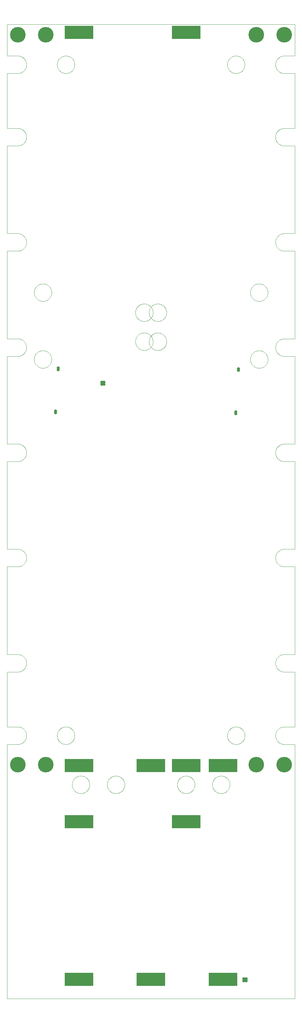
<source format=gts>
G75*
%MOIN*%
%OFA0B0*%
%FSLAX25Y25*%
%IPPOS*%
%LPD*%
%AMOC8*
5,1,8,0,0,1.08239X$1,22.5*
%
%ADD10C,0.00004*%
%ADD11C,0.00394*%
%ADD12R,0.32296X0.14580*%
%ADD13C,0.17493*%
%ADD14C,0.03581*%
D10*
X0001200Y0001200D02*
X0324035Y0001200D01*
X0324035Y0286633D01*
X0312224Y0286633D01*
X0311984Y0286636D01*
X0311745Y0286645D01*
X0311506Y0286659D01*
X0311267Y0286680D01*
X0311028Y0286706D01*
X0310791Y0286738D01*
X0310554Y0286776D01*
X0310318Y0286819D01*
X0310084Y0286868D01*
X0309851Y0286923D01*
X0309619Y0286984D01*
X0309388Y0287050D01*
X0309160Y0287122D01*
X0308933Y0287200D01*
X0308708Y0287282D01*
X0308485Y0287371D01*
X0308264Y0287465D01*
X0308046Y0287564D01*
X0307830Y0287668D01*
X0307617Y0287778D01*
X0307407Y0287892D01*
X0307199Y0288012D01*
X0306994Y0288137D01*
X0306793Y0288267D01*
X0306595Y0288402D01*
X0306400Y0288541D01*
X0306208Y0288685D01*
X0306020Y0288834D01*
X0305836Y0288987D01*
X0305656Y0289145D01*
X0305479Y0289307D01*
X0305306Y0289474D01*
X0305138Y0289644D01*
X0304974Y0289819D01*
X0304814Y0289997D01*
X0304658Y0290180D01*
X0304507Y0290366D01*
X0304361Y0290556D01*
X0304219Y0290749D01*
X0304082Y0290945D01*
X0303949Y0291145D01*
X0303822Y0291348D01*
X0303700Y0291554D01*
X0303582Y0291764D01*
X0303470Y0291975D01*
X0303363Y0292190D01*
X0303261Y0292407D01*
X0303165Y0292626D01*
X0303074Y0292848D01*
X0302988Y0293072D01*
X0302908Y0293298D01*
X0302834Y0293526D01*
X0302765Y0293755D01*
X0302701Y0293986D01*
X0302643Y0294219D01*
X0302591Y0294453D01*
X0302545Y0294688D01*
X0302504Y0294924D01*
X0302469Y0295162D01*
X0302440Y0295399D01*
X0302417Y0295638D01*
X0302399Y0295877D01*
X0302388Y0296117D01*
X0302382Y0296356D01*
X0302382Y0296596D01*
X0302388Y0296835D01*
X0302399Y0297075D01*
X0302417Y0297314D01*
X0302440Y0297553D01*
X0302469Y0297790D01*
X0302504Y0298028D01*
X0302545Y0298264D01*
X0302591Y0298499D01*
X0302643Y0298733D01*
X0302701Y0298966D01*
X0302765Y0299197D01*
X0302834Y0299426D01*
X0302908Y0299654D01*
X0302988Y0299880D01*
X0303074Y0300104D01*
X0303165Y0300326D01*
X0303261Y0300545D01*
X0303363Y0300762D01*
X0303470Y0300977D01*
X0303582Y0301188D01*
X0303700Y0301398D01*
X0303822Y0301604D01*
X0303949Y0301807D01*
X0304082Y0302007D01*
X0304219Y0302203D01*
X0304361Y0302396D01*
X0304507Y0302586D01*
X0304658Y0302772D01*
X0304814Y0302955D01*
X0304974Y0303133D01*
X0305138Y0303308D01*
X0305306Y0303478D01*
X0305479Y0303645D01*
X0305656Y0303807D01*
X0305836Y0303965D01*
X0306020Y0304118D01*
X0306208Y0304267D01*
X0306400Y0304411D01*
X0306595Y0304550D01*
X0306793Y0304685D01*
X0306994Y0304815D01*
X0307199Y0304940D01*
X0307407Y0305060D01*
X0307617Y0305174D01*
X0307830Y0305284D01*
X0308046Y0305388D01*
X0308264Y0305487D01*
X0308485Y0305581D01*
X0308708Y0305670D01*
X0308933Y0305752D01*
X0309160Y0305830D01*
X0309388Y0305902D01*
X0309619Y0305968D01*
X0309851Y0306029D01*
X0310084Y0306084D01*
X0310318Y0306133D01*
X0310554Y0306176D01*
X0310791Y0306214D01*
X0311028Y0306246D01*
X0311267Y0306272D01*
X0311506Y0306293D01*
X0311745Y0306307D01*
X0311984Y0306316D01*
X0312224Y0306319D01*
X0312224Y0306318D02*
X0324035Y0306318D01*
X0324035Y0367932D01*
X0312224Y0367932D01*
X0311984Y0367935D01*
X0311745Y0367944D01*
X0311506Y0367958D01*
X0311267Y0367979D01*
X0311028Y0368005D01*
X0310791Y0368037D01*
X0310554Y0368075D01*
X0310318Y0368118D01*
X0310084Y0368167D01*
X0309851Y0368222D01*
X0309619Y0368283D01*
X0309388Y0368349D01*
X0309160Y0368421D01*
X0308933Y0368499D01*
X0308708Y0368581D01*
X0308485Y0368670D01*
X0308264Y0368764D01*
X0308046Y0368863D01*
X0307830Y0368967D01*
X0307617Y0369077D01*
X0307407Y0369191D01*
X0307199Y0369311D01*
X0306994Y0369436D01*
X0306793Y0369566D01*
X0306595Y0369701D01*
X0306400Y0369840D01*
X0306208Y0369984D01*
X0306020Y0370133D01*
X0305836Y0370286D01*
X0305656Y0370444D01*
X0305479Y0370606D01*
X0305306Y0370773D01*
X0305138Y0370943D01*
X0304974Y0371118D01*
X0304814Y0371296D01*
X0304658Y0371479D01*
X0304507Y0371665D01*
X0304361Y0371855D01*
X0304219Y0372048D01*
X0304082Y0372244D01*
X0303949Y0372444D01*
X0303822Y0372647D01*
X0303700Y0372853D01*
X0303582Y0373063D01*
X0303470Y0373274D01*
X0303363Y0373489D01*
X0303261Y0373706D01*
X0303165Y0373925D01*
X0303074Y0374147D01*
X0302988Y0374371D01*
X0302908Y0374597D01*
X0302834Y0374825D01*
X0302765Y0375054D01*
X0302701Y0375285D01*
X0302643Y0375518D01*
X0302591Y0375752D01*
X0302545Y0375987D01*
X0302504Y0376223D01*
X0302469Y0376461D01*
X0302440Y0376698D01*
X0302417Y0376937D01*
X0302399Y0377176D01*
X0302388Y0377416D01*
X0302382Y0377655D01*
X0302382Y0377895D01*
X0302388Y0378134D01*
X0302399Y0378374D01*
X0302417Y0378613D01*
X0302440Y0378852D01*
X0302469Y0379089D01*
X0302504Y0379327D01*
X0302545Y0379563D01*
X0302591Y0379798D01*
X0302643Y0380032D01*
X0302701Y0380265D01*
X0302765Y0380496D01*
X0302834Y0380725D01*
X0302908Y0380953D01*
X0302988Y0381179D01*
X0303074Y0381403D01*
X0303165Y0381625D01*
X0303261Y0381844D01*
X0303363Y0382061D01*
X0303470Y0382276D01*
X0303582Y0382487D01*
X0303700Y0382697D01*
X0303822Y0382903D01*
X0303949Y0383106D01*
X0304082Y0383306D01*
X0304219Y0383502D01*
X0304361Y0383695D01*
X0304507Y0383885D01*
X0304658Y0384071D01*
X0304814Y0384254D01*
X0304974Y0384432D01*
X0305138Y0384607D01*
X0305306Y0384777D01*
X0305479Y0384944D01*
X0305656Y0385106D01*
X0305836Y0385264D01*
X0306020Y0385417D01*
X0306208Y0385566D01*
X0306400Y0385710D01*
X0306595Y0385849D01*
X0306793Y0385984D01*
X0306994Y0386114D01*
X0307199Y0386239D01*
X0307407Y0386359D01*
X0307617Y0386473D01*
X0307830Y0386583D01*
X0308046Y0386687D01*
X0308264Y0386786D01*
X0308485Y0386880D01*
X0308708Y0386969D01*
X0308933Y0387051D01*
X0309160Y0387129D01*
X0309388Y0387201D01*
X0309619Y0387267D01*
X0309851Y0387328D01*
X0310084Y0387383D01*
X0310318Y0387432D01*
X0310554Y0387475D01*
X0310791Y0387513D01*
X0311028Y0387545D01*
X0311267Y0387571D01*
X0311506Y0387592D01*
X0311745Y0387606D01*
X0311984Y0387615D01*
X0312224Y0387618D01*
X0312224Y0387617D02*
X0324035Y0387617D01*
X0324035Y0486043D01*
X0312224Y0486043D01*
X0312224Y0486042D02*
X0311984Y0486045D01*
X0311745Y0486054D01*
X0311506Y0486068D01*
X0311267Y0486089D01*
X0311028Y0486115D01*
X0310791Y0486147D01*
X0310554Y0486185D01*
X0310318Y0486228D01*
X0310084Y0486277D01*
X0309851Y0486332D01*
X0309619Y0486393D01*
X0309388Y0486459D01*
X0309160Y0486531D01*
X0308933Y0486609D01*
X0308708Y0486691D01*
X0308485Y0486780D01*
X0308264Y0486874D01*
X0308046Y0486973D01*
X0307830Y0487077D01*
X0307617Y0487187D01*
X0307407Y0487301D01*
X0307199Y0487421D01*
X0306994Y0487546D01*
X0306793Y0487676D01*
X0306595Y0487811D01*
X0306400Y0487950D01*
X0306208Y0488094D01*
X0306020Y0488243D01*
X0305836Y0488396D01*
X0305656Y0488554D01*
X0305479Y0488716D01*
X0305306Y0488883D01*
X0305138Y0489053D01*
X0304974Y0489228D01*
X0304814Y0489406D01*
X0304658Y0489589D01*
X0304507Y0489775D01*
X0304361Y0489965D01*
X0304219Y0490158D01*
X0304082Y0490354D01*
X0303949Y0490554D01*
X0303822Y0490757D01*
X0303700Y0490963D01*
X0303582Y0491173D01*
X0303470Y0491384D01*
X0303363Y0491599D01*
X0303261Y0491816D01*
X0303165Y0492035D01*
X0303074Y0492257D01*
X0302988Y0492481D01*
X0302908Y0492707D01*
X0302834Y0492935D01*
X0302765Y0493164D01*
X0302701Y0493395D01*
X0302643Y0493628D01*
X0302591Y0493862D01*
X0302545Y0494097D01*
X0302504Y0494333D01*
X0302469Y0494571D01*
X0302440Y0494808D01*
X0302417Y0495047D01*
X0302399Y0495286D01*
X0302388Y0495526D01*
X0302382Y0495765D01*
X0302382Y0496005D01*
X0302388Y0496244D01*
X0302399Y0496484D01*
X0302417Y0496723D01*
X0302440Y0496962D01*
X0302469Y0497199D01*
X0302504Y0497437D01*
X0302545Y0497673D01*
X0302591Y0497908D01*
X0302643Y0498142D01*
X0302701Y0498375D01*
X0302765Y0498606D01*
X0302834Y0498835D01*
X0302908Y0499063D01*
X0302988Y0499289D01*
X0303074Y0499513D01*
X0303165Y0499735D01*
X0303261Y0499954D01*
X0303363Y0500171D01*
X0303470Y0500386D01*
X0303582Y0500597D01*
X0303700Y0500807D01*
X0303822Y0501013D01*
X0303949Y0501216D01*
X0304082Y0501416D01*
X0304219Y0501612D01*
X0304361Y0501805D01*
X0304507Y0501995D01*
X0304658Y0502181D01*
X0304814Y0502364D01*
X0304974Y0502542D01*
X0305138Y0502717D01*
X0305306Y0502887D01*
X0305479Y0503054D01*
X0305656Y0503216D01*
X0305836Y0503374D01*
X0306020Y0503527D01*
X0306208Y0503676D01*
X0306400Y0503820D01*
X0306595Y0503959D01*
X0306793Y0504094D01*
X0306994Y0504224D01*
X0307199Y0504349D01*
X0307407Y0504469D01*
X0307617Y0504583D01*
X0307830Y0504693D01*
X0308046Y0504797D01*
X0308264Y0504896D01*
X0308485Y0504990D01*
X0308708Y0505079D01*
X0308933Y0505161D01*
X0309160Y0505239D01*
X0309388Y0505311D01*
X0309619Y0505377D01*
X0309851Y0505438D01*
X0310084Y0505493D01*
X0310318Y0505542D01*
X0310554Y0505585D01*
X0310791Y0505623D01*
X0311028Y0505655D01*
X0311267Y0505681D01*
X0311506Y0505702D01*
X0311745Y0505716D01*
X0311984Y0505725D01*
X0312224Y0505728D01*
X0324035Y0505728D01*
X0324035Y0604153D01*
X0312224Y0604153D01*
X0312224Y0604152D02*
X0311984Y0604155D01*
X0311745Y0604164D01*
X0311506Y0604178D01*
X0311267Y0604199D01*
X0311028Y0604225D01*
X0310791Y0604257D01*
X0310554Y0604295D01*
X0310318Y0604338D01*
X0310084Y0604387D01*
X0309851Y0604442D01*
X0309619Y0604503D01*
X0309388Y0604569D01*
X0309160Y0604641D01*
X0308933Y0604719D01*
X0308708Y0604801D01*
X0308485Y0604890D01*
X0308264Y0604984D01*
X0308046Y0605083D01*
X0307830Y0605187D01*
X0307617Y0605297D01*
X0307407Y0605411D01*
X0307199Y0605531D01*
X0306994Y0605656D01*
X0306793Y0605786D01*
X0306595Y0605921D01*
X0306400Y0606060D01*
X0306208Y0606204D01*
X0306020Y0606353D01*
X0305836Y0606506D01*
X0305656Y0606664D01*
X0305479Y0606826D01*
X0305306Y0606993D01*
X0305138Y0607163D01*
X0304974Y0607338D01*
X0304814Y0607516D01*
X0304658Y0607699D01*
X0304507Y0607885D01*
X0304361Y0608075D01*
X0304219Y0608268D01*
X0304082Y0608464D01*
X0303949Y0608664D01*
X0303822Y0608867D01*
X0303700Y0609074D01*
X0303582Y0609283D01*
X0303470Y0609494D01*
X0303363Y0609709D01*
X0303261Y0609926D01*
X0303165Y0610145D01*
X0303074Y0610367D01*
X0302988Y0610591D01*
X0302908Y0610817D01*
X0302834Y0611045D01*
X0302765Y0611274D01*
X0302701Y0611505D01*
X0302643Y0611738D01*
X0302591Y0611972D01*
X0302545Y0612207D01*
X0302504Y0612443D01*
X0302469Y0612681D01*
X0302440Y0612918D01*
X0302417Y0613157D01*
X0302399Y0613396D01*
X0302388Y0613636D01*
X0302382Y0613875D01*
X0302382Y0614115D01*
X0302388Y0614354D01*
X0302399Y0614594D01*
X0302417Y0614833D01*
X0302440Y0615072D01*
X0302469Y0615309D01*
X0302504Y0615547D01*
X0302545Y0615783D01*
X0302591Y0616018D01*
X0302643Y0616252D01*
X0302701Y0616485D01*
X0302765Y0616716D01*
X0302834Y0616945D01*
X0302908Y0617173D01*
X0302988Y0617399D01*
X0303074Y0617623D01*
X0303165Y0617845D01*
X0303261Y0618064D01*
X0303363Y0618281D01*
X0303470Y0618496D01*
X0303582Y0618707D01*
X0303700Y0618917D01*
X0303822Y0619123D01*
X0303949Y0619326D01*
X0304082Y0619526D01*
X0304219Y0619722D01*
X0304361Y0619915D01*
X0304507Y0620105D01*
X0304658Y0620291D01*
X0304814Y0620474D01*
X0304974Y0620652D01*
X0305138Y0620827D01*
X0305306Y0620997D01*
X0305479Y0621164D01*
X0305656Y0621326D01*
X0305836Y0621484D01*
X0306020Y0621637D01*
X0306208Y0621786D01*
X0306400Y0621930D01*
X0306595Y0622069D01*
X0306793Y0622204D01*
X0306994Y0622334D01*
X0307199Y0622459D01*
X0307407Y0622579D01*
X0307617Y0622693D01*
X0307830Y0622803D01*
X0308046Y0622907D01*
X0308264Y0623006D01*
X0308485Y0623100D01*
X0308708Y0623189D01*
X0308933Y0623271D01*
X0309160Y0623349D01*
X0309388Y0623421D01*
X0309619Y0623487D01*
X0309851Y0623548D01*
X0310084Y0623603D01*
X0310318Y0623652D01*
X0310554Y0623695D01*
X0310791Y0623733D01*
X0311028Y0623765D01*
X0311267Y0623791D01*
X0311506Y0623812D01*
X0311745Y0623826D01*
X0311984Y0623835D01*
X0312224Y0623838D01*
X0324035Y0623838D01*
X0324035Y0722263D01*
X0312224Y0722263D01*
X0311984Y0722266D01*
X0311745Y0722275D01*
X0311506Y0722289D01*
X0311267Y0722310D01*
X0311028Y0722336D01*
X0310791Y0722368D01*
X0310554Y0722406D01*
X0310318Y0722449D01*
X0310084Y0722498D01*
X0309851Y0722553D01*
X0309619Y0722614D01*
X0309388Y0722680D01*
X0309160Y0722752D01*
X0308933Y0722830D01*
X0308708Y0722912D01*
X0308485Y0723001D01*
X0308264Y0723095D01*
X0308046Y0723194D01*
X0307830Y0723298D01*
X0307617Y0723408D01*
X0307407Y0723522D01*
X0307199Y0723642D01*
X0306994Y0723767D01*
X0306793Y0723897D01*
X0306595Y0724032D01*
X0306400Y0724171D01*
X0306208Y0724315D01*
X0306020Y0724464D01*
X0305836Y0724617D01*
X0305656Y0724775D01*
X0305479Y0724937D01*
X0305306Y0725104D01*
X0305138Y0725274D01*
X0304974Y0725449D01*
X0304814Y0725627D01*
X0304658Y0725810D01*
X0304507Y0725996D01*
X0304361Y0726186D01*
X0304219Y0726379D01*
X0304082Y0726575D01*
X0303949Y0726775D01*
X0303822Y0726978D01*
X0303700Y0727185D01*
X0303582Y0727394D01*
X0303470Y0727605D01*
X0303363Y0727820D01*
X0303261Y0728037D01*
X0303165Y0728256D01*
X0303074Y0728478D01*
X0302988Y0728702D01*
X0302908Y0728928D01*
X0302834Y0729156D01*
X0302765Y0729385D01*
X0302701Y0729616D01*
X0302643Y0729849D01*
X0302591Y0730083D01*
X0302545Y0730318D01*
X0302504Y0730554D01*
X0302469Y0730792D01*
X0302440Y0731029D01*
X0302417Y0731268D01*
X0302399Y0731507D01*
X0302388Y0731747D01*
X0302382Y0731986D01*
X0302382Y0732226D01*
X0302388Y0732465D01*
X0302399Y0732705D01*
X0302417Y0732944D01*
X0302440Y0733183D01*
X0302469Y0733420D01*
X0302504Y0733658D01*
X0302545Y0733894D01*
X0302591Y0734129D01*
X0302643Y0734363D01*
X0302701Y0734596D01*
X0302765Y0734827D01*
X0302834Y0735056D01*
X0302908Y0735284D01*
X0302988Y0735510D01*
X0303074Y0735734D01*
X0303165Y0735956D01*
X0303261Y0736175D01*
X0303363Y0736392D01*
X0303470Y0736607D01*
X0303582Y0736818D01*
X0303700Y0737028D01*
X0303822Y0737234D01*
X0303949Y0737437D01*
X0304082Y0737637D01*
X0304219Y0737833D01*
X0304361Y0738026D01*
X0304507Y0738216D01*
X0304658Y0738402D01*
X0304814Y0738585D01*
X0304974Y0738763D01*
X0305138Y0738938D01*
X0305306Y0739108D01*
X0305479Y0739275D01*
X0305656Y0739437D01*
X0305836Y0739595D01*
X0306020Y0739748D01*
X0306208Y0739897D01*
X0306400Y0740041D01*
X0306595Y0740180D01*
X0306793Y0740315D01*
X0306994Y0740445D01*
X0307199Y0740570D01*
X0307407Y0740690D01*
X0307617Y0740804D01*
X0307830Y0740914D01*
X0308046Y0741018D01*
X0308264Y0741117D01*
X0308485Y0741211D01*
X0308708Y0741300D01*
X0308933Y0741382D01*
X0309160Y0741460D01*
X0309388Y0741532D01*
X0309619Y0741598D01*
X0309851Y0741659D01*
X0310084Y0741714D01*
X0310318Y0741763D01*
X0310554Y0741806D01*
X0310791Y0741844D01*
X0311028Y0741876D01*
X0311267Y0741902D01*
X0311506Y0741923D01*
X0311745Y0741937D01*
X0311984Y0741946D01*
X0312224Y0741949D01*
X0312224Y0741948D02*
X0324035Y0741948D01*
X0324035Y0840373D01*
X0312224Y0840373D01*
X0311984Y0840376D01*
X0311745Y0840385D01*
X0311506Y0840399D01*
X0311267Y0840420D01*
X0311028Y0840446D01*
X0310791Y0840478D01*
X0310554Y0840516D01*
X0310318Y0840559D01*
X0310084Y0840608D01*
X0309851Y0840663D01*
X0309619Y0840724D01*
X0309388Y0840790D01*
X0309160Y0840862D01*
X0308933Y0840940D01*
X0308708Y0841022D01*
X0308485Y0841111D01*
X0308264Y0841205D01*
X0308046Y0841304D01*
X0307830Y0841408D01*
X0307617Y0841518D01*
X0307407Y0841632D01*
X0307199Y0841752D01*
X0306994Y0841877D01*
X0306793Y0842007D01*
X0306595Y0842142D01*
X0306400Y0842281D01*
X0306208Y0842425D01*
X0306020Y0842574D01*
X0305836Y0842727D01*
X0305656Y0842885D01*
X0305479Y0843047D01*
X0305306Y0843214D01*
X0305138Y0843384D01*
X0304974Y0843559D01*
X0304814Y0843737D01*
X0304658Y0843920D01*
X0304507Y0844106D01*
X0304361Y0844296D01*
X0304219Y0844489D01*
X0304082Y0844685D01*
X0303949Y0844885D01*
X0303822Y0845088D01*
X0303700Y0845295D01*
X0303582Y0845504D01*
X0303470Y0845715D01*
X0303363Y0845930D01*
X0303261Y0846147D01*
X0303165Y0846366D01*
X0303074Y0846588D01*
X0302988Y0846812D01*
X0302908Y0847038D01*
X0302834Y0847266D01*
X0302765Y0847495D01*
X0302701Y0847726D01*
X0302643Y0847959D01*
X0302591Y0848193D01*
X0302545Y0848428D01*
X0302504Y0848664D01*
X0302469Y0848902D01*
X0302440Y0849139D01*
X0302417Y0849378D01*
X0302399Y0849617D01*
X0302388Y0849857D01*
X0302382Y0850096D01*
X0302382Y0850336D01*
X0302388Y0850575D01*
X0302399Y0850815D01*
X0302417Y0851054D01*
X0302440Y0851293D01*
X0302469Y0851530D01*
X0302504Y0851768D01*
X0302545Y0852004D01*
X0302591Y0852239D01*
X0302643Y0852473D01*
X0302701Y0852706D01*
X0302765Y0852937D01*
X0302834Y0853166D01*
X0302908Y0853394D01*
X0302988Y0853620D01*
X0303074Y0853844D01*
X0303165Y0854066D01*
X0303261Y0854285D01*
X0303363Y0854502D01*
X0303470Y0854717D01*
X0303582Y0854928D01*
X0303700Y0855138D01*
X0303822Y0855344D01*
X0303949Y0855547D01*
X0304082Y0855747D01*
X0304219Y0855943D01*
X0304361Y0856136D01*
X0304507Y0856326D01*
X0304658Y0856512D01*
X0304814Y0856695D01*
X0304974Y0856873D01*
X0305138Y0857048D01*
X0305306Y0857218D01*
X0305479Y0857385D01*
X0305656Y0857547D01*
X0305836Y0857705D01*
X0306020Y0857858D01*
X0306208Y0858007D01*
X0306400Y0858151D01*
X0306595Y0858290D01*
X0306793Y0858425D01*
X0306994Y0858555D01*
X0307199Y0858680D01*
X0307407Y0858800D01*
X0307617Y0858914D01*
X0307830Y0859024D01*
X0308046Y0859128D01*
X0308264Y0859227D01*
X0308485Y0859321D01*
X0308708Y0859410D01*
X0308933Y0859492D01*
X0309160Y0859570D01*
X0309388Y0859642D01*
X0309619Y0859708D01*
X0309851Y0859769D01*
X0310084Y0859824D01*
X0310318Y0859873D01*
X0310554Y0859916D01*
X0310791Y0859954D01*
X0311028Y0859986D01*
X0311267Y0860012D01*
X0311506Y0860033D01*
X0311745Y0860047D01*
X0311984Y0860056D01*
X0312224Y0860059D01*
X0312224Y0860058D02*
X0324035Y0860058D01*
X0324035Y0958483D01*
X0312224Y0958483D01*
X0311984Y0958486D01*
X0311745Y0958495D01*
X0311506Y0958509D01*
X0311267Y0958530D01*
X0311028Y0958556D01*
X0310791Y0958588D01*
X0310554Y0958626D01*
X0310318Y0958669D01*
X0310084Y0958718D01*
X0309851Y0958773D01*
X0309619Y0958834D01*
X0309388Y0958900D01*
X0309160Y0958972D01*
X0308933Y0959050D01*
X0308708Y0959132D01*
X0308485Y0959221D01*
X0308264Y0959315D01*
X0308046Y0959414D01*
X0307830Y0959518D01*
X0307617Y0959628D01*
X0307407Y0959742D01*
X0307199Y0959862D01*
X0306994Y0959987D01*
X0306793Y0960117D01*
X0306595Y0960252D01*
X0306400Y0960391D01*
X0306208Y0960535D01*
X0306020Y0960684D01*
X0305836Y0960837D01*
X0305656Y0960995D01*
X0305479Y0961157D01*
X0305306Y0961324D01*
X0305138Y0961494D01*
X0304974Y0961669D01*
X0304814Y0961847D01*
X0304658Y0962030D01*
X0304507Y0962216D01*
X0304361Y0962406D01*
X0304219Y0962599D01*
X0304082Y0962795D01*
X0303949Y0962995D01*
X0303822Y0963198D01*
X0303700Y0963405D01*
X0303582Y0963614D01*
X0303470Y0963825D01*
X0303363Y0964040D01*
X0303261Y0964257D01*
X0303165Y0964476D01*
X0303074Y0964698D01*
X0302988Y0964922D01*
X0302908Y0965148D01*
X0302834Y0965376D01*
X0302765Y0965605D01*
X0302701Y0965836D01*
X0302643Y0966069D01*
X0302591Y0966303D01*
X0302545Y0966538D01*
X0302504Y0966774D01*
X0302469Y0967012D01*
X0302440Y0967249D01*
X0302417Y0967488D01*
X0302399Y0967727D01*
X0302388Y0967967D01*
X0302382Y0968206D01*
X0302382Y0968446D01*
X0302388Y0968685D01*
X0302399Y0968925D01*
X0302417Y0969164D01*
X0302440Y0969403D01*
X0302469Y0969640D01*
X0302504Y0969878D01*
X0302545Y0970114D01*
X0302591Y0970349D01*
X0302643Y0970583D01*
X0302701Y0970816D01*
X0302765Y0971047D01*
X0302834Y0971276D01*
X0302908Y0971504D01*
X0302988Y0971730D01*
X0303074Y0971954D01*
X0303165Y0972176D01*
X0303261Y0972395D01*
X0303363Y0972612D01*
X0303470Y0972827D01*
X0303582Y0973038D01*
X0303700Y0973248D01*
X0303822Y0973454D01*
X0303949Y0973657D01*
X0304082Y0973857D01*
X0304219Y0974053D01*
X0304361Y0974246D01*
X0304507Y0974436D01*
X0304658Y0974622D01*
X0304814Y0974805D01*
X0304974Y0974983D01*
X0305138Y0975158D01*
X0305306Y0975328D01*
X0305479Y0975495D01*
X0305656Y0975657D01*
X0305836Y0975815D01*
X0306020Y0975968D01*
X0306208Y0976117D01*
X0306400Y0976261D01*
X0306595Y0976400D01*
X0306793Y0976535D01*
X0306994Y0976665D01*
X0307199Y0976790D01*
X0307407Y0976910D01*
X0307617Y0977024D01*
X0307830Y0977134D01*
X0308046Y0977238D01*
X0308264Y0977337D01*
X0308485Y0977431D01*
X0308708Y0977520D01*
X0308933Y0977602D01*
X0309160Y0977680D01*
X0309388Y0977752D01*
X0309619Y0977818D01*
X0309851Y0977879D01*
X0310084Y0977934D01*
X0310318Y0977983D01*
X0310554Y0978026D01*
X0310791Y0978064D01*
X0311028Y0978096D01*
X0311267Y0978122D01*
X0311506Y0978143D01*
X0311745Y0978157D01*
X0311984Y0978166D01*
X0312224Y0978169D01*
X0324035Y0978169D01*
X0324035Y1039783D01*
X0312224Y1039783D01*
X0312224Y1039782D02*
X0311984Y1039785D01*
X0311745Y1039794D01*
X0311506Y1039808D01*
X0311267Y1039829D01*
X0311028Y1039855D01*
X0310791Y1039887D01*
X0310554Y1039925D01*
X0310318Y1039968D01*
X0310084Y1040017D01*
X0309851Y1040072D01*
X0309619Y1040133D01*
X0309388Y1040199D01*
X0309160Y1040271D01*
X0308933Y1040349D01*
X0308708Y1040431D01*
X0308485Y1040520D01*
X0308264Y1040614D01*
X0308046Y1040713D01*
X0307830Y1040817D01*
X0307617Y1040927D01*
X0307407Y1041041D01*
X0307199Y1041161D01*
X0306994Y1041286D01*
X0306793Y1041416D01*
X0306595Y1041551D01*
X0306400Y1041690D01*
X0306208Y1041834D01*
X0306020Y1041983D01*
X0305836Y1042136D01*
X0305656Y1042294D01*
X0305479Y1042456D01*
X0305306Y1042623D01*
X0305138Y1042793D01*
X0304974Y1042968D01*
X0304814Y1043146D01*
X0304658Y1043329D01*
X0304507Y1043515D01*
X0304361Y1043705D01*
X0304219Y1043898D01*
X0304082Y1044094D01*
X0303949Y1044294D01*
X0303822Y1044497D01*
X0303700Y1044704D01*
X0303582Y1044913D01*
X0303470Y1045124D01*
X0303363Y1045339D01*
X0303261Y1045556D01*
X0303165Y1045775D01*
X0303074Y1045997D01*
X0302988Y1046221D01*
X0302908Y1046447D01*
X0302834Y1046675D01*
X0302765Y1046904D01*
X0302701Y1047135D01*
X0302643Y1047368D01*
X0302591Y1047602D01*
X0302545Y1047837D01*
X0302504Y1048073D01*
X0302469Y1048311D01*
X0302440Y1048548D01*
X0302417Y1048787D01*
X0302399Y1049026D01*
X0302388Y1049266D01*
X0302382Y1049505D01*
X0302382Y1049745D01*
X0302388Y1049984D01*
X0302399Y1050224D01*
X0302417Y1050463D01*
X0302440Y1050702D01*
X0302469Y1050939D01*
X0302504Y1051177D01*
X0302545Y1051413D01*
X0302591Y1051648D01*
X0302643Y1051882D01*
X0302701Y1052115D01*
X0302765Y1052346D01*
X0302834Y1052575D01*
X0302908Y1052803D01*
X0302988Y1053029D01*
X0303074Y1053253D01*
X0303165Y1053475D01*
X0303261Y1053694D01*
X0303363Y1053911D01*
X0303470Y1054126D01*
X0303582Y1054337D01*
X0303700Y1054547D01*
X0303822Y1054753D01*
X0303949Y1054956D01*
X0304082Y1055156D01*
X0304219Y1055352D01*
X0304361Y1055545D01*
X0304507Y1055735D01*
X0304658Y1055921D01*
X0304814Y1056104D01*
X0304974Y1056282D01*
X0305138Y1056457D01*
X0305306Y1056627D01*
X0305479Y1056794D01*
X0305656Y1056956D01*
X0305836Y1057114D01*
X0306020Y1057267D01*
X0306208Y1057416D01*
X0306400Y1057560D01*
X0306595Y1057699D01*
X0306793Y1057834D01*
X0306994Y1057964D01*
X0307199Y1058089D01*
X0307407Y1058209D01*
X0307617Y1058323D01*
X0307830Y1058433D01*
X0308046Y1058537D01*
X0308264Y1058636D01*
X0308485Y1058730D01*
X0308708Y1058819D01*
X0308933Y1058901D01*
X0309160Y1058979D01*
X0309388Y1059051D01*
X0309619Y1059117D01*
X0309851Y1059178D01*
X0310084Y1059233D01*
X0310318Y1059282D01*
X0310554Y1059325D01*
X0310791Y1059363D01*
X0311028Y1059395D01*
X0311267Y1059421D01*
X0311506Y1059442D01*
X0311745Y1059456D01*
X0311984Y1059465D01*
X0312224Y1059468D01*
X0324035Y1059468D01*
X0324035Y1094901D01*
X0001200Y1094901D01*
X0001200Y1059468D01*
X0013011Y1059468D01*
X0013251Y1059465D01*
X0013490Y1059456D01*
X0013729Y1059442D01*
X0013968Y1059421D01*
X0014207Y1059395D01*
X0014444Y1059363D01*
X0014681Y1059325D01*
X0014917Y1059282D01*
X0015151Y1059233D01*
X0015384Y1059178D01*
X0015616Y1059117D01*
X0015847Y1059051D01*
X0016075Y1058979D01*
X0016302Y1058901D01*
X0016527Y1058819D01*
X0016750Y1058730D01*
X0016971Y1058636D01*
X0017189Y1058537D01*
X0017405Y1058433D01*
X0017618Y1058323D01*
X0017828Y1058209D01*
X0018036Y1058089D01*
X0018241Y1057964D01*
X0018442Y1057834D01*
X0018640Y1057699D01*
X0018835Y1057560D01*
X0019027Y1057416D01*
X0019215Y1057267D01*
X0019399Y1057114D01*
X0019579Y1056956D01*
X0019756Y1056794D01*
X0019929Y1056627D01*
X0020097Y1056457D01*
X0020261Y1056282D01*
X0020421Y1056104D01*
X0020577Y1055921D01*
X0020728Y1055735D01*
X0020874Y1055545D01*
X0021016Y1055352D01*
X0021153Y1055156D01*
X0021286Y1054956D01*
X0021413Y1054753D01*
X0021535Y1054547D01*
X0021653Y1054337D01*
X0021765Y1054126D01*
X0021872Y1053911D01*
X0021974Y1053694D01*
X0022070Y1053475D01*
X0022161Y1053253D01*
X0022247Y1053029D01*
X0022327Y1052803D01*
X0022401Y1052575D01*
X0022470Y1052346D01*
X0022534Y1052115D01*
X0022592Y1051882D01*
X0022644Y1051648D01*
X0022690Y1051413D01*
X0022731Y1051177D01*
X0022766Y1050939D01*
X0022795Y1050702D01*
X0022818Y1050463D01*
X0022836Y1050224D01*
X0022847Y1049984D01*
X0022853Y1049745D01*
X0022853Y1049505D01*
X0022847Y1049266D01*
X0022836Y1049026D01*
X0022818Y1048787D01*
X0022795Y1048548D01*
X0022766Y1048311D01*
X0022731Y1048073D01*
X0022690Y1047837D01*
X0022644Y1047602D01*
X0022592Y1047368D01*
X0022534Y1047135D01*
X0022470Y1046904D01*
X0022401Y1046675D01*
X0022327Y1046447D01*
X0022247Y1046221D01*
X0022161Y1045997D01*
X0022070Y1045775D01*
X0021974Y1045556D01*
X0021872Y1045339D01*
X0021765Y1045124D01*
X0021653Y1044913D01*
X0021535Y1044704D01*
X0021413Y1044497D01*
X0021286Y1044294D01*
X0021153Y1044094D01*
X0021016Y1043898D01*
X0020874Y1043705D01*
X0020728Y1043515D01*
X0020577Y1043329D01*
X0020421Y1043146D01*
X0020261Y1042968D01*
X0020097Y1042793D01*
X0019929Y1042623D01*
X0019756Y1042456D01*
X0019579Y1042294D01*
X0019399Y1042136D01*
X0019215Y1041983D01*
X0019027Y1041834D01*
X0018835Y1041690D01*
X0018640Y1041551D01*
X0018442Y1041416D01*
X0018241Y1041286D01*
X0018036Y1041161D01*
X0017828Y1041041D01*
X0017618Y1040927D01*
X0017405Y1040817D01*
X0017189Y1040713D01*
X0016971Y1040614D01*
X0016750Y1040520D01*
X0016527Y1040431D01*
X0016302Y1040349D01*
X0016075Y1040271D01*
X0015847Y1040199D01*
X0015616Y1040133D01*
X0015384Y1040072D01*
X0015151Y1040017D01*
X0014917Y1039968D01*
X0014681Y1039925D01*
X0014444Y1039887D01*
X0014207Y1039855D01*
X0013968Y1039829D01*
X0013729Y1039808D01*
X0013490Y1039794D01*
X0013251Y1039785D01*
X0013011Y1039782D01*
X0013011Y1039783D02*
X0001200Y1039783D01*
X0001200Y0978169D01*
X0013011Y0978169D01*
X0013251Y0978166D01*
X0013490Y0978157D01*
X0013729Y0978143D01*
X0013968Y0978122D01*
X0014207Y0978096D01*
X0014444Y0978064D01*
X0014681Y0978026D01*
X0014917Y0977983D01*
X0015151Y0977934D01*
X0015384Y0977879D01*
X0015616Y0977818D01*
X0015847Y0977752D01*
X0016075Y0977680D01*
X0016302Y0977602D01*
X0016527Y0977520D01*
X0016750Y0977431D01*
X0016971Y0977337D01*
X0017189Y0977238D01*
X0017405Y0977134D01*
X0017618Y0977024D01*
X0017828Y0976910D01*
X0018036Y0976790D01*
X0018241Y0976665D01*
X0018442Y0976535D01*
X0018640Y0976400D01*
X0018835Y0976261D01*
X0019027Y0976117D01*
X0019215Y0975968D01*
X0019399Y0975815D01*
X0019579Y0975657D01*
X0019756Y0975495D01*
X0019929Y0975328D01*
X0020097Y0975158D01*
X0020261Y0974983D01*
X0020421Y0974805D01*
X0020577Y0974622D01*
X0020728Y0974436D01*
X0020874Y0974246D01*
X0021016Y0974053D01*
X0021153Y0973857D01*
X0021286Y0973657D01*
X0021413Y0973454D01*
X0021535Y0973248D01*
X0021653Y0973038D01*
X0021765Y0972827D01*
X0021872Y0972612D01*
X0021974Y0972395D01*
X0022070Y0972176D01*
X0022161Y0971954D01*
X0022247Y0971730D01*
X0022327Y0971504D01*
X0022401Y0971276D01*
X0022470Y0971047D01*
X0022534Y0970816D01*
X0022592Y0970583D01*
X0022644Y0970349D01*
X0022690Y0970114D01*
X0022731Y0969878D01*
X0022766Y0969640D01*
X0022795Y0969403D01*
X0022818Y0969164D01*
X0022836Y0968925D01*
X0022847Y0968685D01*
X0022853Y0968446D01*
X0022853Y0968206D01*
X0022847Y0967967D01*
X0022836Y0967727D01*
X0022818Y0967488D01*
X0022795Y0967249D01*
X0022766Y0967012D01*
X0022731Y0966774D01*
X0022690Y0966538D01*
X0022644Y0966303D01*
X0022592Y0966069D01*
X0022534Y0965836D01*
X0022470Y0965605D01*
X0022401Y0965376D01*
X0022327Y0965148D01*
X0022247Y0964922D01*
X0022161Y0964698D01*
X0022070Y0964476D01*
X0021974Y0964257D01*
X0021872Y0964040D01*
X0021765Y0963825D01*
X0021653Y0963614D01*
X0021535Y0963405D01*
X0021413Y0963198D01*
X0021286Y0962995D01*
X0021153Y0962795D01*
X0021016Y0962599D01*
X0020874Y0962406D01*
X0020728Y0962216D01*
X0020577Y0962030D01*
X0020421Y0961847D01*
X0020261Y0961669D01*
X0020097Y0961494D01*
X0019929Y0961324D01*
X0019756Y0961157D01*
X0019579Y0960995D01*
X0019399Y0960837D01*
X0019215Y0960684D01*
X0019027Y0960535D01*
X0018835Y0960391D01*
X0018640Y0960252D01*
X0018442Y0960117D01*
X0018241Y0959987D01*
X0018036Y0959862D01*
X0017828Y0959742D01*
X0017618Y0959628D01*
X0017405Y0959518D01*
X0017189Y0959414D01*
X0016971Y0959315D01*
X0016750Y0959221D01*
X0016527Y0959132D01*
X0016302Y0959050D01*
X0016075Y0958972D01*
X0015847Y0958900D01*
X0015616Y0958834D01*
X0015384Y0958773D01*
X0015151Y0958718D01*
X0014917Y0958669D01*
X0014681Y0958626D01*
X0014444Y0958588D01*
X0014207Y0958556D01*
X0013968Y0958530D01*
X0013729Y0958509D01*
X0013490Y0958495D01*
X0013251Y0958486D01*
X0013011Y0958483D01*
X0001200Y0958483D01*
X0001200Y0860058D01*
X0013011Y0860058D01*
X0013011Y0860059D02*
X0013251Y0860056D01*
X0013490Y0860047D01*
X0013729Y0860033D01*
X0013968Y0860012D01*
X0014207Y0859986D01*
X0014444Y0859954D01*
X0014681Y0859916D01*
X0014917Y0859873D01*
X0015151Y0859824D01*
X0015384Y0859769D01*
X0015616Y0859708D01*
X0015847Y0859642D01*
X0016075Y0859570D01*
X0016302Y0859492D01*
X0016527Y0859410D01*
X0016750Y0859321D01*
X0016971Y0859227D01*
X0017189Y0859128D01*
X0017405Y0859024D01*
X0017618Y0858914D01*
X0017828Y0858800D01*
X0018036Y0858680D01*
X0018241Y0858555D01*
X0018442Y0858425D01*
X0018640Y0858290D01*
X0018835Y0858151D01*
X0019027Y0858007D01*
X0019215Y0857858D01*
X0019399Y0857705D01*
X0019579Y0857547D01*
X0019756Y0857385D01*
X0019929Y0857218D01*
X0020097Y0857048D01*
X0020261Y0856873D01*
X0020421Y0856695D01*
X0020577Y0856512D01*
X0020728Y0856326D01*
X0020874Y0856136D01*
X0021016Y0855943D01*
X0021153Y0855747D01*
X0021286Y0855547D01*
X0021413Y0855344D01*
X0021535Y0855138D01*
X0021653Y0854928D01*
X0021765Y0854717D01*
X0021872Y0854502D01*
X0021974Y0854285D01*
X0022070Y0854066D01*
X0022161Y0853844D01*
X0022247Y0853620D01*
X0022327Y0853394D01*
X0022401Y0853166D01*
X0022470Y0852937D01*
X0022534Y0852706D01*
X0022592Y0852473D01*
X0022644Y0852239D01*
X0022690Y0852004D01*
X0022731Y0851768D01*
X0022766Y0851530D01*
X0022795Y0851293D01*
X0022818Y0851054D01*
X0022836Y0850815D01*
X0022847Y0850575D01*
X0022853Y0850336D01*
X0022853Y0850096D01*
X0022847Y0849857D01*
X0022836Y0849617D01*
X0022818Y0849378D01*
X0022795Y0849139D01*
X0022766Y0848902D01*
X0022731Y0848664D01*
X0022690Y0848428D01*
X0022644Y0848193D01*
X0022592Y0847959D01*
X0022534Y0847726D01*
X0022470Y0847495D01*
X0022401Y0847266D01*
X0022327Y0847038D01*
X0022247Y0846812D01*
X0022161Y0846588D01*
X0022070Y0846366D01*
X0021974Y0846147D01*
X0021872Y0845930D01*
X0021765Y0845715D01*
X0021653Y0845504D01*
X0021535Y0845295D01*
X0021413Y0845088D01*
X0021286Y0844885D01*
X0021153Y0844685D01*
X0021016Y0844489D01*
X0020874Y0844296D01*
X0020728Y0844106D01*
X0020577Y0843920D01*
X0020421Y0843737D01*
X0020261Y0843559D01*
X0020097Y0843384D01*
X0019929Y0843214D01*
X0019756Y0843047D01*
X0019579Y0842885D01*
X0019399Y0842727D01*
X0019215Y0842574D01*
X0019027Y0842425D01*
X0018835Y0842281D01*
X0018640Y0842142D01*
X0018442Y0842007D01*
X0018241Y0841877D01*
X0018036Y0841752D01*
X0017828Y0841632D01*
X0017618Y0841518D01*
X0017405Y0841408D01*
X0017189Y0841304D01*
X0016971Y0841205D01*
X0016750Y0841111D01*
X0016527Y0841022D01*
X0016302Y0840940D01*
X0016075Y0840862D01*
X0015847Y0840790D01*
X0015616Y0840724D01*
X0015384Y0840663D01*
X0015151Y0840608D01*
X0014917Y0840559D01*
X0014681Y0840516D01*
X0014444Y0840478D01*
X0014207Y0840446D01*
X0013968Y0840420D01*
X0013729Y0840399D01*
X0013490Y0840385D01*
X0013251Y0840376D01*
X0013011Y0840373D01*
X0001200Y0840373D01*
X0001200Y0741948D01*
X0013011Y0741948D01*
X0013011Y0741949D02*
X0013251Y0741946D01*
X0013490Y0741937D01*
X0013729Y0741923D01*
X0013968Y0741902D01*
X0014207Y0741876D01*
X0014444Y0741844D01*
X0014681Y0741806D01*
X0014917Y0741763D01*
X0015151Y0741714D01*
X0015384Y0741659D01*
X0015616Y0741598D01*
X0015847Y0741532D01*
X0016075Y0741460D01*
X0016302Y0741382D01*
X0016527Y0741300D01*
X0016750Y0741211D01*
X0016971Y0741117D01*
X0017189Y0741018D01*
X0017405Y0740914D01*
X0017618Y0740804D01*
X0017828Y0740690D01*
X0018036Y0740570D01*
X0018241Y0740445D01*
X0018442Y0740315D01*
X0018640Y0740180D01*
X0018835Y0740041D01*
X0019027Y0739897D01*
X0019215Y0739748D01*
X0019399Y0739595D01*
X0019579Y0739437D01*
X0019756Y0739275D01*
X0019929Y0739108D01*
X0020097Y0738938D01*
X0020261Y0738763D01*
X0020421Y0738585D01*
X0020577Y0738402D01*
X0020728Y0738216D01*
X0020874Y0738026D01*
X0021016Y0737833D01*
X0021153Y0737637D01*
X0021286Y0737437D01*
X0021413Y0737234D01*
X0021535Y0737028D01*
X0021653Y0736818D01*
X0021765Y0736607D01*
X0021872Y0736392D01*
X0021974Y0736175D01*
X0022070Y0735956D01*
X0022161Y0735734D01*
X0022247Y0735510D01*
X0022327Y0735284D01*
X0022401Y0735056D01*
X0022470Y0734827D01*
X0022534Y0734596D01*
X0022592Y0734363D01*
X0022644Y0734129D01*
X0022690Y0733894D01*
X0022731Y0733658D01*
X0022766Y0733420D01*
X0022795Y0733183D01*
X0022818Y0732944D01*
X0022836Y0732705D01*
X0022847Y0732465D01*
X0022853Y0732226D01*
X0022853Y0731986D01*
X0022847Y0731747D01*
X0022836Y0731507D01*
X0022818Y0731268D01*
X0022795Y0731029D01*
X0022766Y0730792D01*
X0022731Y0730554D01*
X0022690Y0730318D01*
X0022644Y0730083D01*
X0022592Y0729849D01*
X0022534Y0729616D01*
X0022470Y0729385D01*
X0022401Y0729156D01*
X0022327Y0728928D01*
X0022247Y0728702D01*
X0022161Y0728478D01*
X0022070Y0728256D01*
X0021974Y0728037D01*
X0021872Y0727820D01*
X0021765Y0727605D01*
X0021653Y0727394D01*
X0021535Y0727185D01*
X0021413Y0726978D01*
X0021286Y0726775D01*
X0021153Y0726575D01*
X0021016Y0726379D01*
X0020874Y0726186D01*
X0020728Y0725996D01*
X0020577Y0725810D01*
X0020421Y0725627D01*
X0020261Y0725449D01*
X0020097Y0725274D01*
X0019929Y0725104D01*
X0019756Y0724937D01*
X0019579Y0724775D01*
X0019399Y0724617D01*
X0019215Y0724464D01*
X0019027Y0724315D01*
X0018835Y0724171D01*
X0018640Y0724032D01*
X0018442Y0723897D01*
X0018241Y0723767D01*
X0018036Y0723642D01*
X0017828Y0723522D01*
X0017618Y0723408D01*
X0017405Y0723298D01*
X0017189Y0723194D01*
X0016971Y0723095D01*
X0016750Y0723001D01*
X0016527Y0722912D01*
X0016302Y0722830D01*
X0016075Y0722752D01*
X0015847Y0722680D01*
X0015616Y0722614D01*
X0015384Y0722553D01*
X0015151Y0722498D01*
X0014917Y0722449D01*
X0014681Y0722406D01*
X0014444Y0722368D01*
X0014207Y0722336D01*
X0013968Y0722310D01*
X0013729Y0722289D01*
X0013490Y0722275D01*
X0013251Y0722266D01*
X0013011Y0722263D01*
X0001200Y0722263D01*
X0001200Y0623838D01*
X0013011Y0623838D01*
X0013251Y0623835D01*
X0013490Y0623826D01*
X0013729Y0623812D01*
X0013968Y0623791D01*
X0014207Y0623765D01*
X0014444Y0623733D01*
X0014681Y0623695D01*
X0014917Y0623652D01*
X0015151Y0623603D01*
X0015384Y0623548D01*
X0015616Y0623487D01*
X0015847Y0623421D01*
X0016075Y0623349D01*
X0016302Y0623271D01*
X0016527Y0623189D01*
X0016750Y0623100D01*
X0016971Y0623006D01*
X0017189Y0622907D01*
X0017405Y0622803D01*
X0017618Y0622693D01*
X0017828Y0622579D01*
X0018036Y0622459D01*
X0018241Y0622334D01*
X0018442Y0622204D01*
X0018640Y0622069D01*
X0018835Y0621930D01*
X0019027Y0621786D01*
X0019215Y0621637D01*
X0019399Y0621484D01*
X0019579Y0621326D01*
X0019756Y0621164D01*
X0019929Y0620997D01*
X0020097Y0620827D01*
X0020261Y0620652D01*
X0020421Y0620474D01*
X0020577Y0620291D01*
X0020728Y0620105D01*
X0020874Y0619915D01*
X0021016Y0619722D01*
X0021153Y0619526D01*
X0021286Y0619326D01*
X0021413Y0619123D01*
X0021535Y0618917D01*
X0021653Y0618707D01*
X0021765Y0618496D01*
X0021872Y0618281D01*
X0021974Y0618064D01*
X0022070Y0617845D01*
X0022161Y0617623D01*
X0022247Y0617399D01*
X0022327Y0617173D01*
X0022401Y0616945D01*
X0022470Y0616716D01*
X0022534Y0616485D01*
X0022592Y0616252D01*
X0022644Y0616018D01*
X0022690Y0615783D01*
X0022731Y0615547D01*
X0022766Y0615309D01*
X0022795Y0615072D01*
X0022818Y0614833D01*
X0022836Y0614594D01*
X0022847Y0614354D01*
X0022853Y0614115D01*
X0022853Y0613875D01*
X0022847Y0613636D01*
X0022836Y0613396D01*
X0022818Y0613157D01*
X0022795Y0612918D01*
X0022766Y0612681D01*
X0022731Y0612443D01*
X0022690Y0612207D01*
X0022644Y0611972D01*
X0022592Y0611738D01*
X0022534Y0611505D01*
X0022470Y0611274D01*
X0022401Y0611045D01*
X0022327Y0610817D01*
X0022247Y0610591D01*
X0022161Y0610367D01*
X0022070Y0610145D01*
X0021974Y0609926D01*
X0021872Y0609709D01*
X0021765Y0609494D01*
X0021653Y0609283D01*
X0021535Y0609074D01*
X0021413Y0608867D01*
X0021286Y0608664D01*
X0021153Y0608464D01*
X0021016Y0608268D01*
X0020874Y0608075D01*
X0020728Y0607885D01*
X0020577Y0607699D01*
X0020421Y0607516D01*
X0020261Y0607338D01*
X0020097Y0607163D01*
X0019929Y0606993D01*
X0019756Y0606826D01*
X0019579Y0606664D01*
X0019399Y0606506D01*
X0019215Y0606353D01*
X0019027Y0606204D01*
X0018835Y0606060D01*
X0018640Y0605921D01*
X0018442Y0605786D01*
X0018241Y0605656D01*
X0018036Y0605531D01*
X0017828Y0605411D01*
X0017618Y0605297D01*
X0017405Y0605187D01*
X0017189Y0605083D01*
X0016971Y0604984D01*
X0016750Y0604890D01*
X0016527Y0604801D01*
X0016302Y0604719D01*
X0016075Y0604641D01*
X0015847Y0604569D01*
X0015616Y0604503D01*
X0015384Y0604442D01*
X0015151Y0604387D01*
X0014917Y0604338D01*
X0014681Y0604295D01*
X0014444Y0604257D01*
X0014207Y0604225D01*
X0013968Y0604199D01*
X0013729Y0604178D01*
X0013490Y0604164D01*
X0013251Y0604155D01*
X0013011Y0604152D01*
X0013011Y0604153D02*
X0001200Y0604153D01*
X0001200Y0505728D01*
X0013011Y0505728D01*
X0013251Y0505725D01*
X0013490Y0505716D01*
X0013729Y0505702D01*
X0013968Y0505681D01*
X0014207Y0505655D01*
X0014444Y0505623D01*
X0014681Y0505585D01*
X0014917Y0505542D01*
X0015151Y0505493D01*
X0015384Y0505438D01*
X0015616Y0505377D01*
X0015847Y0505311D01*
X0016075Y0505239D01*
X0016302Y0505161D01*
X0016527Y0505079D01*
X0016750Y0504990D01*
X0016971Y0504896D01*
X0017189Y0504797D01*
X0017405Y0504693D01*
X0017618Y0504583D01*
X0017828Y0504469D01*
X0018036Y0504349D01*
X0018241Y0504224D01*
X0018442Y0504094D01*
X0018640Y0503959D01*
X0018835Y0503820D01*
X0019027Y0503676D01*
X0019215Y0503527D01*
X0019399Y0503374D01*
X0019579Y0503216D01*
X0019756Y0503054D01*
X0019929Y0502887D01*
X0020097Y0502717D01*
X0020261Y0502542D01*
X0020421Y0502364D01*
X0020577Y0502181D01*
X0020728Y0501995D01*
X0020874Y0501805D01*
X0021016Y0501612D01*
X0021153Y0501416D01*
X0021286Y0501216D01*
X0021413Y0501013D01*
X0021535Y0500807D01*
X0021653Y0500597D01*
X0021765Y0500386D01*
X0021872Y0500171D01*
X0021974Y0499954D01*
X0022070Y0499735D01*
X0022161Y0499513D01*
X0022247Y0499289D01*
X0022327Y0499063D01*
X0022401Y0498835D01*
X0022470Y0498606D01*
X0022534Y0498375D01*
X0022592Y0498142D01*
X0022644Y0497908D01*
X0022690Y0497673D01*
X0022731Y0497437D01*
X0022766Y0497199D01*
X0022795Y0496962D01*
X0022818Y0496723D01*
X0022836Y0496484D01*
X0022847Y0496244D01*
X0022853Y0496005D01*
X0022853Y0495765D01*
X0022847Y0495526D01*
X0022836Y0495286D01*
X0022818Y0495047D01*
X0022795Y0494808D01*
X0022766Y0494571D01*
X0022731Y0494333D01*
X0022690Y0494097D01*
X0022644Y0493862D01*
X0022592Y0493628D01*
X0022534Y0493395D01*
X0022470Y0493164D01*
X0022401Y0492935D01*
X0022327Y0492707D01*
X0022247Y0492481D01*
X0022161Y0492257D01*
X0022070Y0492035D01*
X0021974Y0491816D01*
X0021872Y0491599D01*
X0021765Y0491384D01*
X0021653Y0491173D01*
X0021535Y0490964D01*
X0021413Y0490757D01*
X0021286Y0490554D01*
X0021153Y0490354D01*
X0021016Y0490158D01*
X0020874Y0489965D01*
X0020728Y0489775D01*
X0020577Y0489589D01*
X0020421Y0489406D01*
X0020261Y0489228D01*
X0020097Y0489053D01*
X0019929Y0488883D01*
X0019756Y0488716D01*
X0019579Y0488554D01*
X0019399Y0488396D01*
X0019215Y0488243D01*
X0019027Y0488094D01*
X0018835Y0487950D01*
X0018640Y0487811D01*
X0018442Y0487676D01*
X0018241Y0487546D01*
X0018036Y0487421D01*
X0017828Y0487301D01*
X0017618Y0487187D01*
X0017405Y0487077D01*
X0017189Y0486973D01*
X0016971Y0486874D01*
X0016750Y0486780D01*
X0016527Y0486691D01*
X0016302Y0486609D01*
X0016075Y0486531D01*
X0015847Y0486459D01*
X0015616Y0486393D01*
X0015384Y0486332D01*
X0015151Y0486277D01*
X0014917Y0486228D01*
X0014681Y0486185D01*
X0014444Y0486147D01*
X0014207Y0486115D01*
X0013968Y0486089D01*
X0013729Y0486068D01*
X0013490Y0486054D01*
X0013251Y0486045D01*
X0013011Y0486042D01*
X0013011Y0486043D02*
X0001200Y0486043D01*
X0001200Y0387617D01*
X0013011Y0387617D01*
X0013011Y0387618D02*
X0013251Y0387615D01*
X0013490Y0387606D01*
X0013729Y0387592D01*
X0013968Y0387571D01*
X0014207Y0387545D01*
X0014444Y0387513D01*
X0014681Y0387475D01*
X0014917Y0387432D01*
X0015151Y0387383D01*
X0015384Y0387328D01*
X0015616Y0387267D01*
X0015847Y0387201D01*
X0016075Y0387129D01*
X0016302Y0387051D01*
X0016527Y0386969D01*
X0016750Y0386880D01*
X0016971Y0386786D01*
X0017189Y0386687D01*
X0017405Y0386583D01*
X0017618Y0386473D01*
X0017828Y0386359D01*
X0018036Y0386239D01*
X0018241Y0386114D01*
X0018442Y0385984D01*
X0018640Y0385849D01*
X0018835Y0385710D01*
X0019027Y0385566D01*
X0019215Y0385417D01*
X0019399Y0385264D01*
X0019579Y0385106D01*
X0019756Y0384944D01*
X0019929Y0384777D01*
X0020097Y0384607D01*
X0020261Y0384432D01*
X0020421Y0384254D01*
X0020577Y0384071D01*
X0020728Y0383885D01*
X0020874Y0383695D01*
X0021016Y0383502D01*
X0021153Y0383306D01*
X0021286Y0383106D01*
X0021413Y0382903D01*
X0021535Y0382697D01*
X0021653Y0382487D01*
X0021765Y0382276D01*
X0021872Y0382061D01*
X0021974Y0381844D01*
X0022070Y0381625D01*
X0022161Y0381403D01*
X0022247Y0381179D01*
X0022327Y0380953D01*
X0022401Y0380725D01*
X0022470Y0380496D01*
X0022534Y0380265D01*
X0022592Y0380032D01*
X0022644Y0379798D01*
X0022690Y0379563D01*
X0022731Y0379327D01*
X0022766Y0379089D01*
X0022795Y0378852D01*
X0022818Y0378613D01*
X0022836Y0378374D01*
X0022847Y0378134D01*
X0022853Y0377895D01*
X0022853Y0377655D01*
X0022847Y0377416D01*
X0022836Y0377176D01*
X0022818Y0376937D01*
X0022795Y0376698D01*
X0022766Y0376461D01*
X0022731Y0376223D01*
X0022690Y0375987D01*
X0022644Y0375752D01*
X0022592Y0375518D01*
X0022534Y0375285D01*
X0022470Y0375054D01*
X0022401Y0374825D01*
X0022327Y0374597D01*
X0022247Y0374371D01*
X0022161Y0374147D01*
X0022070Y0373925D01*
X0021974Y0373706D01*
X0021872Y0373489D01*
X0021765Y0373274D01*
X0021653Y0373063D01*
X0021535Y0372854D01*
X0021413Y0372647D01*
X0021286Y0372444D01*
X0021153Y0372244D01*
X0021016Y0372048D01*
X0020874Y0371855D01*
X0020728Y0371665D01*
X0020577Y0371479D01*
X0020421Y0371296D01*
X0020261Y0371118D01*
X0020097Y0370943D01*
X0019929Y0370773D01*
X0019756Y0370606D01*
X0019579Y0370444D01*
X0019399Y0370286D01*
X0019215Y0370133D01*
X0019027Y0369984D01*
X0018835Y0369840D01*
X0018640Y0369701D01*
X0018442Y0369566D01*
X0018241Y0369436D01*
X0018036Y0369311D01*
X0017828Y0369191D01*
X0017618Y0369077D01*
X0017405Y0368967D01*
X0017189Y0368863D01*
X0016971Y0368764D01*
X0016750Y0368670D01*
X0016527Y0368581D01*
X0016302Y0368499D01*
X0016075Y0368421D01*
X0015847Y0368349D01*
X0015616Y0368283D01*
X0015384Y0368222D01*
X0015151Y0368167D01*
X0014917Y0368118D01*
X0014681Y0368075D01*
X0014444Y0368037D01*
X0014207Y0368005D01*
X0013968Y0367979D01*
X0013729Y0367958D01*
X0013490Y0367944D01*
X0013251Y0367935D01*
X0013011Y0367932D01*
X0001200Y0367932D01*
X0001200Y0306318D01*
X0013011Y0306318D01*
X0013011Y0306319D02*
X0013251Y0306316D01*
X0013490Y0306307D01*
X0013729Y0306293D01*
X0013968Y0306272D01*
X0014207Y0306246D01*
X0014444Y0306214D01*
X0014681Y0306176D01*
X0014917Y0306133D01*
X0015151Y0306084D01*
X0015384Y0306029D01*
X0015616Y0305968D01*
X0015847Y0305902D01*
X0016075Y0305830D01*
X0016302Y0305752D01*
X0016527Y0305670D01*
X0016750Y0305581D01*
X0016971Y0305487D01*
X0017189Y0305388D01*
X0017405Y0305284D01*
X0017618Y0305174D01*
X0017828Y0305060D01*
X0018036Y0304940D01*
X0018241Y0304815D01*
X0018442Y0304685D01*
X0018640Y0304550D01*
X0018835Y0304411D01*
X0019027Y0304267D01*
X0019215Y0304118D01*
X0019399Y0303965D01*
X0019579Y0303807D01*
X0019756Y0303645D01*
X0019929Y0303478D01*
X0020097Y0303308D01*
X0020261Y0303133D01*
X0020421Y0302955D01*
X0020577Y0302772D01*
X0020728Y0302586D01*
X0020874Y0302396D01*
X0021016Y0302203D01*
X0021153Y0302007D01*
X0021286Y0301807D01*
X0021413Y0301604D01*
X0021535Y0301398D01*
X0021653Y0301188D01*
X0021765Y0300977D01*
X0021872Y0300762D01*
X0021974Y0300545D01*
X0022070Y0300326D01*
X0022161Y0300104D01*
X0022247Y0299880D01*
X0022327Y0299654D01*
X0022401Y0299426D01*
X0022470Y0299197D01*
X0022534Y0298966D01*
X0022592Y0298733D01*
X0022644Y0298499D01*
X0022690Y0298264D01*
X0022731Y0298028D01*
X0022766Y0297790D01*
X0022795Y0297553D01*
X0022818Y0297314D01*
X0022836Y0297075D01*
X0022847Y0296835D01*
X0022853Y0296596D01*
X0022853Y0296356D01*
X0022847Y0296117D01*
X0022836Y0295877D01*
X0022818Y0295638D01*
X0022795Y0295399D01*
X0022766Y0295162D01*
X0022731Y0294924D01*
X0022690Y0294688D01*
X0022644Y0294453D01*
X0022592Y0294219D01*
X0022534Y0293986D01*
X0022470Y0293755D01*
X0022401Y0293526D01*
X0022327Y0293298D01*
X0022247Y0293072D01*
X0022161Y0292848D01*
X0022070Y0292626D01*
X0021974Y0292407D01*
X0021872Y0292190D01*
X0021765Y0291975D01*
X0021653Y0291764D01*
X0021535Y0291555D01*
X0021413Y0291348D01*
X0021286Y0291145D01*
X0021153Y0290945D01*
X0021016Y0290749D01*
X0020874Y0290556D01*
X0020728Y0290366D01*
X0020577Y0290180D01*
X0020421Y0289997D01*
X0020261Y0289819D01*
X0020097Y0289644D01*
X0019929Y0289474D01*
X0019756Y0289307D01*
X0019579Y0289145D01*
X0019399Y0288987D01*
X0019215Y0288834D01*
X0019027Y0288685D01*
X0018835Y0288541D01*
X0018640Y0288402D01*
X0018442Y0288267D01*
X0018241Y0288137D01*
X0018036Y0288012D01*
X0017828Y0287892D01*
X0017618Y0287778D01*
X0017405Y0287668D01*
X0017189Y0287564D01*
X0016971Y0287465D01*
X0016750Y0287371D01*
X0016527Y0287282D01*
X0016302Y0287200D01*
X0016075Y0287122D01*
X0015847Y0287050D01*
X0015616Y0286984D01*
X0015384Y0286923D01*
X0015151Y0286868D01*
X0014917Y0286819D01*
X0014681Y0286776D01*
X0014444Y0286738D01*
X0014207Y0286706D01*
X0013968Y0286680D01*
X0013729Y0286659D01*
X0013490Y0286645D01*
X0013251Y0286636D01*
X0013011Y0286633D01*
X0001200Y0286633D01*
X0001200Y0001200D01*
X0008324Y0263798D02*
X0008326Y0263934D01*
X0008332Y0264071D01*
X0008342Y0264206D01*
X0008356Y0264342D01*
X0008373Y0264477D01*
X0008395Y0264612D01*
X0008421Y0264746D01*
X0008450Y0264879D01*
X0008484Y0265011D01*
X0008521Y0265142D01*
X0008562Y0265272D01*
X0008607Y0265401D01*
X0008655Y0265528D01*
X0008707Y0265654D01*
X0008763Y0265779D01*
X0008823Y0265902D01*
X0008885Y0266022D01*
X0008952Y0266141D01*
X0009022Y0266259D01*
X0009095Y0266374D01*
X0009172Y0266486D01*
X0009251Y0266597D01*
X0009334Y0266705D01*
X0009421Y0266811D01*
X0009510Y0266914D01*
X0009602Y0267014D01*
X0009697Y0267112D01*
X0009795Y0267207D01*
X0009895Y0267299D01*
X0009998Y0267388D01*
X0010104Y0267475D01*
X0010212Y0267558D01*
X0010323Y0267637D01*
X0010435Y0267714D01*
X0010550Y0267787D01*
X0010667Y0267857D01*
X0010787Y0267924D01*
X0010907Y0267986D01*
X0011030Y0268046D01*
X0011155Y0268102D01*
X0011281Y0268154D01*
X0011408Y0268202D01*
X0011537Y0268247D01*
X0011667Y0268288D01*
X0011798Y0268325D01*
X0011930Y0268359D01*
X0012063Y0268388D01*
X0012197Y0268414D01*
X0012332Y0268436D01*
X0012467Y0268453D01*
X0012603Y0268467D01*
X0012738Y0268477D01*
X0012875Y0268483D01*
X0013011Y0268485D01*
X0013147Y0268483D01*
X0013284Y0268477D01*
X0013419Y0268467D01*
X0013555Y0268453D01*
X0013690Y0268436D01*
X0013825Y0268414D01*
X0013959Y0268388D01*
X0014092Y0268359D01*
X0014224Y0268325D01*
X0014355Y0268288D01*
X0014485Y0268247D01*
X0014614Y0268202D01*
X0014741Y0268154D01*
X0014867Y0268102D01*
X0014992Y0268046D01*
X0015115Y0267986D01*
X0015235Y0267924D01*
X0015354Y0267857D01*
X0015472Y0267787D01*
X0015587Y0267714D01*
X0015699Y0267637D01*
X0015810Y0267558D01*
X0015918Y0267475D01*
X0016024Y0267388D01*
X0016127Y0267299D01*
X0016227Y0267207D01*
X0016325Y0267112D01*
X0016420Y0267014D01*
X0016512Y0266914D01*
X0016601Y0266811D01*
X0016688Y0266705D01*
X0016771Y0266597D01*
X0016850Y0266486D01*
X0016927Y0266374D01*
X0017000Y0266259D01*
X0017070Y0266141D01*
X0017137Y0266022D01*
X0017199Y0265902D01*
X0017259Y0265779D01*
X0017315Y0265654D01*
X0017367Y0265528D01*
X0017415Y0265401D01*
X0017460Y0265272D01*
X0017501Y0265142D01*
X0017538Y0265011D01*
X0017572Y0264879D01*
X0017601Y0264746D01*
X0017627Y0264612D01*
X0017649Y0264477D01*
X0017666Y0264342D01*
X0017680Y0264206D01*
X0017690Y0264071D01*
X0017696Y0263934D01*
X0017698Y0263798D01*
X0017696Y0263662D01*
X0017690Y0263525D01*
X0017680Y0263390D01*
X0017666Y0263254D01*
X0017649Y0263119D01*
X0017627Y0262984D01*
X0017601Y0262850D01*
X0017572Y0262717D01*
X0017538Y0262585D01*
X0017501Y0262454D01*
X0017460Y0262324D01*
X0017415Y0262195D01*
X0017367Y0262068D01*
X0017315Y0261942D01*
X0017259Y0261817D01*
X0017199Y0261694D01*
X0017137Y0261574D01*
X0017070Y0261454D01*
X0017000Y0261337D01*
X0016927Y0261222D01*
X0016850Y0261110D01*
X0016771Y0260999D01*
X0016688Y0260891D01*
X0016601Y0260785D01*
X0016512Y0260682D01*
X0016420Y0260582D01*
X0016325Y0260484D01*
X0016227Y0260389D01*
X0016127Y0260297D01*
X0016024Y0260208D01*
X0015918Y0260121D01*
X0015810Y0260038D01*
X0015699Y0259959D01*
X0015587Y0259882D01*
X0015472Y0259809D01*
X0015355Y0259739D01*
X0015235Y0259672D01*
X0015115Y0259610D01*
X0014992Y0259550D01*
X0014867Y0259494D01*
X0014741Y0259442D01*
X0014614Y0259394D01*
X0014485Y0259349D01*
X0014355Y0259308D01*
X0014224Y0259271D01*
X0014092Y0259237D01*
X0013959Y0259208D01*
X0013825Y0259182D01*
X0013690Y0259160D01*
X0013555Y0259143D01*
X0013419Y0259129D01*
X0013284Y0259119D01*
X0013147Y0259113D01*
X0013011Y0259111D01*
X0012875Y0259113D01*
X0012738Y0259119D01*
X0012603Y0259129D01*
X0012467Y0259143D01*
X0012332Y0259160D01*
X0012197Y0259182D01*
X0012063Y0259208D01*
X0011930Y0259237D01*
X0011798Y0259271D01*
X0011667Y0259308D01*
X0011537Y0259349D01*
X0011408Y0259394D01*
X0011281Y0259442D01*
X0011155Y0259494D01*
X0011030Y0259550D01*
X0010907Y0259610D01*
X0010787Y0259672D01*
X0010667Y0259739D01*
X0010550Y0259809D01*
X0010435Y0259882D01*
X0010323Y0259959D01*
X0010212Y0260038D01*
X0010104Y0260121D01*
X0009998Y0260208D01*
X0009895Y0260297D01*
X0009795Y0260389D01*
X0009697Y0260484D01*
X0009602Y0260582D01*
X0009510Y0260682D01*
X0009421Y0260785D01*
X0009334Y0260891D01*
X0009251Y0260999D01*
X0009172Y0261110D01*
X0009095Y0261222D01*
X0009022Y0261337D01*
X0008952Y0261454D01*
X0008885Y0261574D01*
X0008823Y0261694D01*
X0008763Y0261817D01*
X0008707Y0261942D01*
X0008655Y0262068D01*
X0008607Y0262195D01*
X0008562Y0262324D01*
X0008521Y0262454D01*
X0008484Y0262585D01*
X0008450Y0262717D01*
X0008421Y0262850D01*
X0008395Y0262984D01*
X0008373Y0263119D01*
X0008356Y0263254D01*
X0008342Y0263390D01*
X0008332Y0263525D01*
X0008326Y0263662D01*
X0008324Y0263798D01*
X0039820Y0263798D02*
X0039822Y0263934D01*
X0039828Y0264071D01*
X0039838Y0264206D01*
X0039852Y0264342D01*
X0039869Y0264477D01*
X0039891Y0264612D01*
X0039917Y0264746D01*
X0039946Y0264879D01*
X0039980Y0265011D01*
X0040017Y0265142D01*
X0040058Y0265272D01*
X0040103Y0265401D01*
X0040151Y0265528D01*
X0040203Y0265654D01*
X0040259Y0265779D01*
X0040319Y0265902D01*
X0040381Y0266022D01*
X0040448Y0266141D01*
X0040518Y0266259D01*
X0040591Y0266374D01*
X0040668Y0266486D01*
X0040747Y0266597D01*
X0040830Y0266705D01*
X0040917Y0266811D01*
X0041006Y0266914D01*
X0041098Y0267014D01*
X0041193Y0267112D01*
X0041291Y0267207D01*
X0041391Y0267299D01*
X0041494Y0267388D01*
X0041600Y0267475D01*
X0041708Y0267558D01*
X0041819Y0267637D01*
X0041931Y0267714D01*
X0042046Y0267787D01*
X0042163Y0267857D01*
X0042283Y0267924D01*
X0042403Y0267986D01*
X0042526Y0268046D01*
X0042651Y0268102D01*
X0042777Y0268154D01*
X0042904Y0268202D01*
X0043033Y0268247D01*
X0043163Y0268288D01*
X0043294Y0268325D01*
X0043426Y0268359D01*
X0043559Y0268388D01*
X0043693Y0268414D01*
X0043828Y0268436D01*
X0043963Y0268453D01*
X0044099Y0268467D01*
X0044234Y0268477D01*
X0044371Y0268483D01*
X0044507Y0268485D01*
X0044643Y0268483D01*
X0044780Y0268477D01*
X0044915Y0268467D01*
X0045051Y0268453D01*
X0045186Y0268436D01*
X0045321Y0268414D01*
X0045455Y0268388D01*
X0045588Y0268359D01*
X0045720Y0268325D01*
X0045851Y0268288D01*
X0045981Y0268247D01*
X0046110Y0268202D01*
X0046237Y0268154D01*
X0046363Y0268102D01*
X0046488Y0268046D01*
X0046611Y0267986D01*
X0046731Y0267924D01*
X0046850Y0267857D01*
X0046968Y0267787D01*
X0047083Y0267714D01*
X0047195Y0267637D01*
X0047306Y0267558D01*
X0047414Y0267475D01*
X0047520Y0267388D01*
X0047623Y0267299D01*
X0047723Y0267207D01*
X0047821Y0267112D01*
X0047916Y0267014D01*
X0048008Y0266914D01*
X0048097Y0266811D01*
X0048184Y0266705D01*
X0048267Y0266597D01*
X0048346Y0266486D01*
X0048423Y0266374D01*
X0048496Y0266259D01*
X0048566Y0266141D01*
X0048633Y0266022D01*
X0048695Y0265902D01*
X0048755Y0265779D01*
X0048811Y0265654D01*
X0048863Y0265528D01*
X0048911Y0265401D01*
X0048956Y0265272D01*
X0048997Y0265142D01*
X0049034Y0265011D01*
X0049068Y0264879D01*
X0049097Y0264746D01*
X0049123Y0264612D01*
X0049145Y0264477D01*
X0049162Y0264342D01*
X0049176Y0264206D01*
X0049186Y0264071D01*
X0049192Y0263934D01*
X0049194Y0263798D01*
X0049192Y0263662D01*
X0049186Y0263525D01*
X0049176Y0263390D01*
X0049162Y0263254D01*
X0049145Y0263119D01*
X0049123Y0262984D01*
X0049097Y0262850D01*
X0049068Y0262717D01*
X0049034Y0262585D01*
X0048997Y0262454D01*
X0048956Y0262324D01*
X0048911Y0262195D01*
X0048863Y0262068D01*
X0048811Y0261942D01*
X0048755Y0261817D01*
X0048695Y0261694D01*
X0048633Y0261574D01*
X0048566Y0261454D01*
X0048496Y0261337D01*
X0048423Y0261222D01*
X0048346Y0261110D01*
X0048267Y0260999D01*
X0048184Y0260891D01*
X0048097Y0260785D01*
X0048008Y0260682D01*
X0047916Y0260582D01*
X0047821Y0260484D01*
X0047723Y0260389D01*
X0047623Y0260297D01*
X0047520Y0260208D01*
X0047414Y0260121D01*
X0047306Y0260038D01*
X0047195Y0259959D01*
X0047083Y0259882D01*
X0046968Y0259809D01*
X0046851Y0259739D01*
X0046731Y0259672D01*
X0046611Y0259610D01*
X0046488Y0259550D01*
X0046363Y0259494D01*
X0046237Y0259442D01*
X0046110Y0259394D01*
X0045981Y0259349D01*
X0045851Y0259308D01*
X0045720Y0259271D01*
X0045588Y0259237D01*
X0045455Y0259208D01*
X0045321Y0259182D01*
X0045186Y0259160D01*
X0045051Y0259143D01*
X0044915Y0259129D01*
X0044780Y0259119D01*
X0044643Y0259113D01*
X0044507Y0259111D01*
X0044371Y0259113D01*
X0044234Y0259119D01*
X0044099Y0259129D01*
X0043963Y0259143D01*
X0043828Y0259160D01*
X0043693Y0259182D01*
X0043559Y0259208D01*
X0043426Y0259237D01*
X0043294Y0259271D01*
X0043163Y0259308D01*
X0043033Y0259349D01*
X0042904Y0259394D01*
X0042777Y0259442D01*
X0042651Y0259494D01*
X0042526Y0259550D01*
X0042403Y0259610D01*
X0042283Y0259672D01*
X0042163Y0259739D01*
X0042046Y0259809D01*
X0041931Y0259882D01*
X0041819Y0259959D01*
X0041708Y0260038D01*
X0041600Y0260121D01*
X0041494Y0260208D01*
X0041391Y0260297D01*
X0041291Y0260389D01*
X0041193Y0260484D01*
X0041098Y0260582D01*
X0041006Y0260682D01*
X0040917Y0260785D01*
X0040830Y0260891D01*
X0040747Y0260999D01*
X0040668Y0261110D01*
X0040591Y0261222D01*
X0040518Y0261337D01*
X0040448Y0261454D01*
X0040381Y0261574D01*
X0040319Y0261694D01*
X0040259Y0261817D01*
X0040203Y0261942D01*
X0040151Y0262068D01*
X0040103Y0262195D01*
X0040058Y0262324D01*
X0040017Y0262454D01*
X0039980Y0262585D01*
X0039946Y0262717D01*
X0039917Y0262850D01*
X0039891Y0262984D01*
X0039869Y0263119D01*
X0039852Y0263254D01*
X0039838Y0263390D01*
X0039828Y0263525D01*
X0039822Y0263662D01*
X0039820Y0263798D01*
X0057273Y0296476D02*
X0057276Y0296718D01*
X0057285Y0296959D01*
X0057300Y0297200D01*
X0057320Y0297441D01*
X0057347Y0297681D01*
X0057380Y0297920D01*
X0057418Y0298159D01*
X0057462Y0298396D01*
X0057512Y0298633D01*
X0057568Y0298868D01*
X0057630Y0299101D01*
X0057697Y0299333D01*
X0057770Y0299564D01*
X0057848Y0299792D01*
X0057933Y0300018D01*
X0058022Y0300243D01*
X0058117Y0300465D01*
X0058218Y0300684D01*
X0058324Y0300902D01*
X0058435Y0301116D01*
X0058552Y0301328D01*
X0058673Y0301536D01*
X0058800Y0301742D01*
X0058932Y0301944D01*
X0059069Y0302144D01*
X0059210Y0302339D01*
X0059356Y0302532D01*
X0059507Y0302720D01*
X0059663Y0302905D01*
X0059823Y0303086D01*
X0059987Y0303263D01*
X0060156Y0303436D01*
X0060329Y0303605D01*
X0060506Y0303769D01*
X0060687Y0303929D01*
X0060872Y0304085D01*
X0061060Y0304236D01*
X0061253Y0304382D01*
X0061448Y0304523D01*
X0061648Y0304660D01*
X0061850Y0304792D01*
X0062056Y0304919D01*
X0062264Y0305040D01*
X0062476Y0305157D01*
X0062690Y0305268D01*
X0062908Y0305374D01*
X0063127Y0305475D01*
X0063349Y0305570D01*
X0063574Y0305659D01*
X0063800Y0305744D01*
X0064028Y0305822D01*
X0064259Y0305895D01*
X0064491Y0305962D01*
X0064724Y0306024D01*
X0064959Y0306080D01*
X0065196Y0306130D01*
X0065433Y0306174D01*
X0065672Y0306212D01*
X0065911Y0306245D01*
X0066151Y0306272D01*
X0066392Y0306292D01*
X0066633Y0306307D01*
X0066874Y0306316D01*
X0067116Y0306319D01*
X0067358Y0306316D01*
X0067599Y0306307D01*
X0067840Y0306292D01*
X0068081Y0306272D01*
X0068321Y0306245D01*
X0068560Y0306212D01*
X0068799Y0306174D01*
X0069036Y0306130D01*
X0069273Y0306080D01*
X0069508Y0306024D01*
X0069741Y0305962D01*
X0069973Y0305895D01*
X0070204Y0305822D01*
X0070432Y0305744D01*
X0070658Y0305659D01*
X0070883Y0305570D01*
X0071105Y0305475D01*
X0071324Y0305374D01*
X0071542Y0305268D01*
X0071756Y0305157D01*
X0071968Y0305040D01*
X0072176Y0304919D01*
X0072382Y0304792D01*
X0072584Y0304660D01*
X0072784Y0304523D01*
X0072979Y0304382D01*
X0073172Y0304236D01*
X0073360Y0304085D01*
X0073545Y0303929D01*
X0073726Y0303769D01*
X0073903Y0303605D01*
X0074076Y0303436D01*
X0074245Y0303263D01*
X0074409Y0303086D01*
X0074569Y0302905D01*
X0074725Y0302720D01*
X0074876Y0302532D01*
X0075022Y0302339D01*
X0075163Y0302144D01*
X0075300Y0301944D01*
X0075432Y0301742D01*
X0075559Y0301536D01*
X0075680Y0301328D01*
X0075797Y0301116D01*
X0075908Y0300902D01*
X0076014Y0300684D01*
X0076115Y0300465D01*
X0076210Y0300243D01*
X0076299Y0300018D01*
X0076384Y0299792D01*
X0076462Y0299564D01*
X0076535Y0299333D01*
X0076602Y0299101D01*
X0076664Y0298868D01*
X0076720Y0298633D01*
X0076770Y0298396D01*
X0076814Y0298159D01*
X0076852Y0297920D01*
X0076885Y0297681D01*
X0076912Y0297441D01*
X0076932Y0297200D01*
X0076947Y0296959D01*
X0076956Y0296718D01*
X0076959Y0296476D01*
X0076956Y0296234D01*
X0076947Y0295993D01*
X0076932Y0295752D01*
X0076912Y0295511D01*
X0076885Y0295271D01*
X0076852Y0295032D01*
X0076814Y0294793D01*
X0076770Y0294556D01*
X0076720Y0294319D01*
X0076664Y0294084D01*
X0076602Y0293851D01*
X0076535Y0293619D01*
X0076462Y0293388D01*
X0076384Y0293160D01*
X0076299Y0292934D01*
X0076210Y0292709D01*
X0076115Y0292487D01*
X0076014Y0292268D01*
X0075908Y0292050D01*
X0075797Y0291836D01*
X0075680Y0291624D01*
X0075559Y0291416D01*
X0075432Y0291210D01*
X0075300Y0291008D01*
X0075163Y0290808D01*
X0075022Y0290613D01*
X0074876Y0290420D01*
X0074725Y0290232D01*
X0074569Y0290047D01*
X0074409Y0289866D01*
X0074245Y0289689D01*
X0074076Y0289516D01*
X0073903Y0289347D01*
X0073726Y0289183D01*
X0073545Y0289023D01*
X0073360Y0288867D01*
X0073172Y0288716D01*
X0072979Y0288570D01*
X0072784Y0288429D01*
X0072584Y0288292D01*
X0072382Y0288160D01*
X0072176Y0288033D01*
X0071968Y0287912D01*
X0071756Y0287795D01*
X0071542Y0287684D01*
X0071324Y0287578D01*
X0071105Y0287477D01*
X0070883Y0287382D01*
X0070658Y0287293D01*
X0070432Y0287208D01*
X0070204Y0287130D01*
X0069973Y0287057D01*
X0069741Y0286990D01*
X0069508Y0286928D01*
X0069273Y0286872D01*
X0069036Y0286822D01*
X0068799Y0286778D01*
X0068560Y0286740D01*
X0068321Y0286707D01*
X0068081Y0286680D01*
X0067840Y0286660D01*
X0067599Y0286645D01*
X0067358Y0286636D01*
X0067116Y0286633D01*
X0066874Y0286636D01*
X0066633Y0286645D01*
X0066392Y0286660D01*
X0066151Y0286680D01*
X0065911Y0286707D01*
X0065672Y0286740D01*
X0065433Y0286778D01*
X0065196Y0286822D01*
X0064959Y0286872D01*
X0064724Y0286928D01*
X0064491Y0286990D01*
X0064259Y0287057D01*
X0064028Y0287130D01*
X0063800Y0287208D01*
X0063574Y0287293D01*
X0063349Y0287382D01*
X0063127Y0287477D01*
X0062908Y0287578D01*
X0062690Y0287684D01*
X0062476Y0287795D01*
X0062264Y0287912D01*
X0062056Y0288033D01*
X0061850Y0288160D01*
X0061648Y0288292D01*
X0061448Y0288429D01*
X0061253Y0288570D01*
X0061060Y0288716D01*
X0060872Y0288867D01*
X0060687Y0289023D01*
X0060506Y0289183D01*
X0060329Y0289347D01*
X0060156Y0289516D01*
X0059987Y0289689D01*
X0059823Y0289866D01*
X0059663Y0290047D01*
X0059507Y0290232D01*
X0059356Y0290420D01*
X0059210Y0290613D01*
X0059069Y0290808D01*
X0058932Y0291008D01*
X0058800Y0291210D01*
X0058673Y0291416D01*
X0058552Y0291624D01*
X0058435Y0291836D01*
X0058324Y0292050D01*
X0058218Y0292268D01*
X0058117Y0292487D01*
X0058022Y0292709D01*
X0057933Y0292934D01*
X0057848Y0293160D01*
X0057770Y0293388D01*
X0057697Y0293619D01*
X0057630Y0293851D01*
X0057568Y0294084D01*
X0057512Y0294319D01*
X0057462Y0294556D01*
X0057418Y0294793D01*
X0057380Y0295032D01*
X0057347Y0295271D01*
X0057320Y0295511D01*
X0057300Y0295752D01*
X0057285Y0295993D01*
X0057276Y0296234D01*
X0057273Y0296476D01*
X0074034Y0241357D02*
X0074037Y0241599D01*
X0074046Y0241840D01*
X0074061Y0242081D01*
X0074081Y0242322D01*
X0074108Y0242562D01*
X0074141Y0242801D01*
X0074179Y0243040D01*
X0074223Y0243277D01*
X0074273Y0243514D01*
X0074329Y0243749D01*
X0074391Y0243982D01*
X0074458Y0244214D01*
X0074531Y0244445D01*
X0074609Y0244673D01*
X0074694Y0244899D01*
X0074783Y0245124D01*
X0074878Y0245346D01*
X0074979Y0245565D01*
X0075085Y0245783D01*
X0075196Y0245997D01*
X0075313Y0246209D01*
X0075434Y0246417D01*
X0075561Y0246623D01*
X0075693Y0246825D01*
X0075830Y0247025D01*
X0075971Y0247220D01*
X0076117Y0247413D01*
X0076268Y0247601D01*
X0076424Y0247786D01*
X0076584Y0247967D01*
X0076748Y0248144D01*
X0076917Y0248317D01*
X0077090Y0248486D01*
X0077267Y0248650D01*
X0077448Y0248810D01*
X0077633Y0248966D01*
X0077821Y0249117D01*
X0078014Y0249263D01*
X0078209Y0249404D01*
X0078409Y0249541D01*
X0078611Y0249673D01*
X0078817Y0249800D01*
X0079025Y0249921D01*
X0079237Y0250038D01*
X0079451Y0250149D01*
X0079669Y0250255D01*
X0079888Y0250356D01*
X0080110Y0250451D01*
X0080335Y0250540D01*
X0080561Y0250625D01*
X0080789Y0250703D01*
X0081020Y0250776D01*
X0081252Y0250843D01*
X0081485Y0250905D01*
X0081720Y0250961D01*
X0081957Y0251011D01*
X0082194Y0251055D01*
X0082433Y0251093D01*
X0082672Y0251126D01*
X0082912Y0251153D01*
X0083153Y0251173D01*
X0083394Y0251188D01*
X0083635Y0251197D01*
X0083877Y0251200D01*
X0084119Y0251197D01*
X0084360Y0251188D01*
X0084601Y0251173D01*
X0084842Y0251153D01*
X0085082Y0251126D01*
X0085321Y0251093D01*
X0085560Y0251055D01*
X0085797Y0251011D01*
X0086034Y0250961D01*
X0086269Y0250905D01*
X0086502Y0250843D01*
X0086734Y0250776D01*
X0086965Y0250703D01*
X0087193Y0250625D01*
X0087419Y0250540D01*
X0087644Y0250451D01*
X0087866Y0250356D01*
X0088085Y0250255D01*
X0088303Y0250149D01*
X0088517Y0250038D01*
X0088729Y0249921D01*
X0088937Y0249800D01*
X0089143Y0249673D01*
X0089345Y0249541D01*
X0089545Y0249404D01*
X0089740Y0249263D01*
X0089933Y0249117D01*
X0090121Y0248966D01*
X0090306Y0248810D01*
X0090487Y0248650D01*
X0090664Y0248486D01*
X0090837Y0248317D01*
X0091006Y0248144D01*
X0091170Y0247967D01*
X0091330Y0247786D01*
X0091486Y0247601D01*
X0091637Y0247413D01*
X0091783Y0247220D01*
X0091924Y0247025D01*
X0092061Y0246825D01*
X0092193Y0246623D01*
X0092320Y0246417D01*
X0092441Y0246209D01*
X0092558Y0245997D01*
X0092669Y0245783D01*
X0092775Y0245565D01*
X0092876Y0245346D01*
X0092971Y0245124D01*
X0093060Y0244899D01*
X0093145Y0244673D01*
X0093223Y0244445D01*
X0093296Y0244214D01*
X0093363Y0243982D01*
X0093425Y0243749D01*
X0093481Y0243514D01*
X0093531Y0243277D01*
X0093575Y0243040D01*
X0093613Y0242801D01*
X0093646Y0242562D01*
X0093673Y0242322D01*
X0093693Y0242081D01*
X0093708Y0241840D01*
X0093717Y0241599D01*
X0093720Y0241357D01*
X0093717Y0241115D01*
X0093708Y0240874D01*
X0093693Y0240633D01*
X0093673Y0240392D01*
X0093646Y0240152D01*
X0093613Y0239913D01*
X0093575Y0239674D01*
X0093531Y0239437D01*
X0093481Y0239200D01*
X0093425Y0238965D01*
X0093363Y0238732D01*
X0093296Y0238500D01*
X0093223Y0238269D01*
X0093145Y0238041D01*
X0093060Y0237815D01*
X0092971Y0237590D01*
X0092876Y0237368D01*
X0092775Y0237149D01*
X0092669Y0236931D01*
X0092558Y0236717D01*
X0092441Y0236505D01*
X0092320Y0236297D01*
X0092193Y0236091D01*
X0092061Y0235889D01*
X0091924Y0235689D01*
X0091783Y0235494D01*
X0091637Y0235301D01*
X0091486Y0235113D01*
X0091330Y0234928D01*
X0091170Y0234747D01*
X0091006Y0234570D01*
X0090837Y0234397D01*
X0090664Y0234228D01*
X0090487Y0234064D01*
X0090306Y0233904D01*
X0090121Y0233748D01*
X0089933Y0233597D01*
X0089740Y0233451D01*
X0089545Y0233310D01*
X0089345Y0233173D01*
X0089143Y0233041D01*
X0088937Y0232914D01*
X0088729Y0232793D01*
X0088517Y0232676D01*
X0088303Y0232565D01*
X0088085Y0232459D01*
X0087866Y0232358D01*
X0087644Y0232263D01*
X0087419Y0232174D01*
X0087193Y0232089D01*
X0086965Y0232011D01*
X0086734Y0231938D01*
X0086502Y0231871D01*
X0086269Y0231809D01*
X0086034Y0231753D01*
X0085797Y0231703D01*
X0085560Y0231659D01*
X0085321Y0231621D01*
X0085082Y0231588D01*
X0084842Y0231561D01*
X0084601Y0231541D01*
X0084360Y0231526D01*
X0084119Y0231517D01*
X0083877Y0231514D01*
X0083635Y0231517D01*
X0083394Y0231526D01*
X0083153Y0231541D01*
X0082912Y0231561D01*
X0082672Y0231588D01*
X0082433Y0231621D01*
X0082194Y0231659D01*
X0081957Y0231703D01*
X0081720Y0231753D01*
X0081485Y0231809D01*
X0081252Y0231871D01*
X0081020Y0231938D01*
X0080789Y0232011D01*
X0080561Y0232089D01*
X0080335Y0232174D01*
X0080110Y0232263D01*
X0079888Y0232358D01*
X0079669Y0232459D01*
X0079451Y0232565D01*
X0079237Y0232676D01*
X0079025Y0232793D01*
X0078817Y0232914D01*
X0078611Y0233041D01*
X0078409Y0233173D01*
X0078209Y0233310D01*
X0078014Y0233451D01*
X0077821Y0233597D01*
X0077633Y0233748D01*
X0077448Y0233904D01*
X0077267Y0234064D01*
X0077090Y0234228D01*
X0076917Y0234397D01*
X0076748Y0234570D01*
X0076584Y0234747D01*
X0076424Y0234928D01*
X0076268Y0235113D01*
X0076117Y0235301D01*
X0075971Y0235494D01*
X0075830Y0235689D01*
X0075693Y0235889D01*
X0075561Y0236091D01*
X0075434Y0236297D01*
X0075313Y0236505D01*
X0075196Y0236717D01*
X0075085Y0236931D01*
X0074979Y0237149D01*
X0074878Y0237368D01*
X0074783Y0237590D01*
X0074694Y0237815D01*
X0074609Y0238041D01*
X0074531Y0238269D01*
X0074458Y0238500D01*
X0074391Y0238732D01*
X0074329Y0238965D01*
X0074273Y0239200D01*
X0074223Y0239437D01*
X0074179Y0239674D01*
X0074141Y0239913D01*
X0074108Y0240152D01*
X0074081Y0240392D01*
X0074061Y0240633D01*
X0074046Y0240874D01*
X0074037Y0241115D01*
X0074034Y0241357D01*
X0113404Y0241357D02*
X0113407Y0241599D01*
X0113416Y0241840D01*
X0113431Y0242081D01*
X0113451Y0242322D01*
X0113478Y0242562D01*
X0113511Y0242801D01*
X0113549Y0243040D01*
X0113593Y0243277D01*
X0113643Y0243514D01*
X0113699Y0243749D01*
X0113761Y0243982D01*
X0113828Y0244214D01*
X0113901Y0244445D01*
X0113979Y0244673D01*
X0114064Y0244899D01*
X0114153Y0245124D01*
X0114248Y0245346D01*
X0114349Y0245565D01*
X0114455Y0245783D01*
X0114566Y0245997D01*
X0114683Y0246209D01*
X0114804Y0246417D01*
X0114931Y0246623D01*
X0115063Y0246825D01*
X0115200Y0247025D01*
X0115341Y0247220D01*
X0115487Y0247413D01*
X0115638Y0247601D01*
X0115794Y0247786D01*
X0115954Y0247967D01*
X0116118Y0248144D01*
X0116287Y0248317D01*
X0116460Y0248486D01*
X0116637Y0248650D01*
X0116818Y0248810D01*
X0117003Y0248966D01*
X0117191Y0249117D01*
X0117384Y0249263D01*
X0117579Y0249404D01*
X0117779Y0249541D01*
X0117981Y0249673D01*
X0118187Y0249800D01*
X0118395Y0249921D01*
X0118607Y0250038D01*
X0118821Y0250149D01*
X0119039Y0250255D01*
X0119258Y0250356D01*
X0119480Y0250451D01*
X0119705Y0250540D01*
X0119931Y0250625D01*
X0120159Y0250703D01*
X0120390Y0250776D01*
X0120622Y0250843D01*
X0120855Y0250905D01*
X0121090Y0250961D01*
X0121327Y0251011D01*
X0121564Y0251055D01*
X0121803Y0251093D01*
X0122042Y0251126D01*
X0122282Y0251153D01*
X0122523Y0251173D01*
X0122764Y0251188D01*
X0123005Y0251197D01*
X0123247Y0251200D01*
X0123489Y0251197D01*
X0123730Y0251188D01*
X0123971Y0251173D01*
X0124212Y0251153D01*
X0124452Y0251126D01*
X0124691Y0251093D01*
X0124930Y0251055D01*
X0125167Y0251011D01*
X0125404Y0250961D01*
X0125639Y0250905D01*
X0125872Y0250843D01*
X0126104Y0250776D01*
X0126335Y0250703D01*
X0126563Y0250625D01*
X0126789Y0250540D01*
X0127014Y0250451D01*
X0127236Y0250356D01*
X0127455Y0250255D01*
X0127673Y0250149D01*
X0127887Y0250038D01*
X0128099Y0249921D01*
X0128307Y0249800D01*
X0128513Y0249673D01*
X0128715Y0249541D01*
X0128915Y0249404D01*
X0129110Y0249263D01*
X0129303Y0249117D01*
X0129491Y0248966D01*
X0129676Y0248810D01*
X0129857Y0248650D01*
X0130034Y0248486D01*
X0130207Y0248317D01*
X0130376Y0248144D01*
X0130540Y0247967D01*
X0130700Y0247786D01*
X0130856Y0247601D01*
X0131007Y0247413D01*
X0131153Y0247220D01*
X0131294Y0247025D01*
X0131431Y0246825D01*
X0131563Y0246623D01*
X0131690Y0246417D01*
X0131811Y0246209D01*
X0131928Y0245997D01*
X0132039Y0245783D01*
X0132145Y0245565D01*
X0132246Y0245346D01*
X0132341Y0245124D01*
X0132430Y0244899D01*
X0132515Y0244673D01*
X0132593Y0244445D01*
X0132666Y0244214D01*
X0132733Y0243982D01*
X0132795Y0243749D01*
X0132851Y0243514D01*
X0132901Y0243277D01*
X0132945Y0243040D01*
X0132983Y0242801D01*
X0133016Y0242562D01*
X0133043Y0242322D01*
X0133063Y0242081D01*
X0133078Y0241840D01*
X0133087Y0241599D01*
X0133090Y0241357D01*
X0133087Y0241115D01*
X0133078Y0240874D01*
X0133063Y0240633D01*
X0133043Y0240392D01*
X0133016Y0240152D01*
X0132983Y0239913D01*
X0132945Y0239674D01*
X0132901Y0239437D01*
X0132851Y0239200D01*
X0132795Y0238965D01*
X0132733Y0238732D01*
X0132666Y0238500D01*
X0132593Y0238269D01*
X0132515Y0238041D01*
X0132430Y0237815D01*
X0132341Y0237590D01*
X0132246Y0237368D01*
X0132145Y0237149D01*
X0132039Y0236931D01*
X0131928Y0236717D01*
X0131811Y0236505D01*
X0131690Y0236297D01*
X0131563Y0236091D01*
X0131431Y0235889D01*
X0131294Y0235689D01*
X0131153Y0235494D01*
X0131007Y0235301D01*
X0130856Y0235113D01*
X0130700Y0234928D01*
X0130540Y0234747D01*
X0130376Y0234570D01*
X0130207Y0234397D01*
X0130034Y0234228D01*
X0129857Y0234064D01*
X0129676Y0233904D01*
X0129491Y0233748D01*
X0129303Y0233597D01*
X0129110Y0233451D01*
X0128915Y0233310D01*
X0128715Y0233173D01*
X0128513Y0233041D01*
X0128307Y0232914D01*
X0128099Y0232793D01*
X0127887Y0232676D01*
X0127673Y0232565D01*
X0127455Y0232459D01*
X0127236Y0232358D01*
X0127014Y0232263D01*
X0126789Y0232174D01*
X0126563Y0232089D01*
X0126335Y0232011D01*
X0126104Y0231938D01*
X0125872Y0231871D01*
X0125639Y0231809D01*
X0125404Y0231753D01*
X0125167Y0231703D01*
X0124930Y0231659D01*
X0124691Y0231621D01*
X0124452Y0231588D01*
X0124212Y0231561D01*
X0123971Y0231541D01*
X0123730Y0231526D01*
X0123489Y0231517D01*
X0123247Y0231514D01*
X0123005Y0231517D01*
X0122764Y0231526D01*
X0122523Y0231541D01*
X0122282Y0231561D01*
X0122042Y0231588D01*
X0121803Y0231621D01*
X0121564Y0231659D01*
X0121327Y0231703D01*
X0121090Y0231753D01*
X0120855Y0231809D01*
X0120622Y0231871D01*
X0120390Y0231938D01*
X0120159Y0232011D01*
X0119931Y0232089D01*
X0119705Y0232174D01*
X0119480Y0232263D01*
X0119258Y0232358D01*
X0119039Y0232459D01*
X0118821Y0232565D01*
X0118607Y0232676D01*
X0118395Y0232793D01*
X0118187Y0232914D01*
X0117981Y0233041D01*
X0117779Y0233173D01*
X0117579Y0233310D01*
X0117384Y0233451D01*
X0117191Y0233597D01*
X0117003Y0233748D01*
X0116818Y0233904D01*
X0116637Y0234064D01*
X0116460Y0234228D01*
X0116287Y0234397D01*
X0116118Y0234570D01*
X0115954Y0234747D01*
X0115794Y0234928D01*
X0115638Y0235113D01*
X0115487Y0235301D01*
X0115341Y0235494D01*
X0115200Y0235689D01*
X0115063Y0235889D01*
X0114931Y0236091D01*
X0114804Y0236297D01*
X0114683Y0236505D01*
X0114566Y0236717D01*
X0114455Y0236931D01*
X0114349Y0237149D01*
X0114248Y0237368D01*
X0114153Y0237590D01*
X0114064Y0237815D01*
X0113979Y0238041D01*
X0113901Y0238269D01*
X0113828Y0238500D01*
X0113761Y0238732D01*
X0113699Y0238965D01*
X0113643Y0239200D01*
X0113593Y0239437D01*
X0113549Y0239674D01*
X0113511Y0239913D01*
X0113478Y0240152D01*
X0113451Y0240392D01*
X0113431Y0240633D01*
X0113416Y0240874D01*
X0113407Y0241115D01*
X0113404Y0241357D01*
X0192144Y0241357D02*
X0192147Y0241599D01*
X0192156Y0241840D01*
X0192171Y0242081D01*
X0192191Y0242322D01*
X0192218Y0242562D01*
X0192251Y0242801D01*
X0192289Y0243040D01*
X0192333Y0243277D01*
X0192383Y0243514D01*
X0192439Y0243749D01*
X0192501Y0243982D01*
X0192568Y0244214D01*
X0192641Y0244445D01*
X0192719Y0244673D01*
X0192804Y0244899D01*
X0192893Y0245124D01*
X0192988Y0245346D01*
X0193089Y0245565D01*
X0193195Y0245783D01*
X0193306Y0245997D01*
X0193423Y0246209D01*
X0193544Y0246417D01*
X0193671Y0246623D01*
X0193803Y0246825D01*
X0193940Y0247025D01*
X0194081Y0247220D01*
X0194227Y0247413D01*
X0194378Y0247601D01*
X0194534Y0247786D01*
X0194694Y0247967D01*
X0194858Y0248144D01*
X0195027Y0248317D01*
X0195200Y0248486D01*
X0195377Y0248650D01*
X0195558Y0248810D01*
X0195743Y0248966D01*
X0195931Y0249117D01*
X0196124Y0249263D01*
X0196319Y0249404D01*
X0196519Y0249541D01*
X0196721Y0249673D01*
X0196927Y0249800D01*
X0197135Y0249921D01*
X0197347Y0250038D01*
X0197561Y0250149D01*
X0197779Y0250255D01*
X0197998Y0250356D01*
X0198220Y0250451D01*
X0198445Y0250540D01*
X0198671Y0250625D01*
X0198899Y0250703D01*
X0199130Y0250776D01*
X0199362Y0250843D01*
X0199595Y0250905D01*
X0199830Y0250961D01*
X0200067Y0251011D01*
X0200304Y0251055D01*
X0200543Y0251093D01*
X0200782Y0251126D01*
X0201022Y0251153D01*
X0201263Y0251173D01*
X0201504Y0251188D01*
X0201745Y0251197D01*
X0201987Y0251200D01*
X0202229Y0251197D01*
X0202470Y0251188D01*
X0202711Y0251173D01*
X0202952Y0251153D01*
X0203192Y0251126D01*
X0203431Y0251093D01*
X0203670Y0251055D01*
X0203907Y0251011D01*
X0204144Y0250961D01*
X0204379Y0250905D01*
X0204612Y0250843D01*
X0204844Y0250776D01*
X0205075Y0250703D01*
X0205303Y0250625D01*
X0205529Y0250540D01*
X0205754Y0250451D01*
X0205976Y0250356D01*
X0206195Y0250255D01*
X0206413Y0250149D01*
X0206627Y0250038D01*
X0206839Y0249921D01*
X0207047Y0249800D01*
X0207253Y0249673D01*
X0207455Y0249541D01*
X0207655Y0249404D01*
X0207850Y0249263D01*
X0208043Y0249117D01*
X0208231Y0248966D01*
X0208416Y0248810D01*
X0208597Y0248650D01*
X0208774Y0248486D01*
X0208947Y0248317D01*
X0209116Y0248144D01*
X0209280Y0247967D01*
X0209440Y0247786D01*
X0209596Y0247601D01*
X0209747Y0247413D01*
X0209893Y0247220D01*
X0210034Y0247025D01*
X0210171Y0246825D01*
X0210303Y0246623D01*
X0210430Y0246417D01*
X0210551Y0246209D01*
X0210668Y0245997D01*
X0210779Y0245783D01*
X0210885Y0245565D01*
X0210986Y0245346D01*
X0211081Y0245124D01*
X0211170Y0244899D01*
X0211255Y0244673D01*
X0211333Y0244445D01*
X0211406Y0244214D01*
X0211473Y0243982D01*
X0211535Y0243749D01*
X0211591Y0243514D01*
X0211641Y0243277D01*
X0211685Y0243040D01*
X0211723Y0242801D01*
X0211756Y0242562D01*
X0211783Y0242322D01*
X0211803Y0242081D01*
X0211818Y0241840D01*
X0211827Y0241599D01*
X0211830Y0241357D01*
X0211827Y0241115D01*
X0211818Y0240874D01*
X0211803Y0240633D01*
X0211783Y0240392D01*
X0211756Y0240152D01*
X0211723Y0239913D01*
X0211685Y0239674D01*
X0211641Y0239437D01*
X0211591Y0239200D01*
X0211535Y0238965D01*
X0211473Y0238732D01*
X0211406Y0238500D01*
X0211333Y0238269D01*
X0211255Y0238041D01*
X0211170Y0237815D01*
X0211081Y0237590D01*
X0210986Y0237368D01*
X0210885Y0237149D01*
X0210779Y0236931D01*
X0210668Y0236717D01*
X0210551Y0236505D01*
X0210430Y0236297D01*
X0210303Y0236091D01*
X0210171Y0235889D01*
X0210034Y0235689D01*
X0209893Y0235494D01*
X0209747Y0235301D01*
X0209596Y0235113D01*
X0209440Y0234928D01*
X0209280Y0234747D01*
X0209116Y0234570D01*
X0208947Y0234397D01*
X0208774Y0234228D01*
X0208597Y0234064D01*
X0208416Y0233904D01*
X0208231Y0233748D01*
X0208043Y0233597D01*
X0207850Y0233451D01*
X0207655Y0233310D01*
X0207455Y0233173D01*
X0207253Y0233041D01*
X0207047Y0232914D01*
X0206839Y0232793D01*
X0206627Y0232676D01*
X0206413Y0232565D01*
X0206195Y0232459D01*
X0205976Y0232358D01*
X0205754Y0232263D01*
X0205529Y0232174D01*
X0205303Y0232089D01*
X0205075Y0232011D01*
X0204844Y0231938D01*
X0204612Y0231871D01*
X0204379Y0231809D01*
X0204144Y0231753D01*
X0203907Y0231703D01*
X0203670Y0231659D01*
X0203431Y0231621D01*
X0203192Y0231588D01*
X0202952Y0231561D01*
X0202711Y0231541D01*
X0202470Y0231526D01*
X0202229Y0231517D01*
X0201987Y0231514D01*
X0201745Y0231517D01*
X0201504Y0231526D01*
X0201263Y0231541D01*
X0201022Y0231561D01*
X0200782Y0231588D01*
X0200543Y0231621D01*
X0200304Y0231659D01*
X0200067Y0231703D01*
X0199830Y0231753D01*
X0199595Y0231809D01*
X0199362Y0231871D01*
X0199130Y0231938D01*
X0198899Y0232011D01*
X0198671Y0232089D01*
X0198445Y0232174D01*
X0198220Y0232263D01*
X0197998Y0232358D01*
X0197779Y0232459D01*
X0197561Y0232565D01*
X0197347Y0232676D01*
X0197135Y0232793D01*
X0196927Y0232914D01*
X0196721Y0233041D01*
X0196519Y0233173D01*
X0196319Y0233310D01*
X0196124Y0233451D01*
X0195931Y0233597D01*
X0195743Y0233748D01*
X0195558Y0233904D01*
X0195377Y0234064D01*
X0195200Y0234228D01*
X0195027Y0234397D01*
X0194858Y0234570D01*
X0194694Y0234747D01*
X0194534Y0234928D01*
X0194378Y0235113D01*
X0194227Y0235301D01*
X0194081Y0235494D01*
X0193940Y0235689D01*
X0193803Y0235889D01*
X0193671Y0236091D01*
X0193544Y0236297D01*
X0193423Y0236505D01*
X0193306Y0236717D01*
X0193195Y0236931D01*
X0193089Y0237149D01*
X0192988Y0237368D01*
X0192893Y0237590D01*
X0192804Y0237815D01*
X0192719Y0238041D01*
X0192641Y0238269D01*
X0192568Y0238500D01*
X0192501Y0238732D01*
X0192439Y0238965D01*
X0192383Y0239200D01*
X0192333Y0239437D01*
X0192289Y0239674D01*
X0192251Y0239913D01*
X0192218Y0240152D01*
X0192191Y0240392D01*
X0192171Y0240633D01*
X0192156Y0240874D01*
X0192147Y0241115D01*
X0192144Y0241357D01*
X0231514Y0241357D02*
X0231517Y0241599D01*
X0231526Y0241840D01*
X0231541Y0242081D01*
X0231561Y0242322D01*
X0231588Y0242562D01*
X0231621Y0242801D01*
X0231659Y0243040D01*
X0231703Y0243277D01*
X0231753Y0243514D01*
X0231809Y0243749D01*
X0231871Y0243982D01*
X0231938Y0244214D01*
X0232011Y0244445D01*
X0232089Y0244673D01*
X0232174Y0244899D01*
X0232263Y0245124D01*
X0232358Y0245346D01*
X0232459Y0245565D01*
X0232565Y0245783D01*
X0232676Y0245997D01*
X0232793Y0246209D01*
X0232914Y0246417D01*
X0233041Y0246623D01*
X0233173Y0246825D01*
X0233310Y0247025D01*
X0233451Y0247220D01*
X0233597Y0247413D01*
X0233748Y0247601D01*
X0233904Y0247786D01*
X0234064Y0247967D01*
X0234228Y0248144D01*
X0234397Y0248317D01*
X0234570Y0248486D01*
X0234747Y0248650D01*
X0234928Y0248810D01*
X0235113Y0248966D01*
X0235301Y0249117D01*
X0235494Y0249263D01*
X0235689Y0249404D01*
X0235889Y0249541D01*
X0236091Y0249673D01*
X0236297Y0249800D01*
X0236505Y0249921D01*
X0236717Y0250038D01*
X0236931Y0250149D01*
X0237149Y0250255D01*
X0237368Y0250356D01*
X0237590Y0250451D01*
X0237815Y0250540D01*
X0238041Y0250625D01*
X0238269Y0250703D01*
X0238500Y0250776D01*
X0238732Y0250843D01*
X0238965Y0250905D01*
X0239200Y0250961D01*
X0239437Y0251011D01*
X0239674Y0251055D01*
X0239913Y0251093D01*
X0240152Y0251126D01*
X0240392Y0251153D01*
X0240633Y0251173D01*
X0240874Y0251188D01*
X0241115Y0251197D01*
X0241357Y0251200D01*
X0241599Y0251197D01*
X0241840Y0251188D01*
X0242081Y0251173D01*
X0242322Y0251153D01*
X0242562Y0251126D01*
X0242801Y0251093D01*
X0243040Y0251055D01*
X0243277Y0251011D01*
X0243514Y0250961D01*
X0243749Y0250905D01*
X0243982Y0250843D01*
X0244214Y0250776D01*
X0244445Y0250703D01*
X0244673Y0250625D01*
X0244899Y0250540D01*
X0245124Y0250451D01*
X0245346Y0250356D01*
X0245565Y0250255D01*
X0245783Y0250149D01*
X0245997Y0250038D01*
X0246209Y0249921D01*
X0246417Y0249800D01*
X0246623Y0249673D01*
X0246825Y0249541D01*
X0247025Y0249404D01*
X0247220Y0249263D01*
X0247413Y0249117D01*
X0247601Y0248966D01*
X0247786Y0248810D01*
X0247967Y0248650D01*
X0248144Y0248486D01*
X0248317Y0248317D01*
X0248486Y0248144D01*
X0248650Y0247967D01*
X0248810Y0247786D01*
X0248966Y0247601D01*
X0249117Y0247413D01*
X0249263Y0247220D01*
X0249404Y0247025D01*
X0249541Y0246825D01*
X0249673Y0246623D01*
X0249800Y0246417D01*
X0249921Y0246209D01*
X0250038Y0245997D01*
X0250149Y0245783D01*
X0250255Y0245565D01*
X0250356Y0245346D01*
X0250451Y0245124D01*
X0250540Y0244899D01*
X0250625Y0244673D01*
X0250703Y0244445D01*
X0250776Y0244214D01*
X0250843Y0243982D01*
X0250905Y0243749D01*
X0250961Y0243514D01*
X0251011Y0243277D01*
X0251055Y0243040D01*
X0251093Y0242801D01*
X0251126Y0242562D01*
X0251153Y0242322D01*
X0251173Y0242081D01*
X0251188Y0241840D01*
X0251197Y0241599D01*
X0251200Y0241357D01*
X0251197Y0241115D01*
X0251188Y0240874D01*
X0251173Y0240633D01*
X0251153Y0240392D01*
X0251126Y0240152D01*
X0251093Y0239913D01*
X0251055Y0239674D01*
X0251011Y0239437D01*
X0250961Y0239200D01*
X0250905Y0238965D01*
X0250843Y0238732D01*
X0250776Y0238500D01*
X0250703Y0238269D01*
X0250625Y0238041D01*
X0250540Y0237815D01*
X0250451Y0237590D01*
X0250356Y0237368D01*
X0250255Y0237149D01*
X0250149Y0236931D01*
X0250038Y0236717D01*
X0249921Y0236505D01*
X0249800Y0236297D01*
X0249673Y0236091D01*
X0249541Y0235889D01*
X0249404Y0235689D01*
X0249263Y0235494D01*
X0249117Y0235301D01*
X0248966Y0235113D01*
X0248810Y0234928D01*
X0248650Y0234747D01*
X0248486Y0234570D01*
X0248317Y0234397D01*
X0248144Y0234228D01*
X0247967Y0234064D01*
X0247786Y0233904D01*
X0247601Y0233748D01*
X0247413Y0233597D01*
X0247220Y0233451D01*
X0247025Y0233310D01*
X0246825Y0233173D01*
X0246623Y0233041D01*
X0246417Y0232914D01*
X0246209Y0232793D01*
X0245997Y0232676D01*
X0245783Y0232565D01*
X0245565Y0232459D01*
X0245346Y0232358D01*
X0245124Y0232263D01*
X0244899Y0232174D01*
X0244673Y0232089D01*
X0244445Y0232011D01*
X0244214Y0231938D01*
X0243982Y0231871D01*
X0243749Y0231809D01*
X0243514Y0231753D01*
X0243277Y0231703D01*
X0243040Y0231659D01*
X0242801Y0231621D01*
X0242562Y0231588D01*
X0242322Y0231561D01*
X0242081Y0231541D01*
X0241840Y0231526D01*
X0241599Y0231517D01*
X0241357Y0231514D01*
X0241115Y0231517D01*
X0240874Y0231526D01*
X0240633Y0231541D01*
X0240392Y0231561D01*
X0240152Y0231588D01*
X0239913Y0231621D01*
X0239674Y0231659D01*
X0239437Y0231703D01*
X0239200Y0231753D01*
X0238965Y0231809D01*
X0238732Y0231871D01*
X0238500Y0231938D01*
X0238269Y0232011D01*
X0238041Y0232089D01*
X0237815Y0232174D01*
X0237590Y0232263D01*
X0237368Y0232358D01*
X0237149Y0232459D01*
X0236931Y0232565D01*
X0236717Y0232676D01*
X0236505Y0232793D01*
X0236297Y0232914D01*
X0236091Y0233041D01*
X0235889Y0233173D01*
X0235689Y0233310D01*
X0235494Y0233451D01*
X0235301Y0233597D01*
X0235113Y0233748D01*
X0234928Y0233904D01*
X0234747Y0234064D01*
X0234570Y0234228D01*
X0234397Y0234397D01*
X0234228Y0234570D01*
X0234064Y0234747D01*
X0233904Y0234928D01*
X0233748Y0235113D01*
X0233597Y0235301D01*
X0233451Y0235494D01*
X0233310Y0235689D01*
X0233173Y0235889D01*
X0233041Y0236091D01*
X0232914Y0236297D01*
X0232793Y0236505D01*
X0232676Y0236717D01*
X0232565Y0236931D01*
X0232459Y0237149D01*
X0232358Y0237368D01*
X0232263Y0237590D01*
X0232174Y0237815D01*
X0232089Y0238041D01*
X0232011Y0238269D01*
X0231938Y0238500D01*
X0231871Y0238732D01*
X0231809Y0238965D01*
X0231753Y0239200D01*
X0231703Y0239437D01*
X0231659Y0239674D01*
X0231621Y0239913D01*
X0231588Y0240152D01*
X0231561Y0240392D01*
X0231541Y0240633D01*
X0231526Y0240874D01*
X0231517Y0241115D01*
X0231514Y0241357D01*
X0248276Y0296476D02*
X0248279Y0296718D01*
X0248288Y0296959D01*
X0248303Y0297200D01*
X0248323Y0297441D01*
X0248350Y0297681D01*
X0248383Y0297920D01*
X0248421Y0298159D01*
X0248465Y0298396D01*
X0248515Y0298633D01*
X0248571Y0298868D01*
X0248633Y0299101D01*
X0248700Y0299333D01*
X0248773Y0299564D01*
X0248851Y0299792D01*
X0248936Y0300018D01*
X0249025Y0300243D01*
X0249120Y0300465D01*
X0249221Y0300684D01*
X0249327Y0300902D01*
X0249438Y0301116D01*
X0249555Y0301328D01*
X0249676Y0301536D01*
X0249803Y0301742D01*
X0249935Y0301944D01*
X0250072Y0302144D01*
X0250213Y0302339D01*
X0250359Y0302532D01*
X0250510Y0302720D01*
X0250666Y0302905D01*
X0250826Y0303086D01*
X0250990Y0303263D01*
X0251159Y0303436D01*
X0251332Y0303605D01*
X0251509Y0303769D01*
X0251690Y0303929D01*
X0251875Y0304085D01*
X0252063Y0304236D01*
X0252256Y0304382D01*
X0252451Y0304523D01*
X0252651Y0304660D01*
X0252853Y0304792D01*
X0253059Y0304919D01*
X0253267Y0305040D01*
X0253479Y0305157D01*
X0253693Y0305268D01*
X0253911Y0305374D01*
X0254130Y0305475D01*
X0254352Y0305570D01*
X0254577Y0305659D01*
X0254803Y0305744D01*
X0255031Y0305822D01*
X0255262Y0305895D01*
X0255494Y0305962D01*
X0255727Y0306024D01*
X0255962Y0306080D01*
X0256199Y0306130D01*
X0256436Y0306174D01*
X0256675Y0306212D01*
X0256914Y0306245D01*
X0257154Y0306272D01*
X0257395Y0306292D01*
X0257636Y0306307D01*
X0257877Y0306316D01*
X0258119Y0306319D01*
X0258361Y0306316D01*
X0258602Y0306307D01*
X0258843Y0306292D01*
X0259084Y0306272D01*
X0259324Y0306245D01*
X0259563Y0306212D01*
X0259802Y0306174D01*
X0260039Y0306130D01*
X0260276Y0306080D01*
X0260511Y0306024D01*
X0260744Y0305962D01*
X0260976Y0305895D01*
X0261207Y0305822D01*
X0261435Y0305744D01*
X0261661Y0305659D01*
X0261886Y0305570D01*
X0262108Y0305475D01*
X0262327Y0305374D01*
X0262545Y0305268D01*
X0262759Y0305157D01*
X0262971Y0305040D01*
X0263179Y0304919D01*
X0263385Y0304792D01*
X0263587Y0304660D01*
X0263787Y0304523D01*
X0263982Y0304382D01*
X0264175Y0304236D01*
X0264363Y0304085D01*
X0264548Y0303929D01*
X0264729Y0303769D01*
X0264906Y0303605D01*
X0265079Y0303436D01*
X0265248Y0303263D01*
X0265412Y0303086D01*
X0265572Y0302905D01*
X0265728Y0302720D01*
X0265879Y0302532D01*
X0266025Y0302339D01*
X0266166Y0302144D01*
X0266303Y0301944D01*
X0266435Y0301742D01*
X0266562Y0301536D01*
X0266683Y0301328D01*
X0266800Y0301116D01*
X0266911Y0300902D01*
X0267017Y0300684D01*
X0267118Y0300465D01*
X0267213Y0300243D01*
X0267302Y0300018D01*
X0267387Y0299792D01*
X0267465Y0299564D01*
X0267538Y0299333D01*
X0267605Y0299101D01*
X0267667Y0298868D01*
X0267723Y0298633D01*
X0267773Y0298396D01*
X0267817Y0298159D01*
X0267855Y0297920D01*
X0267888Y0297681D01*
X0267915Y0297441D01*
X0267935Y0297200D01*
X0267950Y0296959D01*
X0267959Y0296718D01*
X0267962Y0296476D01*
X0267959Y0296234D01*
X0267950Y0295993D01*
X0267935Y0295752D01*
X0267915Y0295511D01*
X0267888Y0295271D01*
X0267855Y0295032D01*
X0267817Y0294793D01*
X0267773Y0294556D01*
X0267723Y0294319D01*
X0267667Y0294084D01*
X0267605Y0293851D01*
X0267538Y0293619D01*
X0267465Y0293388D01*
X0267387Y0293160D01*
X0267302Y0292934D01*
X0267213Y0292709D01*
X0267118Y0292487D01*
X0267017Y0292268D01*
X0266911Y0292050D01*
X0266800Y0291836D01*
X0266683Y0291624D01*
X0266562Y0291416D01*
X0266435Y0291210D01*
X0266303Y0291008D01*
X0266166Y0290808D01*
X0266025Y0290613D01*
X0265879Y0290420D01*
X0265728Y0290232D01*
X0265572Y0290047D01*
X0265412Y0289866D01*
X0265248Y0289689D01*
X0265079Y0289516D01*
X0264906Y0289347D01*
X0264729Y0289183D01*
X0264548Y0289023D01*
X0264363Y0288867D01*
X0264175Y0288716D01*
X0263982Y0288570D01*
X0263787Y0288429D01*
X0263587Y0288292D01*
X0263385Y0288160D01*
X0263179Y0288033D01*
X0262971Y0287912D01*
X0262759Y0287795D01*
X0262545Y0287684D01*
X0262327Y0287578D01*
X0262108Y0287477D01*
X0261886Y0287382D01*
X0261661Y0287293D01*
X0261435Y0287208D01*
X0261207Y0287130D01*
X0260976Y0287057D01*
X0260744Y0286990D01*
X0260511Y0286928D01*
X0260276Y0286872D01*
X0260039Y0286822D01*
X0259802Y0286778D01*
X0259563Y0286740D01*
X0259324Y0286707D01*
X0259084Y0286680D01*
X0258843Y0286660D01*
X0258602Y0286645D01*
X0258361Y0286636D01*
X0258119Y0286633D01*
X0257877Y0286636D01*
X0257636Y0286645D01*
X0257395Y0286660D01*
X0257154Y0286680D01*
X0256914Y0286707D01*
X0256675Y0286740D01*
X0256436Y0286778D01*
X0256199Y0286822D01*
X0255962Y0286872D01*
X0255727Y0286928D01*
X0255494Y0286990D01*
X0255262Y0287057D01*
X0255031Y0287130D01*
X0254803Y0287208D01*
X0254577Y0287293D01*
X0254352Y0287382D01*
X0254130Y0287477D01*
X0253911Y0287578D01*
X0253693Y0287684D01*
X0253479Y0287795D01*
X0253267Y0287912D01*
X0253059Y0288033D01*
X0252853Y0288160D01*
X0252651Y0288292D01*
X0252451Y0288429D01*
X0252256Y0288570D01*
X0252063Y0288716D01*
X0251875Y0288867D01*
X0251690Y0289023D01*
X0251509Y0289183D01*
X0251332Y0289347D01*
X0251159Y0289516D01*
X0250990Y0289689D01*
X0250826Y0289866D01*
X0250666Y0290047D01*
X0250510Y0290232D01*
X0250359Y0290420D01*
X0250213Y0290613D01*
X0250072Y0290808D01*
X0249935Y0291008D01*
X0249803Y0291210D01*
X0249676Y0291416D01*
X0249555Y0291624D01*
X0249438Y0291836D01*
X0249327Y0292050D01*
X0249221Y0292268D01*
X0249120Y0292487D01*
X0249025Y0292709D01*
X0248936Y0292934D01*
X0248851Y0293160D01*
X0248773Y0293388D01*
X0248700Y0293619D01*
X0248633Y0293851D01*
X0248571Y0294084D01*
X0248515Y0294319D01*
X0248465Y0294556D01*
X0248421Y0294793D01*
X0248383Y0295032D01*
X0248350Y0295271D01*
X0248323Y0295511D01*
X0248303Y0295752D01*
X0248288Y0295993D01*
X0248279Y0296234D01*
X0248276Y0296476D01*
X0276041Y0263798D02*
X0276043Y0263934D01*
X0276049Y0264071D01*
X0276059Y0264206D01*
X0276073Y0264342D01*
X0276090Y0264477D01*
X0276112Y0264612D01*
X0276138Y0264746D01*
X0276167Y0264879D01*
X0276201Y0265011D01*
X0276238Y0265142D01*
X0276279Y0265272D01*
X0276324Y0265401D01*
X0276372Y0265528D01*
X0276424Y0265654D01*
X0276480Y0265779D01*
X0276540Y0265902D01*
X0276602Y0266022D01*
X0276669Y0266141D01*
X0276739Y0266259D01*
X0276812Y0266374D01*
X0276889Y0266486D01*
X0276968Y0266597D01*
X0277051Y0266705D01*
X0277138Y0266811D01*
X0277227Y0266914D01*
X0277319Y0267014D01*
X0277414Y0267112D01*
X0277512Y0267207D01*
X0277612Y0267299D01*
X0277715Y0267388D01*
X0277821Y0267475D01*
X0277929Y0267558D01*
X0278040Y0267637D01*
X0278152Y0267714D01*
X0278267Y0267787D01*
X0278384Y0267857D01*
X0278504Y0267924D01*
X0278624Y0267986D01*
X0278747Y0268046D01*
X0278872Y0268102D01*
X0278998Y0268154D01*
X0279125Y0268202D01*
X0279254Y0268247D01*
X0279384Y0268288D01*
X0279515Y0268325D01*
X0279647Y0268359D01*
X0279780Y0268388D01*
X0279914Y0268414D01*
X0280049Y0268436D01*
X0280184Y0268453D01*
X0280320Y0268467D01*
X0280455Y0268477D01*
X0280592Y0268483D01*
X0280728Y0268485D01*
X0280864Y0268483D01*
X0281001Y0268477D01*
X0281136Y0268467D01*
X0281272Y0268453D01*
X0281407Y0268436D01*
X0281542Y0268414D01*
X0281676Y0268388D01*
X0281809Y0268359D01*
X0281941Y0268325D01*
X0282072Y0268288D01*
X0282202Y0268247D01*
X0282331Y0268202D01*
X0282458Y0268154D01*
X0282584Y0268102D01*
X0282709Y0268046D01*
X0282832Y0267986D01*
X0282952Y0267924D01*
X0283071Y0267857D01*
X0283189Y0267787D01*
X0283304Y0267714D01*
X0283416Y0267637D01*
X0283527Y0267558D01*
X0283635Y0267475D01*
X0283741Y0267388D01*
X0283844Y0267299D01*
X0283944Y0267207D01*
X0284042Y0267112D01*
X0284137Y0267014D01*
X0284229Y0266914D01*
X0284318Y0266811D01*
X0284405Y0266705D01*
X0284488Y0266597D01*
X0284567Y0266486D01*
X0284644Y0266374D01*
X0284717Y0266259D01*
X0284787Y0266141D01*
X0284854Y0266022D01*
X0284916Y0265902D01*
X0284976Y0265779D01*
X0285032Y0265654D01*
X0285084Y0265528D01*
X0285132Y0265401D01*
X0285177Y0265272D01*
X0285218Y0265142D01*
X0285255Y0265011D01*
X0285289Y0264879D01*
X0285318Y0264746D01*
X0285344Y0264612D01*
X0285366Y0264477D01*
X0285383Y0264342D01*
X0285397Y0264206D01*
X0285407Y0264071D01*
X0285413Y0263934D01*
X0285415Y0263798D01*
X0285413Y0263662D01*
X0285407Y0263525D01*
X0285397Y0263390D01*
X0285383Y0263254D01*
X0285366Y0263119D01*
X0285344Y0262984D01*
X0285318Y0262850D01*
X0285289Y0262717D01*
X0285255Y0262585D01*
X0285218Y0262454D01*
X0285177Y0262324D01*
X0285132Y0262195D01*
X0285084Y0262068D01*
X0285032Y0261942D01*
X0284976Y0261817D01*
X0284916Y0261694D01*
X0284854Y0261574D01*
X0284787Y0261454D01*
X0284717Y0261337D01*
X0284644Y0261222D01*
X0284567Y0261110D01*
X0284488Y0260999D01*
X0284405Y0260891D01*
X0284318Y0260785D01*
X0284229Y0260682D01*
X0284137Y0260582D01*
X0284042Y0260484D01*
X0283944Y0260389D01*
X0283844Y0260297D01*
X0283741Y0260208D01*
X0283635Y0260121D01*
X0283527Y0260038D01*
X0283416Y0259959D01*
X0283304Y0259882D01*
X0283189Y0259809D01*
X0283072Y0259739D01*
X0282952Y0259672D01*
X0282832Y0259610D01*
X0282709Y0259550D01*
X0282584Y0259494D01*
X0282458Y0259442D01*
X0282331Y0259394D01*
X0282202Y0259349D01*
X0282072Y0259308D01*
X0281941Y0259271D01*
X0281809Y0259237D01*
X0281676Y0259208D01*
X0281542Y0259182D01*
X0281407Y0259160D01*
X0281272Y0259143D01*
X0281136Y0259129D01*
X0281001Y0259119D01*
X0280864Y0259113D01*
X0280728Y0259111D01*
X0280592Y0259113D01*
X0280455Y0259119D01*
X0280320Y0259129D01*
X0280184Y0259143D01*
X0280049Y0259160D01*
X0279914Y0259182D01*
X0279780Y0259208D01*
X0279647Y0259237D01*
X0279515Y0259271D01*
X0279384Y0259308D01*
X0279254Y0259349D01*
X0279125Y0259394D01*
X0278998Y0259442D01*
X0278872Y0259494D01*
X0278747Y0259550D01*
X0278624Y0259610D01*
X0278504Y0259672D01*
X0278384Y0259739D01*
X0278267Y0259809D01*
X0278152Y0259882D01*
X0278040Y0259959D01*
X0277929Y0260038D01*
X0277821Y0260121D01*
X0277715Y0260208D01*
X0277612Y0260297D01*
X0277512Y0260389D01*
X0277414Y0260484D01*
X0277319Y0260582D01*
X0277227Y0260682D01*
X0277138Y0260785D01*
X0277051Y0260891D01*
X0276968Y0260999D01*
X0276889Y0261110D01*
X0276812Y0261222D01*
X0276739Y0261337D01*
X0276669Y0261454D01*
X0276602Y0261574D01*
X0276540Y0261694D01*
X0276480Y0261817D01*
X0276424Y0261942D01*
X0276372Y0262068D01*
X0276324Y0262195D01*
X0276279Y0262324D01*
X0276238Y0262454D01*
X0276201Y0262585D01*
X0276167Y0262717D01*
X0276138Y0262850D01*
X0276112Y0262984D01*
X0276090Y0263119D01*
X0276073Y0263254D01*
X0276059Y0263390D01*
X0276049Y0263525D01*
X0276043Y0263662D01*
X0276041Y0263798D01*
X0307537Y0263798D02*
X0307539Y0263934D01*
X0307545Y0264071D01*
X0307555Y0264206D01*
X0307569Y0264342D01*
X0307586Y0264477D01*
X0307608Y0264612D01*
X0307634Y0264746D01*
X0307663Y0264879D01*
X0307697Y0265011D01*
X0307734Y0265142D01*
X0307775Y0265272D01*
X0307820Y0265401D01*
X0307868Y0265528D01*
X0307920Y0265654D01*
X0307976Y0265779D01*
X0308036Y0265902D01*
X0308098Y0266022D01*
X0308165Y0266141D01*
X0308235Y0266259D01*
X0308308Y0266374D01*
X0308385Y0266486D01*
X0308464Y0266597D01*
X0308547Y0266705D01*
X0308634Y0266811D01*
X0308723Y0266914D01*
X0308815Y0267014D01*
X0308910Y0267112D01*
X0309008Y0267207D01*
X0309108Y0267299D01*
X0309211Y0267388D01*
X0309317Y0267475D01*
X0309425Y0267558D01*
X0309536Y0267637D01*
X0309648Y0267714D01*
X0309763Y0267787D01*
X0309880Y0267857D01*
X0310000Y0267924D01*
X0310120Y0267986D01*
X0310243Y0268046D01*
X0310368Y0268102D01*
X0310494Y0268154D01*
X0310621Y0268202D01*
X0310750Y0268247D01*
X0310880Y0268288D01*
X0311011Y0268325D01*
X0311143Y0268359D01*
X0311276Y0268388D01*
X0311410Y0268414D01*
X0311545Y0268436D01*
X0311680Y0268453D01*
X0311816Y0268467D01*
X0311951Y0268477D01*
X0312088Y0268483D01*
X0312224Y0268485D01*
X0312360Y0268483D01*
X0312497Y0268477D01*
X0312632Y0268467D01*
X0312768Y0268453D01*
X0312903Y0268436D01*
X0313038Y0268414D01*
X0313172Y0268388D01*
X0313305Y0268359D01*
X0313437Y0268325D01*
X0313568Y0268288D01*
X0313698Y0268247D01*
X0313827Y0268202D01*
X0313954Y0268154D01*
X0314080Y0268102D01*
X0314205Y0268046D01*
X0314328Y0267986D01*
X0314448Y0267924D01*
X0314567Y0267857D01*
X0314685Y0267787D01*
X0314800Y0267714D01*
X0314912Y0267637D01*
X0315023Y0267558D01*
X0315131Y0267475D01*
X0315237Y0267388D01*
X0315340Y0267299D01*
X0315440Y0267207D01*
X0315538Y0267112D01*
X0315633Y0267014D01*
X0315725Y0266914D01*
X0315814Y0266811D01*
X0315901Y0266705D01*
X0315984Y0266597D01*
X0316063Y0266486D01*
X0316140Y0266374D01*
X0316213Y0266259D01*
X0316283Y0266141D01*
X0316350Y0266022D01*
X0316412Y0265902D01*
X0316472Y0265779D01*
X0316528Y0265654D01*
X0316580Y0265528D01*
X0316628Y0265401D01*
X0316673Y0265272D01*
X0316714Y0265142D01*
X0316751Y0265011D01*
X0316785Y0264879D01*
X0316814Y0264746D01*
X0316840Y0264612D01*
X0316862Y0264477D01*
X0316879Y0264342D01*
X0316893Y0264206D01*
X0316903Y0264071D01*
X0316909Y0263934D01*
X0316911Y0263798D01*
X0316909Y0263662D01*
X0316903Y0263525D01*
X0316893Y0263390D01*
X0316879Y0263254D01*
X0316862Y0263119D01*
X0316840Y0262984D01*
X0316814Y0262850D01*
X0316785Y0262717D01*
X0316751Y0262585D01*
X0316714Y0262454D01*
X0316673Y0262324D01*
X0316628Y0262195D01*
X0316580Y0262068D01*
X0316528Y0261942D01*
X0316472Y0261817D01*
X0316412Y0261694D01*
X0316350Y0261574D01*
X0316283Y0261454D01*
X0316213Y0261337D01*
X0316140Y0261222D01*
X0316063Y0261110D01*
X0315984Y0260999D01*
X0315901Y0260891D01*
X0315814Y0260785D01*
X0315725Y0260682D01*
X0315633Y0260582D01*
X0315538Y0260484D01*
X0315440Y0260389D01*
X0315340Y0260297D01*
X0315237Y0260208D01*
X0315131Y0260121D01*
X0315023Y0260038D01*
X0314912Y0259959D01*
X0314800Y0259882D01*
X0314685Y0259809D01*
X0314568Y0259739D01*
X0314448Y0259672D01*
X0314328Y0259610D01*
X0314205Y0259550D01*
X0314080Y0259494D01*
X0313954Y0259442D01*
X0313827Y0259394D01*
X0313698Y0259349D01*
X0313568Y0259308D01*
X0313437Y0259271D01*
X0313305Y0259237D01*
X0313172Y0259208D01*
X0313038Y0259182D01*
X0312903Y0259160D01*
X0312768Y0259143D01*
X0312632Y0259129D01*
X0312497Y0259119D01*
X0312360Y0259113D01*
X0312224Y0259111D01*
X0312088Y0259113D01*
X0311951Y0259119D01*
X0311816Y0259129D01*
X0311680Y0259143D01*
X0311545Y0259160D01*
X0311410Y0259182D01*
X0311276Y0259208D01*
X0311143Y0259237D01*
X0311011Y0259271D01*
X0310880Y0259308D01*
X0310750Y0259349D01*
X0310621Y0259394D01*
X0310494Y0259442D01*
X0310368Y0259494D01*
X0310243Y0259550D01*
X0310120Y0259610D01*
X0310000Y0259672D01*
X0309880Y0259739D01*
X0309763Y0259809D01*
X0309648Y0259882D01*
X0309536Y0259959D01*
X0309425Y0260038D01*
X0309317Y0260121D01*
X0309211Y0260208D01*
X0309108Y0260297D01*
X0309008Y0260389D01*
X0308910Y0260484D01*
X0308815Y0260582D01*
X0308723Y0260682D01*
X0308634Y0260785D01*
X0308547Y0260891D01*
X0308464Y0260999D01*
X0308385Y0261110D01*
X0308308Y0261222D01*
X0308235Y0261337D01*
X0308165Y0261454D01*
X0308098Y0261574D01*
X0308036Y0261694D01*
X0307976Y0261817D01*
X0307920Y0261942D01*
X0307868Y0262068D01*
X0307820Y0262195D01*
X0307775Y0262324D01*
X0307734Y0262454D01*
X0307697Y0262585D01*
X0307663Y0262717D01*
X0307634Y0262850D01*
X0307608Y0262984D01*
X0307586Y0263119D01*
X0307569Y0263254D01*
X0307555Y0263390D01*
X0307545Y0263525D01*
X0307539Y0263662D01*
X0307537Y0263798D01*
X0248276Y1049625D02*
X0248279Y1049867D01*
X0248288Y1050108D01*
X0248303Y1050349D01*
X0248323Y1050590D01*
X0248350Y1050830D01*
X0248383Y1051069D01*
X0248421Y1051308D01*
X0248465Y1051545D01*
X0248515Y1051782D01*
X0248571Y1052017D01*
X0248633Y1052250D01*
X0248700Y1052482D01*
X0248773Y1052713D01*
X0248851Y1052941D01*
X0248936Y1053167D01*
X0249025Y1053392D01*
X0249120Y1053614D01*
X0249221Y1053833D01*
X0249327Y1054051D01*
X0249438Y1054265D01*
X0249555Y1054477D01*
X0249676Y1054685D01*
X0249803Y1054891D01*
X0249935Y1055093D01*
X0250072Y1055293D01*
X0250213Y1055488D01*
X0250359Y1055681D01*
X0250510Y1055869D01*
X0250666Y1056054D01*
X0250826Y1056235D01*
X0250990Y1056412D01*
X0251159Y1056585D01*
X0251332Y1056754D01*
X0251509Y1056918D01*
X0251690Y1057078D01*
X0251875Y1057234D01*
X0252063Y1057385D01*
X0252256Y1057531D01*
X0252451Y1057672D01*
X0252651Y1057809D01*
X0252853Y1057941D01*
X0253059Y1058068D01*
X0253267Y1058189D01*
X0253479Y1058306D01*
X0253693Y1058417D01*
X0253911Y1058523D01*
X0254130Y1058624D01*
X0254352Y1058719D01*
X0254577Y1058808D01*
X0254803Y1058893D01*
X0255031Y1058971D01*
X0255262Y1059044D01*
X0255494Y1059111D01*
X0255727Y1059173D01*
X0255962Y1059229D01*
X0256199Y1059279D01*
X0256436Y1059323D01*
X0256675Y1059361D01*
X0256914Y1059394D01*
X0257154Y1059421D01*
X0257395Y1059441D01*
X0257636Y1059456D01*
X0257877Y1059465D01*
X0258119Y1059468D01*
X0258361Y1059465D01*
X0258602Y1059456D01*
X0258843Y1059441D01*
X0259084Y1059421D01*
X0259324Y1059394D01*
X0259563Y1059361D01*
X0259802Y1059323D01*
X0260039Y1059279D01*
X0260276Y1059229D01*
X0260511Y1059173D01*
X0260744Y1059111D01*
X0260976Y1059044D01*
X0261207Y1058971D01*
X0261435Y1058893D01*
X0261661Y1058808D01*
X0261886Y1058719D01*
X0262108Y1058624D01*
X0262327Y1058523D01*
X0262545Y1058417D01*
X0262759Y1058306D01*
X0262971Y1058189D01*
X0263179Y1058068D01*
X0263385Y1057941D01*
X0263587Y1057809D01*
X0263787Y1057672D01*
X0263982Y1057531D01*
X0264175Y1057385D01*
X0264363Y1057234D01*
X0264548Y1057078D01*
X0264729Y1056918D01*
X0264906Y1056754D01*
X0265079Y1056585D01*
X0265248Y1056412D01*
X0265412Y1056235D01*
X0265572Y1056054D01*
X0265728Y1055869D01*
X0265879Y1055681D01*
X0266025Y1055488D01*
X0266166Y1055293D01*
X0266303Y1055093D01*
X0266435Y1054891D01*
X0266562Y1054685D01*
X0266683Y1054477D01*
X0266800Y1054265D01*
X0266911Y1054051D01*
X0267017Y1053833D01*
X0267118Y1053614D01*
X0267213Y1053392D01*
X0267302Y1053167D01*
X0267387Y1052941D01*
X0267465Y1052713D01*
X0267538Y1052482D01*
X0267605Y1052250D01*
X0267667Y1052017D01*
X0267723Y1051782D01*
X0267773Y1051545D01*
X0267817Y1051308D01*
X0267855Y1051069D01*
X0267888Y1050830D01*
X0267915Y1050590D01*
X0267935Y1050349D01*
X0267950Y1050108D01*
X0267959Y1049867D01*
X0267962Y1049625D01*
X0267959Y1049383D01*
X0267950Y1049142D01*
X0267935Y1048901D01*
X0267915Y1048660D01*
X0267888Y1048420D01*
X0267855Y1048181D01*
X0267817Y1047942D01*
X0267773Y1047705D01*
X0267723Y1047468D01*
X0267667Y1047233D01*
X0267605Y1047000D01*
X0267538Y1046768D01*
X0267465Y1046537D01*
X0267387Y1046309D01*
X0267302Y1046083D01*
X0267213Y1045858D01*
X0267118Y1045636D01*
X0267017Y1045417D01*
X0266911Y1045199D01*
X0266800Y1044985D01*
X0266683Y1044773D01*
X0266562Y1044565D01*
X0266435Y1044359D01*
X0266303Y1044157D01*
X0266166Y1043957D01*
X0266025Y1043762D01*
X0265879Y1043569D01*
X0265728Y1043381D01*
X0265572Y1043196D01*
X0265412Y1043015D01*
X0265248Y1042838D01*
X0265079Y1042665D01*
X0264906Y1042496D01*
X0264729Y1042332D01*
X0264548Y1042172D01*
X0264363Y1042016D01*
X0264175Y1041865D01*
X0263982Y1041719D01*
X0263787Y1041578D01*
X0263587Y1041441D01*
X0263385Y1041309D01*
X0263179Y1041182D01*
X0262971Y1041061D01*
X0262759Y1040944D01*
X0262545Y1040833D01*
X0262327Y1040727D01*
X0262108Y1040626D01*
X0261886Y1040531D01*
X0261661Y1040442D01*
X0261435Y1040357D01*
X0261207Y1040279D01*
X0260976Y1040206D01*
X0260744Y1040139D01*
X0260511Y1040077D01*
X0260276Y1040021D01*
X0260039Y1039971D01*
X0259802Y1039927D01*
X0259563Y1039889D01*
X0259324Y1039856D01*
X0259084Y1039829D01*
X0258843Y1039809D01*
X0258602Y1039794D01*
X0258361Y1039785D01*
X0258119Y1039782D01*
X0257877Y1039785D01*
X0257636Y1039794D01*
X0257395Y1039809D01*
X0257154Y1039829D01*
X0256914Y1039856D01*
X0256675Y1039889D01*
X0256436Y1039927D01*
X0256199Y1039971D01*
X0255962Y1040021D01*
X0255727Y1040077D01*
X0255494Y1040139D01*
X0255262Y1040206D01*
X0255031Y1040279D01*
X0254803Y1040357D01*
X0254577Y1040442D01*
X0254352Y1040531D01*
X0254130Y1040626D01*
X0253911Y1040727D01*
X0253693Y1040833D01*
X0253479Y1040944D01*
X0253267Y1041061D01*
X0253059Y1041182D01*
X0252853Y1041309D01*
X0252651Y1041441D01*
X0252451Y1041578D01*
X0252256Y1041719D01*
X0252063Y1041865D01*
X0251875Y1042016D01*
X0251690Y1042172D01*
X0251509Y1042332D01*
X0251332Y1042496D01*
X0251159Y1042665D01*
X0250990Y1042838D01*
X0250826Y1043015D01*
X0250666Y1043196D01*
X0250510Y1043381D01*
X0250359Y1043569D01*
X0250213Y1043762D01*
X0250072Y1043957D01*
X0249935Y1044157D01*
X0249803Y1044359D01*
X0249676Y1044565D01*
X0249555Y1044773D01*
X0249438Y1044985D01*
X0249327Y1045199D01*
X0249221Y1045417D01*
X0249120Y1045636D01*
X0249025Y1045858D01*
X0248936Y1046083D01*
X0248851Y1046309D01*
X0248773Y1046537D01*
X0248700Y1046768D01*
X0248633Y1047000D01*
X0248571Y1047233D01*
X0248515Y1047468D01*
X0248465Y1047705D01*
X0248421Y1047942D01*
X0248383Y1048181D01*
X0248350Y1048420D01*
X0248323Y1048660D01*
X0248303Y1048901D01*
X0248288Y1049142D01*
X0248279Y1049383D01*
X0248276Y1049625D01*
X0276041Y1082302D02*
X0276043Y1082438D01*
X0276049Y1082575D01*
X0276059Y1082710D01*
X0276073Y1082846D01*
X0276090Y1082981D01*
X0276112Y1083116D01*
X0276138Y1083250D01*
X0276167Y1083383D01*
X0276201Y1083515D01*
X0276238Y1083646D01*
X0276279Y1083776D01*
X0276324Y1083905D01*
X0276372Y1084032D01*
X0276424Y1084158D01*
X0276480Y1084283D01*
X0276540Y1084406D01*
X0276602Y1084526D01*
X0276669Y1084645D01*
X0276739Y1084763D01*
X0276812Y1084878D01*
X0276889Y1084990D01*
X0276968Y1085101D01*
X0277051Y1085209D01*
X0277138Y1085315D01*
X0277227Y1085418D01*
X0277319Y1085518D01*
X0277414Y1085616D01*
X0277512Y1085711D01*
X0277612Y1085803D01*
X0277715Y1085892D01*
X0277821Y1085979D01*
X0277929Y1086062D01*
X0278040Y1086141D01*
X0278152Y1086218D01*
X0278267Y1086291D01*
X0278384Y1086361D01*
X0278504Y1086428D01*
X0278624Y1086490D01*
X0278747Y1086550D01*
X0278872Y1086606D01*
X0278998Y1086658D01*
X0279125Y1086706D01*
X0279254Y1086751D01*
X0279384Y1086792D01*
X0279515Y1086829D01*
X0279647Y1086863D01*
X0279780Y1086892D01*
X0279914Y1086918D01*
X0280049Y1086940D01*
X0280184Y1086957D01*
X0280320Y1086971D01*
X0280455Y1086981D01*
X0280592Y1086987D01*
X0280728Y1086989D01*
X0280864Y1086987D01*
X0281001Y1086981D01*
X0281136Y1086971D01*
X0281272Y1086957D01*
X0281407Y1086940D01*
X0281542Y1086918D01*
X0281676Y1086892D01*
X0281809Y1086863D01*
X0281941Y1086829D01*
X0282072Y1086792D01*
X0282202Y1086751D01*
X0282331Y1086706D01*
X0282458Y1086658D01*
X0282584Y1086606D01*
X0282709Y1086550D01*
X0282832Y1086490D01*
X0282952Y1086428D01*
X0283071Y1086361D01*
X0283189Y1086291D01*
X0283304Y1086218D01*
X0283416Y1086141D01*
X0283527Y1086062D01*
X0283635Y1085979D01*
X0283741Y1085892D01*
X0283844Y1085803D01*
X0283944Y1085711D01*
X0284042Y1085616D01*
X0284137Y1085518D01*
X0284229Y1085418D01*
X0284318Y1085315D01*
X0284405Y1085209D01*
X0284488Y1085101D01*
X0284567Y1084990D01*
X0284644Y1084878D01*
X0284717Y1084763D01*
X0284787Y1084645D01*
X0284854Y1084526D01*
X0284916Y1084406D01*
X0284976Y1084283D01*
X0285032Y1084158D01*
X0285084Y1084032D01*
X0285132Y1083905D01*
X0285177Y1083776D01*
X0285218Y1083646D01*
X0285255Y1083515D01*
X0285289Y1083383D01*
X0285318Y1083250D01*
X0285344Y1083116D01*
X0285366Y1082981D01*
X0285383Y1082846D01*
X0285397Y1082710D01*
X0285407Y1082575D01*
X0285413Y1082438D01*
X0285415Y1082302D01*
X0285413Y1082166D01*
X0285407Y1082029D01*
X0285397Y1081894D01*
X0285383Y1081758D01*
X0285366Y1081623D01*
X0285344Y1081488D01*
X0285318Y1081354D01*
X0285289Y1081221D01*
X0285255Y1081089D01*
X0285218Y1080958D01*
X0285177Y1080828D01*
X0285132Y1080699D01*
X0285084Y1080572D01*
X0285032Y1080446D01*
X0284976Y1080321D01*
X0284916Y1080198D01*
X0284854Y1080078D01*
X0284787Y1079958D01*
X0284717Y1079841D01*
X0284644Y1079726D01*
X0284567Y1079614D01*
X0284488Y1079503D01*
X0284405Y1079395D01*
X0284318Y1079289D01*
X0284229Y1079186D01*
X0284137Y1079086D01*
X0284042Y1078988D01*
X0283944Y1078893D01*
X0283844Y1078801D01*
X0283741Y1078712D01*
X0283635Y1078625D01*
X0283527Y1078542D01*
X0283416Y1078463D01*
X0283304Y1078386D01*
X0283189Y1078313D01*
X0283072Y1078243D01*
X0282952Y1078176D01*
X0282832Y1078114D01*
X0282709Y1078054D01*
X0282584Y1077998D01*
X0282458Y1077946D01*
X0282331Y1077898D01*
X0282202Y1077853D01*
X0282072Y1077812D01*
X0281941Y1077775D01*
X0281809Y1077741D01*
X0281676Y1077712D01*
X0281542Y1077686D01*
X0281407Y1077664D01*
X0281272Y1077647D01*
X0281136Y1077633D01*
X0281001Y1077623D01*
X0280864Y1077617D01*
X0280728Y1077615D01*
X0280592Y1077617D01*
X0280455Y1077623D01*
X0280320Y1077633D01*
X0280184Y1077647D01*
X0280049Y1077664D01*
X0279914Y1077686D01*
X0279780Y1077712D01*
X0279647Y1077741D01*
X0279515Y1077775D01*
X0279384Y1077812D01*
X0279254Y1077853D01*
X0279125Y1077898D01*
X0278998Y1077946D01*
X0278872Y1077998D01*
X0278747Y1078054D01*
X0278624Y1078114D01*
X0278504Y1078176D01*
X0278384Y1078243D01*
X0278267Y1078313D01*
X0278152Y1078386D01*
X0278040Y1078463D01*
X0277929Y1078542D01*
X0277821Y1078625D01*
X0277715Y1078712D01*
X0277612Y1078801D01*
X0277512Y1078893D01*
X0277414Y1078988D01*
X0277319Y1079086D01*
X0277227Y1079186D01*
X0277138Y1079289D01*
X0277051Y1079395D01*
X0276968Y1079503D01*
X0276889Y1079614D01*
X0276812Y1079726D01*
X0276739Y1079841D01*
X0276669Y1079958D01*
X0276602Y1080078D01*
X0276540Y1080198D01*
X0276480Y1080321D01*
X0276424Y1080446D01*
X0276372Y1080572D01*
X0276324Y1080699D01*
X0276279Y1080828D01*
X0276238Y1080958D01*
X0276201Y1081089D01*
X0276167Y1081221D01*
X0276138Y1081354D01*
X0276112Y1081488D01*
X0276090Y1081623D01*
X0276073Y1081758D01*
X0276059Y1081894D01*
X0276049Y1082029D01*
X0276043Y1082166D01*
X0276041Y1082302D01*
X0307537Y1082302D02*
X0307539Y1082438D01*
X0307545Y1082575D01*
X0307555Y1082710D01*
X0307569Y1082846D01*
X0307586Y1082981D01*
X0307608Y1083116D01*
X0307634Y1083250D01*
X0307663Y1083383D01*
X0307697Y1083515D01*
X0307734Y1083646D01*
X0307775Y1083776D01*
X0307820Y1083905D01*
X0307868Y1084032D01*
X0307920Y1084158D01*
X0307976Y1084283D01*
X0308036Y1084406D01*
X0308098Y1084526D01*
X0308165Y1084645D01*
X0308235Y1084763D01*
X0308308Y1084878D01*
X0308385Y1084990D01*
X0308464Y1085101D01*
X0308547Y1085209D01*
X0308634Y1085315D01*
X0308723Y1085418D01*
X0308815Y1085518D01*
X0308910Y1085616D01*
X0309008Y1085711D01*
X0309108Y1085803D01*
X0309211Y1085892D01*
X0309317Y1085979D01*
X0309425Y1086062D01*
X0309536Y1086141D01*
X0309648Y1086218D01*
X0309763Y1086291D01*
X0309880Y1086361D01*
X0310000Y1086428D01*
X0310120Y1086490D01*
X0310243Y1086550D01*
X0310368Y1086606D01*
X0310494Y1086658D01*
X0310621Y1086706D01*
X0310750Y1086751D01*
X0310880Y1086792D01*
X0311011Y1086829D01*
X0311143Y1086863D01*
X0311276Y1086892D01*
X0311410Y1086918D01*
X0311545Y1086940D01*
X0311680Y1086957D01*
X0311816Y1086971D01*
X0311951Y1086981D01*
X0312088Y1086987D01*
X0312224Y1086989D01*
X0312360Y1086987D01*
X0312497Y1086981D01*
X0312632Y1086971D01*
X0312768Y1086957D01*
X0312903Y1086940D01*
X0313038Y1086918D01*
X0313172Y1086892D01*
X0313305Y1086863D01*
X0313437Y1086829D01*
X0313568Y1086792D01*
X0313698Y1086751D01*
X0313827Y1086706D01*
X0313954Y1086658D01*
X0314080Y1086606D01*
X0314205Y1086550D01*
X0314328Y1086490D01*
X0314448Y1086428D01*
X0314567Y1086361D01*
X0314685Y1086291D01*
X0314800Y1086218D01*
X0314912Y1086141D01*
X0315023Y1086062D01*
X0315131Y1085979D01*
X0315237Y1085892D01*
X0315340Y1085803D01*
X0315440Y1085711D01*
X0315538Y1085616D01*
X0315633Y1085518D01*
X0315725Y1085418D01*
X0315814Y1085315D01*
X0315901Y1085209D01*
X0315984Y1085101D01*
X0316063Y1084990D01*
X0316140Y1084878D01*
X0316213Y1084763D01*
X0316283Y1084645D01*
X0316350Y1084526D01*
X0316412Y1084406D01*
X0316472Y1084283D01*
X0316528Y1084158D01*
X0316580Y1084032D01*
X0316628Y1083905D01*
X0316673Y1083776D01*
X0316714Y1083646D01*
X0316751Y1083515D01*
X0316785Y1083383D01*
X0316814Y1083250D01*
X0316840Y1083116D01*
X0316862Y1082981D01*
X0316879Y1082846D01*
X0316893Y1082710D01*
X0316903Y1082575D01*
X0316909Y1082438D01*
X0316911Y1082302D01*
X0316909Y1082166D01*
X0316903Y1082029D01*
X0316893Y1081894D01*
X0316879Y1081758D01*
X0316862Y1081623D01*
X0316840Y1081488D01*
X0316814Y1081354D01*
X0316785Y1081221D01*
X0316751Y1081089D01*
X0316714Y1080958D01*
X0316673Y1080828D01*
X0316628Y1080699D01*
X0316580Y1080572D01*
X0316528Y1080446D01*
X0316472Y1080321D01*
X0316412Y1080198D01*
X0316350Y1080078D01*
X0316283Y1079958D01*
X0316213Y1079841D01*
X0316140Y1079726D01*
X0316063Y1079614D01*
X0315984Y1079503D01*
X0315901Y1079395D01*
X0315814Y1079289D01*
X0315725Y1079186D01*
X0315633Y1079086D01*
X0315538Y1078988D01*
X0315440Y1078893D01*
X0315340Y1078801D01*
X0315237Y1078712D01*
X0315131Y1078625D01*
X0315023Y1078542D01*
X0314912Y1078463D01*
X0314800Y1078386D01*
X0314685Y1078313D01*
X0314568Y1078243D01*
X0314448Y1078176D01*
X0314328Y1078114D01*
X0314205Y1078054D01*
X0314080Y1077998D01*
X0313954Y1077946D01*
X0313827Y1077898D01*
X0313698Y1077853D01*
X0313568Y1077812D01*
X0313437Y1077775D01*
X0313305Y1077741D01*
X0313172Y1077712D01*
X0313038Y1077686D01*
X0312903Y1077664D01*
X0312768Y1077647D01*
X0312632Y1077633D01*
X0312497Y1077623D01*
X0312360Y1077617D01*
X0312224Y1077615D01*
X0312088Y1077617D01*
X0311951Y1077623D01*
X0311816Y1077633D01*
X0311680Y1077647D01*
X0311545Y1077664D01*
X0311410Y1077686D01*
X0311276Y1077712D01*
X0311143Y1077741D01*
X0311011Y1077775D01*
X0310880Y1077812D01*
X0310750Y1077853D01*
X0310621Y1077898D01*
X0310494Y1077946D01*
X0310368Y1077998D01*
X0310243Y1078054D01*
X0310120Y1078114D01*
X0310000Y1078176D01*
X0309880Y1078243D01*
X0309763Y1078313D01*
X0309648Y1078386D01*
X0309536Y1078463D01*
X0309425Y1078542D01*
X0309317Y1078625D01*
X0309211Y1078712D01*
X0309108Y1078801D01*
X0309008Y1078893D01*
X0308910Y1078988D01*
X0308815Y1079086D01*
X0308723Y1079186D01*
X0308634Y1079289D01*
X0308547Y1079395D01*
X0308464Y1079503D01*
X0308385Y1079614D01*
X0308308Y1079726D01*
X0308235Y1079841D01*
X0308165Y1079958D01*
X0308098Y1080078D01*
X0308036Y1080198D01*
X0307976Y1080321D01*
X0307920Y1080446D01*
X0307868Y1080572D01*
X0307820Y1080699D01*
X0307775Y1080828D01*
X0307734Y1080958D01*
X0307697Y1081089D01*
X0307663Y1081221D01*
X0307634Y1081354D01*
X0307608Y1081488D01*
X0307586Y1081623D01*
X0307569Y1081758D01*
X0307555Y1081894D01*
X0307545Y1082029D01*
X0307539Y1082166D01*
X0307537Y1082302D01*
X0057273Y1049625D02*
X0057276Y1049867D01*
X0057285Y1050108D01*
X0057300Y1050349D01*
X0057320Y1050590D01*
X0057347Y1050830D01*
X0057380Y1051069D01*
X0057418Y1051308D01*
X0057462Y1051545D01*
X0057512Y1051782D01*
X0057568Y1052017D01*
X0057630Y1052250D01*
X0057697Y1052482D01*
X0057770Y1052713D01*
X0057848Y1052941D01*
X0057933Y1053167D01*
X0058022Y1053392D01*
X0058117Y1053614D01*
X0058218Y1053833D01*
X0058324Y1054051D01*
X0058435Y1054265D01*
X0058552Y1054477D01*
X0058673Y1054685D01*
X0058800Y1054891D01*
X0058932Y1055093D01*
X0059069Y1055293D01*
X0059210Y1055488D01*
X0059356Y1055681D01*
X0059507Y1055869D01*
X0059663Y1056054D01*
X0059823Y1056235D01*
X0059987Y1056412D01*
X0060156Y1056585D01*
X0060329Y1056754D01*
X0060506Y1056918D01*
X0060687Y1057078D01*
X0060872Y1057234D01*
X0061060Y1057385D01*
X0061253Y1057531D01*
X0061448Y1057672D01*
X0061648Y1057809D01*
X0061850Y1057941D01*
X0062056Y1058068D01*
X0062264Y1058189D01*
X0062476Y1058306D01*
X0062690Y1058417D01*
X0062908Y1058523D01*
X0063127Y1058624D01*
X0063349Y1058719D01*
X0063574Y1058808D01*
X0063800Y1058893D01*
X0064028Y1058971D01*
X0064259Y1059044D01*
X0064491Y1059111D01*
X0064724Y1059173D01*
X0064959Y1059229D01*
X0065196Y1059279D01*
X0065433Y1059323D01*
X0065672Y1059361D01*
X0065911Y1059394D01*
X0066151Y1059421D01*
X0066392Y1059441D01*
X0066633Y1059456D01*
X0066874Y1059465D01*
X0067116Y1059468D01*
X0067358Y1059465D01*
X0067599Y1059456D01*
X0067840Y1059441D01*
X0068081Y1059421D01*
X0068321Y1059394D01*
X0068560Y1059361D01*
X0068799Y1059323D01*
X0069036Y1059279D01*
X0069273Y1059229D01*
X0069508Y1059173D01*
X0069741Y1059111D01*
X0069973Y1059044D01*
X0070204Y1058971D01*
X0070432Y1058893D01*
X0070658Y1058808D01*
X0070883Y1058719D01*
X0071105Y1058624D01*
X0071324Y1058523D01*
X0071542Y1058417D01*
X0071756Y1058306D01*
X0071968Y1058189D01*
X0072176Y1058068D01*
X0072382Y1057941D01*
X0072584Y1057809D01*
X0072784Y1057672D01*
X0072979Y1057531D01*
X0073172Y1057385D01*
X0073360Y1057234D01*
X0073545Y1057078D01*
X0073726Y1056918D01*
X0073903Y1056754D01*
X0074076Y1056585D01*
X0074245Y1056412D01*
X0074409Y1056235D01*
X0074569Y1056054D01*
X0074725Y1055869D01*
X0074876Y1055681D01*
X0075022Y1055488D01*
X0075163Y1055293D01*
X0075300Y1055093D01*
X0075432Y1054891D01*
X0075559Y1054685D01*
X0075680Y1054477D01*
X0075797Y1054265D01*
X0075908Y1054051D01*
X0076014Y1053833D01*
X0076115Y1053614D01*
X0076210Y1053392D01*
X0076299Y1053167D01*
X0076384Y1052941D01*
X0076462Y1052713D01*
X0076535Y1052482D01*
X0076602Y1052250D01*
X0076664Y1052017D01*
X0076720Y1051782D01*
X0076770Y1051545D01*
X0076814Y1051308D01*
X0076852Y1051069D01*
X0076885Y1050830D01*
X0076912Y1050590D01*
X0076932Y1050349D01*
X0076947Y1050108D01*
X0076956Y1049867D01*
X0076959Y1049625D01*
X0076956Y1049383D01*
X0076947Y1049142D01*
X0076932Y1048901D01*
X0076912Y1048660D01*
X0076885Y1048420D01*
X0076852Y1048181D01*
X0076814Y1047942D01*
X0076770Y1047705D01*
X0076720Y1047468D01*
X0076664Y1047233D01*
X0076602Y1047000D01*
X0076535Y1046768D01*
X0076462Y1046537D01*
X0076384Y1046309D01*
X0076299Y1046083D01*
X0076210Y1045858D01*
X0076115Y1045636D01*
X0076014Y1045417D01*
X0075908Y1045199D01*
X0075797Y1044985D01*
X0075680Y1044773D01*
X0075559Y1044565D01*
X0075432Y1044359D01*
X0075300Y1044157D01*
X0075163Y1043957D01*
X0075022Y1043762D01*
X0074876Y1043569D01*
X0074725Y1043381D01*
X0074569Y1043196D01*
X0074409Y1043015D01*
X0074245Y1042838D01*
X0074076Y1042665D01*
X0073903Y1042496D01*
X0073726Y1042332D01*
X0073545Y1042172D01*
X0073360Y1042016D01*
X0073172Y1041865D01*
X0072979Y1041719D01*
X0072784Y1041578D01*
X0072584Y1041441D01*
X0072382Y1041309D01*
X0072176Y1041182D01*
X0071968Y1041061D01*
X0071756Y1040944D01*
X0071542Y1040833D01*
X0071324Y1040727D01*
X0071105Y1040626D01*
X0070883Y1040531D01*
X0070658Y1040442D01*
X0070432Y1040357D01*
X0070204Y1040279D01*
X0069973Y1040206D01*
X0069741Y1040139D01*
X0069508Y1040077D01*
X0069273Y1040021D01*
X0069036Y1039971D01*
X0068799Y1039927D01*
X0068560Y1039889D01*
X0068321Y1039856D01*
X0068081Y1039829D01*
X0067840Y1039809D01*
X0067599Y1039794D01*
X0067358Y1039785D01*
X0067116Y1039782D01*
X0066874Y1039785D01*
X0066633Y1039794D01*
X0066392Y1039809D01*
X0066151Y1039829D01*
X0065911Y1039856D01*
X0065672Y1039889D01*
X0065433Y1039927D01*
X0065196Y1039971D01*
X0064959Y1040021D01*
X0064724Y1040077D01*
X0064491Y1040139D01*
X0064259Y1040206D01*
X0064028Y1040279D01*
X0063800Y1040357D01*
X0063574Y1040442D01*
X0063349Y1040531D01*
X0063127Y1040626D01*
X0062908Y1040727D01*
X0062690Y1040833D01*
X0062476Y1040944D01*
X0062264Y1041061D01*
X0062056Y1041182D01*
X0061850Y1041309D01*
X0061648Y1041441D01*
X0061448Y1041578D01*
X0061253Y1041719D01*
X0061060Y1041865D01*
X0060872Y1042016D01*
X0060687Y1042172D01*
X0060506Y1042332D01*
X0060329Y1042496D01*
X0060156Y1042665D01*
X0059987Y1042838D01*
X0059823Y1043015D01*
X0059663Y1043196D01*
X0059507Y1043381D01*
X0059356Y1043569D01*
X0059210Y1043762D01*
X0059069Y1043957D01*
X0058932Y1044157D01*
X0058800Y1044359D01*
X0058673Y1044565D01*
X0058552Y1044773D01*
X0058435Y1044985D01*
X0058324Y1045199D01*
X0058218Y1045417D01*
X0058117Y1045636D01*
X0058022Y1045858D01*
X0057933Y1046083D01*
X0057848Y1046309D01*
X0057770Y1046537D01*
X0057697Y1046768D01*
X0057630Y1047000D01*
X0057568Y1047233D01*
X0057512Y1047468D01*
X0057462Y1047705D01*
X0057418Y1047942D01*
X0057380Y1048181D01*
X0057347Y1048420D01*
X0057320Y1048660D01*
X0057300Y1048901D01*
X0057285Y1049142D01*
X0057276Y1049383D01*
X0057273Y1049625D01*
X0039820Y1082302D02*
X0039822Y1082438D01*
X0039828Y1082575D01*
X0039838Y1082710D01*
X0039852Y1082846D01*
X0039869Y1082981D01*
X0039891Y1083116D01*
X0039917Y1083250D01*
X0039946Y1083383D01*
X0039980Y1083515D01*
X0040017Y1083646D01*
X0040058Y1083776D01*
X0040103Y1083905D01*
X0040151Y1084032D01*
X0040203Y1084158D01*
X0040259Y1084283D01*
X0040319Y1084406D01*
X0040381Y1084526D01*
X0040448Y1084645D01*
X0040518Y1084763D01*
X0040591Y1084878D01*
X0040668Y1084990D01*
X0040747Y1085101D01*
X0040830Y1085209D01*
X0040917Y1085315D01*
X0041006Y1085418D01*
X0041098Y1085518D01*
X0041193Y1085616D01*
X0041291Y1085711D01*
X0041391Y1085803D01*
X0041494Y1085892D01*
X0041600Y1085979D01*
X0041708Y1086062D01*
X0041819Y1086141D01*
X0041931Y1086218D01*
X0042046Y1086291D01*
X0042163Y1086361D01*
X0042283Y1086428D01*
X0042403Y1086490D01*
X0042526Y1086550D01*
X0042651Y1086606D01*
X0042777Y1086658D01*
X0042904Y1086706D01*
X0043033Y1086751D01*
X0043163Y1086792D01*
X0043294Y1086829D01*
X0043426Y1086863D01*
X0043559Y1086892D01*
X0043693Y1086918D01*
X0043828Y1086940D01*
X0043963Y1086957D01*
X0044099Y1086971D01*
X0044234Y1086981D01*
X0044371Y1086987D01*
X0044507Y1086989D01*
X0044643Y1086987D01*
X0044780Y1086981D01*
X0044915Y1086971D01*
X0045051Y1086957D01*
X0045186Y1086940D01*
X0045321Y1086918D01*
X0045455Y1086892D01*
X0045588Y1086863D01*
X0045720Y1086829D01*
X0045851Y1086792D01*
X0045981Y1086751D01*
X0046110Y1086706D01*
X0046237Y1086658D01*
X0046363Y1086606D01*
X0046488Y1086550D01*
X0046611Y1086490D01*
X0046731Y1086428D01*
X0046850Y1086361D01*
X0046968Y1086291D01*
X0047083Y1086218D01*
X0047195Y1086141D01*
X0047306Y1086062D01*
X0047414Y1085979D01*
X0047520Y1085892D01*
X0047623Y1085803D01*
X0047723Y1085711D01*
X0047821Y1085616D01*
X0047916Y1085518D01*
X0048008Y1085418D01*
X0048097Y1085315D01*
X0048184Y1085209D01*
X0048267Y1085101D01*
X0048346Y1084990D01*
X0048423Y1084878D01*
X0048496Y1084763D01*
X0048566Y1084645D01*
X0048633Y1084526D01*
X0048695Y1084406D01*
X0048755Y1084283D01*
X0048811Y1084158D01*
X0048863Y1084032D01*
X0048911Y1083905D01*
X0048956Y1083776D01*
X0048997Y1083646D01*
X0049034Y1083515D01*
X0049068Y1083383D01*
X0049097Y1083250D01*
X0049123Y1083116D01*
X0049145Y1082981D01*
X0049162Y1082846D01*
X0049176Y1082710D01*
X0049186Y1082575D01*
X0049192Y1082438D01*
X0049194Y1082302D01*
X0049192Y1082166D01*
X0049186Y1082029D01*
X0049176Y1081894D01*
X0049162Y1081758D01*
X0049145Y1081623D01*
X0049123Y1081488D01*
X0049097Y1081354D01*
X0049068Y1081221D01*
X0049034Y1081089D01*
X0048997Y1080958D01*
X0048956Y1080828D01*
X0048911Y1080699D01*
X0048863Y1080572D01*
X0048811Y1080446D01*
X0048755Y1080321D01*
X0048695Y1080198D01*
X0048633Y1080078D01*
X0048566Y1079958D01*
X0048496Y1079841D01*
X0048423Y1079726D01*
X0048346Y1079614D01*
X0048267Y1079503D01*
X0048184Y1079395D01*
X0048097Y1079289D01*
X0048008Y1079186D01*
X0047916Y1079086D01*
X0047821Y1078988D01*
X0047723Y1078893D01*
X0047623Y1078801D01*
X0047520Y1078712D01*
X0047414Y1078625D01*
X0047306Y1078542D01*
X0047195Y1078463D01*
X0047083Y1078386D01*
X0046968Y1078313D01*
X0046851Y1078243D01*
X0046731Y1078176D01*
X0046611Y1078114D01*
X0046488Y1078054D01*
X0046363Y1077998D01*
X0046237Y1077946D01*
X0046110Y1077898D01*
X0045981Y1077853D01*
X0045851Y1077812D01*
X0045720Y1077775D01*
X0045588Y1077741D01*
X0045455Y1077712D01*
X0045321Y1077686D01*
X0045186Y1077664D01*
X0045051Y1077647D01*
X0044915Y1077633D01*
X0044780Y1077623D01*
X0044643Y1077617D01*
X0044507Y1077615D01*
X0044371Y1077617D01*
X0044234Y1077623D01*
X0044099Y1077633D01*
X0043963Y1077647D01*
X0043828Y1077664D01*
X0043693Y1077686D01*
X0043559Y1077712D01*
X0043426Y1077741D01*
X0043294Y1077775D01*
X0043163Y1077812D01*
X0043033Y1077853D01*
X0042904Y1077898D01*
X0042777Y1077946D01*
X0042651Y1077998D01*
X0042526Y1078054D01*
X0042403Y1078114D01*
X0042283Y1078176D01*
X0042163Y1078243D01*
X0042046Y1078313D01*
X0041931Y1078386D01*
X0041819Y1078463D01*
X0041708Y1078542D01*
X0041600Y1078625D01*
X0041494Y1078712D01*
X0041391Y1078801D01*
X0041291Y1078893D01*
X0041193Y1078988D01*
X0041098Y1079086D01*
X0041006Y1079186D01*
X0040917Y1079289D01*
X0040830Y1079395D01*
X0040747Y1079503D01*
X0040668Y1079614D01*
X0040591Y1079726D01*
X0040518Y1079841D01*
X0040448Y1079958D01*
X0040381Y1080078D01*
X0040319Y1080198D01*
X0040259Y1080321D01*
X0040203Y1080446D01*
X0040151Y1080572D01*
X0040103Y1080699D01*
X0040058Y1080828D01*
X0040017Y1080958D01*
X0039980Y1081089D01*
X0039946Y1081221D01*
X0039917Y1081354D01*
X0039891Y1081488D01*
X0039869Y1081623D01*
X0039852Y1081758D01*
X0039838Y1081894D01*
X0039828Y1082029D01*
X0039822Y1082166D01*
X0039820Y1082302D01*
X0008324Y1082302D02*
X0008326Y1082438D01*
X0008332Y1082575D01*
X0008342Y1082710D01*
X0008356Y1082846D01*
X0008373Y1082981D01*
X0008395Y1083116D01*
X0008421Y1083250D01*
X0008450Y1083383D01*
X0008484Y1083515D01*
X0008521Y1083646D01*
X0008562Y1083776D01*
X0008607Y1083905D01*
X0008655Y1084032D01*
X0008707Y1084158D01*
X0008763Y1084283D01*
X0008823Y1084406D01*
X0008885Y1084526D01*
X0008952Y1084645D01*
X0009022Y1084763D01*
X0009095Y1084878D01*
X0009172Y1084990D01*
X0009251Y1085101D01*
X0009334Y1085209D01*
X0009421Y1085315D01*
X0009510Y1085418D01*
X0009602Y1085518D01*
X0009697Y1085616D01*
X0009795Y1085711D01*
X0009895Y1085803D01*
X0009998Y1085892D01*
X0010104Y1085979D01*
X0010212Y1086062D01*
X0010323Y1086141D01*
X0010435Y1086218D01*
X0010550Y1086291D01*
X0010667Y1086361D01*
X0010787Y1086428D01*
X0010907Y1086490D01*
X0011030Y1086550D01*
X0011155Y1086606D01*
X0011281Y1086658D01*
X0011408Y1086706D01*
X0011537Y1086751D01*
X0011667Y1086792D01*
X0011798Y1086829D01*
X0011930Y1086863D01*
X0012063Y1086892D01*
X0012197Y1086918D01*
X0012332Y1086940D01*
X0012467Y1086957D01*
X0012603Y1086971D01*
X0012738Y1086981D01*
X0012875Y1086987D01*
X0013011Y1086989D01*
X0013147Y1086987D01*
X0013284Y1086981D01*
X0013419Y1086971D01*
X0013555Y1086957D01*
X0013690Y1086940D01*
X0013825Y1086918D01*
X0013959Y1086892D01*
X0014092Y1086863D01*
X0014224Y1086829D01*
X0014355Y1086792D01*
X0014485Y1086751D01*
X0014614Y1086706D01*
X0014741Y1086658D01*
X0014867Y1086606D01*
X0014992Y1086550D01*
X0015115Y1086490D01*
X0015235Y1086428D01*
X0015354Y1086361D01*
X0015472Y1086291D01*
X0015587Y1086218D01*
X0015699Y1086141D01*
X0015810Y1086062D01*
X0015918Y1085979D01*
X0016024Y1085892D01*
X0016127Y1085803D01*
X0016227Y1085711D01*
X0016325Y1085616D01*
X0016420Y1085518D01*
X0016512Y1085418D01*
X0016601Y1085315D01*
X0016688Y1085209D01*
X0016771Y1085101D01*
X0016850Y1084990D01*
X0016927Y1084878D01*
X0017000Y1084763D01*
X0017070Y1084645D01*
X0017137Y1084526D01*
X0017199Y1084406D01*
X0017259Y1084283D01*
X0017315Y1084158D01*
X0017367Y1084032D01*
X0017415Y1083905D01*
X0017460Y1083776D01*
X0017501Y1083646D01*
X0017538Y1083515D01*
X0017572Y1083383D01*
X0017601Y1083250D01*
X0017627Y1083116D01*
X0017649Y1082981D01*
X0017666Y1082846D01*
X0017680Y1082710D01*
X0017690Y1082575D01*
X0017696Y1082438D01*
X0017698Y1082302D01*
X0017696Y1082166D01*
X0017690Y1082029D01*
X0017680Y1081894D01*
X0017666Y1081758D01*
X0017649Y1081623D01*
X0017627Y1081488D01*
X0017601Y1081354D01*
X0017572Y1081221D01*
X0017538Y1081089D01*
X0017501Y1080958D01*
X0017460Y1080828D01*
X0017415Y1080699D01*
X0017367Y1080572D01*
X0017315Y1080446D01*
X0017259Y1080321D01*
X0017199Y1080198D01*
X0017137Y1080078D01*
X0017070Y1079958D01*
X0017000Y1079841D01*
X0016927Y1079726D01*
X0016850Y1079614D01*
X0016771Y1079503D01*
X0016688Y1079395D01*
X0016601Y1079289D01*
X0016512Y1079186D01*
X0016420Y1079086D01*
X0016325Y1078988D01*
X0016227Y1078893D01*
X0016127Y1078801D01*
X0016024Y1078712D01*
X0015918Y1078625D01*
X0015810Y1078542D01*
X0015699Y1078463D01*
X0015587Y1078386D01*
X0015472Y1078313D01*
X0015355Y1078243D01*
X0015235Y1078176D01*
X0015115Y1078114D01*
X0014992Y1078054D01*
X0014867Y1077998D01*
X0014741Y1077946D01*
X0014614Y1077898D01*
X0014485Y1077853D01*
X0014355Y1077812D01*
X0014224Y1077775D01*
X0014092Y1077741D01*
X0013959Y1077712D01*
X0013825Y1077686D01*
X0013690Y1077664D01*
X0013555Y1077647D01*
X0013419Y1077633D01*
X0013284Y1077623D01*
X0013147Y1077617D01*
X0013011Y1077615D01*
X0012875Y1077617D01*
X0012738Y1077623D01*
X0012603Y1077633D01*
X0012467Y1077647D01*
X0012332Y1077664D01*
X0012197Y1077686D01*
X0012063Y1077712D01*
X0011930Y1077741D01*
X0011798Y1077775D01*
X0011667Y1077812D01*
X0011537Y1077853D01*
X0011408Y1077898D01*
X0011281Y1077946D01*
X0011155Y1077998D01*
X0011030Y1078054D01*
X0010907Y1078114D01*
X0010787Y1078176D01*
X0010667Y1078243D01*
X0010550Y1078313D01*
X0010435Y1078386D01*
X0010323Y1078463D01*
X0010212Y1078542D01*
X0010104Y1078625D01*
X0009998Y1078712D01*
X0009895Y1078801D01*
X0009795Y1078893D01*
X0009697Y1078988D01*
X0009602Y1079086D01*
X0009510Y1079186D01*
X0009421Y1079289D01*
X0009334Y1079395D01*
X0009251Y1079503D01*
X0009172Y1079614D01*
X0009095Y1079726D01*
X0009022Y1079841D01*
X0008952Y1079958D01*
X0008885Y1080078D01*
X0008823Y1080198D01*
X0008763Y1080321D01*
X0008707Y1080446D01*
X0008655Y1080572D01*
X0008607Y1080699D01*
X0008562Y1080828D01*
X0008521Y1080958D01*
X0008484Y1081089D01*
X0008450Y1081221D01*
X0008421Y1081354D01*
X0008395Y1081488D01*
X0008373Y1081623D01*
X0008356Y1081758D01*
X0008342Y1081894D01*
X0008332Y1082029D01*
X0008326Y1082166D01*
X0008324Y1082302D01*
D11*
X0031416Y0793818D02*
X0031419Y0794060D01*
X0031428Y0794301D01*
X0031443Y0794542D01*
X0031463Y0794783D01*
X0031490Y0795023D01*
X0031523Y0795262D01*
X0031561Y0795501D01*
X0031605Y0795738D01*
X0031655Y0795975D01*
X0031711Y0796210D01*
X0031773Y0796443D01*
X0031840Y0796675D01*
X0031913Y0796906D01*
X0031991Y0797134D01*
X0032076Y0797360D01*
X0032165Y0797585D01*
X0032260Y0797807D01*
X0032361Y0798026D01*
X0032467Y0798244D01*
X0032578Y0798458D01*
X0032695Y0798670D01*
X0032816Y0798878D01*
X0032943Y0799084D01*
X0033075Y0799286D01*
X0033212Y0799486D01*
X0033353Y0799681D01*
X0033499Y0799874D01*
X0033650Y0800062D01*
X0033806Y0800247D01*
X0033966Y0800428D01*
X0034130Y0800605D01*
X0034299Y0800778D01*
X0034472Y0800947D01*
X0034649Y0801111D01*
X0034830Y0801271D01*
X0035015Y0801427D01*
X0035203Y0801578D01*
X0035396Y0801724D01*
X0035591Y0801865D01*
X0035791Y0802002D01*
X0035993Y0802134D01*
X0036199Y0802261D01*
X0036407Y0802382D01*
X0036619Y0802499D01*
X0036833Y0802610D01*
X0037051Y0802716D01*
X0037270Y0802817D01*
X0037492Y0802912D01*
X0037717Y0803001D01*
X0037943Y0803086D01*
X0038171Y0803164D01*
X0038402Y0803237D01*
X0038634Y0803304D01*
X0038867Y0803366D01*
X0039102Y0803422D01*
X0039339Y0803472D01*
X0039576Y0803516D01*
X0039815Y0803554D01*
X0040054Y0803587D01*
X0040294Y0803614D01*
X0040535Y0803634D01*
X0040776Y0803649D01*
X0041017Y0803658D01*
X0041259Y0803661D01*
X0041501Y0803658D01*
X0041742Y0803649D01*
X0041983Y0803634D01*
X0042224Y0803614D01*
X0042464Y0803587D01*
X0042703Y0803554D01*
X0042942Y0803516D01*
X0043179Y0803472D01*
X0043416Y0803422D01*
X0043651Y0803366D01*
X0043884Y0803304D01*
X0044116Y0803237D01*
X0044347Y0803164D01*
X0044575Y0803086D01*
X0044801Y0803001D01*
X0045026Y0802912D01*
X0045248Y0802817D01*
X0045467Y0802716D01*
X0045685Y0802610D01*
X0045899Y0802499D01*
X0046111Y0802382D01*
X0046319Y0802261D01*
X0046525Y0802134D01*
X0046727Y0802002D01*
X0046927Y0801865D01*
X0047122Y0801724D01*
X0047315Y0801578D01*
X0047503Y0801427D01*
X0047688Y0801271D01*
X0047869Y0801111D01*
X0048046Y0800947D01*
X0048219Y0800778D01*
X0048388Y0800605D01*
X0048552Y0800428D01*
X0048712Y0800247D01*
X0048868Y0800062D01*
X0049019Y0799874D01*
X0049165Y0799681D01*
X0049306Y0799486D01*
X0049443Y0799286D01*
X0049575Y0799084D01*
X0049702Y0798878D01*
X0049823Y0798670D01*
X0049940Y0798458D01*
X0050051Y0798244D01*
X0050157Y0798026D01*
X0050258Y0797807D01*
X0050353Y0797585D01*
X0050442Y0797360D01*
X0050527Y0797134D01*
X0050605Y0796906D01*
X0050678Y0796675D01*
X0050745Y0796443D01*
X0050807Y0796210D01*
X0050863Y0795975D01*
X0050913Y0795738D01*
X0050957Y0795501D01*
X0050995Y0795262D01*
X0051028Y0795023D01*
X0051055Y0794783D01*
X0051075Y0794542D01*
X0051090Y0794301D01*
X0051099Y0794060D01*
X0051102Y0793818D01*
X0051099Y0793576D01*
X0051090Y0793335D01*
X0051075Y0793094D01*
X0051055Y0792853D01*
X0051028Y0792613D01*
X0050995Y0792374D01*
X0050957Y0792135D01*
X0050913Y0791898D01*
X0050863Y0791661D01*
X0050807Y0791426D01*
X0050745Y0791193D01*
X0050678Y0790961D01*
X0050605Y0790730D01*
X0050527Y0790502D01*
X0050442Y0790276D01*
X0050353Y0790051D01*
X0050258Y0789829D01*
X0050157Y0789610D01*
X0050051Y0789392D01*
X0049940Y0789178D01*
X0049823Y0788966D01*
X0049702Y0788758D01*
X0049575Y0788552D01*
X0049443Y0788350D01*
X0049306Y0788150D01*
X0049165Y0787955D01*
X0049019Y0787762D01*
X0048868Y0787574D01*
X0048712Y0787389D01*
X0048552Y0787208D01*
X0048388Y0787031D01*
X0048219Y0786858D01*
X0048046Y0786689D01*
X0047869Y0786525D01*
X0047688Y0786365D01*
X0047503Y0786209D01*
X0047315Y0786058D01*
X0047122Y0785912D01*
X0046927Y0785771D01*
X0046727Y0785634D01*
X0046525Y0785502D01*
X0046319Y0785375D01*
X0046111Y0785254D01*
X0045899Y0785137D01*
X0045685Y0785026D01*
X0045467Y0784920D01*
X0045248Y0784819D01*
X0045026Y0784724D01*
X0044801Y0784635D01*
X0044575Y0784550D01*
X0044347Y0784472D01*
X0044116Y0784399D01*
X0043884Y0784332D01*
X0043651Y0784270D01*
X0043416Y0784214D01*
X0043179Y0784164D01*
X0042942Y0784120D01*
X0042703Y0784082D01*
X0042464Y0784049D01*
X0042224Y0784022D01*
X0041983Y0784002D01*
X0041742Y0783987D01*
X0041501Y0783978D01*
X0041259Y0783975D01*
X0041017Y0783978D01*
X0040776Y0783987D01*
X0040535Y0784002D01*
X0040294Y0784022D01*
X0040054Y0784049D01*
X0039815Y0784082D01*
X0039576Y0784120D01*
X0039339Y0784164D01*
X0039102Y0784214D01*
X0038867Y0784270D01*
X0038634Y0784332D01*
X0038402Y0784399D01*
X0038171Y0784472D01*
X0037943Y0784550D01*
X0037717Y0784635D01*
X0037492Y0784724D01*
X0037270Y0784819D01*
X0037051Y0784920D01*
X0036833Y0785026D01*
X0036619Y0785137D01*
X0036407Y0785254D01*
X0036199Y0785375D01*
X0035993Y0785502D01*
X0035791Y0785634D01*
X0035591Y0785771D01*
X0035396Y0785912D01*
X0035203Y0786058D01*
X0035015Y0786209D01*
X0034830Y0786365D01*
X0034649Y0786525D01*
X0034472Y0786689D01*
X0034299Y0786858D01*
X0034130Y0787031D01*
X0033966Y0787208D01*
X0033806Y0787389D01*
X0033650Y0787574D01*
X0033499Y0787762D01*
X0033353Y0787955D01*
X0033212Y0788150D01*
X0033075Y0788350D01*
X0032943Y0788552D01*
X0032816Y0788758D01*
X0032695Y0788966D01*
X0032578Y0789178D01*
X0032467Y0789392D01*
X0032361Y0789610D01*
X0032260Y0789829D01*
X0032165Y0790051D01*
X0032076Y0790276D01*
X0031991Y0790502D01*
X0031913Y0790730D01*
X0031840Y0790961D01*
X0031773Y0791193D01*
X0031711Y0791426D01*
X0031655Y0791661D01*
X0031605Y0791898D01*
X0031561Y0792135D01*
X0031523Y0792374D01*
X0031490Y0792613D01*
X0031463Y0792853D01*
X0031443Y0793094D01*
X0031428Y0793335D01*
X0031419Y0793576D01*
X0031416Y0793818D01*
X0031416Y0718818D02*
X0031419Y0719060D01*
X0031428Y0719301D01*
X0031443Y0719542D01*
X0031463Y0719783D01*
X0031490Y0720023D01*
X0031523Y0720262D01*
X0031561Y0720501D01*
X0031605Y0720738D01*
X0031655Y0720975D01*
X0031711Y0721210D01*
X0031773Y0721443D01*
X0031840Y0721675D01*
X0031913Y0721906D01*
X0031991Y0722134D01*
X0032076Y0722360D01*
X0032165Y0722585D01*
X0032260Y0722807D01*
X0032361Y0723026D01*
X0032467Y0723244D01*
X0032578Y0723458D01*
X0032695Y0723670D01*
X0032816Y0723878D01*
X0032943Y0724084D01*
X0033075Y0724286D01*
X0033212Y0724486D01*
X0033353Y0724681D01*
X0033499Y0724874D01*
X0033650Y0725062D01*
X0033806Y0725247D01*
X0033966Y0725428D01*
X0034130Y0725605D01*
X0034299Y0725778D01*
X0034472Y0725947D01*
X0034649Y0726111D01*
X0034830Y0726271D01*
X0035015Y0726427D01*
X0035203Y0726578D01*
X0035396Y0726724D01*
X0035591Y0726865D01*
X0035791Y0727002D01*
X0035993Y0727134D01*
X0036199Y0727261D01*
X0036407Y0727382D01*
X0036619Y0727499D01*
X0036833Y0727610D01*
X0037051Y0727716D01*
X0037270Y0727817D01*
X0037492Y0727912D01*
X0037717Y0728001D01*
X0037943Y0728086D01*
X0038171Y0728164D01*
X0038402Y0728237D01*
X0038634Y0728304D01*
X0038867Y0728366D01*
X0039102Y0728422D01*
X0039339Y0728472D01*
X0039576Y0728516D01*
X0039815Y0728554D01*
X0040054Y0728587D01*
X0040294Y0728614D01*
X0040535Y0728634D01*
X0040776Y0728649D01*
X0041017Y0728658D01*
X0041259Y0728661D01*
X0041501Y0728658D01*
X0041742Y0728649D01*
X0041983Y0728634D01*
X0042224Y0728614D01*
X0042464Y0728587D01*
X0042703Y0728554D01*
X0042942Y0728516D01*
X0043179Y0728472D01*
X0043416Y0728422D01*
X0043651Y0728366D01*
X0043884Y0728304D01*
X0044116Y0728237D01*
X0044347Y0728164D01*
X0044575Y0728086D01*
X0044801Y0728001D01*
X0045026Y0727912D01*
X0045248Y0727817D01*
X0045467Y0727716D01*
X0045685Y0727610D01*
X0045899Y0727499D01*
X0046111Y0727382D01*
X0046319Y0727261D01*
X0046525Y0727134D01*
X0046727Y0727002D01*
X0046927Y0726865D01*
X0047122Y0726724D01*
X0047315Y0726578D01*
X0047503Y0726427D01*
X0047688Y0726271D01*
X0047869Y0726111D01*
X0048046Y0725947D01*
X0048219Y0725778D01*
X0048388Y0725605D01*
X0048552Y0725428D01*
X0048712Y0725247D01*
X0048868Y0725062D01*
X0049019Y0724874D01*
X0049165Y0724681D01*
X0049306Y0724486D01*
X0049443Y0724286D01*
X0049575Y0724084D01*
X0049702Y0723878D01*
X0049823Y0723670D01*
X0049940Y0723458D01*
X0050051Y0723244D01*
X0050157Y0723026D01*
X0050258Y0722807D01*
X0050353Y0722585D01*
X0050442Y0722360D01*
X0050527Y0722134D01*
X0050605Y0721906D01*
X0050678Y0721675D01*
X0050745Y0721443D01*
X0050807Y0721210D01*
X0050863Y0720975D01*
X0050913Y0720738D01*
X0050957Y0720501D01*
X0050995Y0720262D01*
X0051028Y0720023D01*
X0051055Y0719783D01*
X0051075Y0719542D01*
X0051090Y0719301D01*
X0051099Y0719060D01*
X0051102Y0718818D01*
X0051099Y0718576D01*
X0051090Y0718335D01*
X0051075Y0718094D01*
X0051055Y0717853D01*
X0051028Y0717613D01*
X0050995Y0717374D01*
X0050957Y0717135D01*
X0050913Y0716898D01*
X0050863Y0716661D01*
X0050807Y0716426D01*
X0050745Y0716193D01*
X0050678Y0715961D01*
X0050605Y0715730D01*
X0050527Y0715502D01*
X0050442Y0715276D01*
X0050353Y0715051D01*
X0050258Y0714829D01*
X0050157Y0714610D01*
X0050051Y0714392D01*
X0049940Y0714178D01*
X0049823Y0713966D01*
X0049702Y0713758D01*
X0049575Y0713552D01*
X0049443Y0713350D01*
X0049306Y0713150D01*
X0049165Y0712955D01*
X0049019Y0712762D01*
X0048868Y0712574D01*
X0048712Y0712389D01*
X0048552Y0712208D01*
X0048388Y0712031D01*
X0048219Y0711858D01*
X0048046Y0711689D01*
X0047869Y0711525D01*
X0047688Y0711365D01*
X0047503Y0711209D01*
X0047315Y0711058D01*
X0047122Y0710912D01*
X0046927Y0710771D01*
X0046727Y0710634D01*
X0046525Y0710502D01*
X0046319Y0710375D01*
X0046111Y0710254D01*
X0045899Y0710137D01*
X0045685Y0710026D01*
X0045467Y0709920D01*
X0045248Y0709819D01*
X0045026Y0709724D01*
X0044801Y0709635D01*
X0044575Y0709550D01*
X0044347Y0709472D01*
X0044116Y0709399D01*
X0043884Y0709332D01*
X0043651Y0709270D01*
X0043416Y0709214D01*
X0043179Y0709164D01*
X0042942Y0709120D01*
X0042703Y0709082D01*
X0042464Y0709049D01*
X0042224Y0709022D01*
X0041983Y0709002D01*
X0041742Y0708987D01*
X0041501Y0708978D01*
X0041259Y0708975D01*
X0041017Y0708978D01*
X0040776Y0708987D01*
X0040535Y0709002D01*
X0040294Y0709022D01*
X0040054Y0709049D01*
X0039815Y0709082D01*
X0039576Y0709120D01*
X0039339Y0709164D01*
X0039102Y0709214D01*
X0038867Y0709270D01*
X0038634Y0709332D01*
X0038402Y0709399D01*
X0038171Y0709472D01*
X0037943Y0709550D01*
X0037717Y0709635D01*
X0037492Y0709724D01*
X0037270Y0709819D01*
X0037051Y0709920D01*
X0036833Y0710026D01*
X0036619Y0710137D01*
X0036407Y0710254D01*
X0036199Y0710375D01*
X0035993Y0710502D01*
X0035791Y0710634D01*
X0035591Y0710771D01*
X0035396Y0710912D01*
X0035203Y0711058D01*
X0035015Y0711209D01*
X0034830Y0711365D01*
X0034649Y0711525D01*
X0034472Y0711689D01*
X0034299Y0711858D01*
X0034130Y0712031D01*
X0033966Y0712208D01*
X0033806Y0712389D01*
X0033650Y0712574D01*
X0033499Y0712762D01*
X0033353Y0712955D01*
X0033212Y0713150D01*
X0033075Y0713350D01*
X0032943Y0713552D01*
X0032816Y0713758D01*
X0032695Y0713966D01*
X0032578Y0714178D01*
X0032467Y0714392D01*
X0032361Y0714610D01*
X0032260Y0714829D01*
X0032165Y0715051D01*
X0032076Y0715276D01*
X0031991Y0715502D01*
X0031913Y0715730D01*
X0031840Y0715961D01*
X0031773Y0716193D01*
X0031711Y0716426D01*
X0031655Y0716661D01*
X0031605Y0716898D01*
X0031561Y0717135D01*
X0031523Y0717374D01*
X0031490Y0717613D01*
X0031463Y0717853D01*
X0031443Y0718094D01*
X0031428Y0718335D01*
X0031419Y0718576D01*
X0031416Y0718818D01*
X0145166Y0738818D02*
X0145169Y0739060D01*
X0145178Y0739301D01*
X0145193Y0739542D01*
X0145213Y0739783D01*
X0145240Y0740023D01*
X0145273Y0740262D01*
X0145311Y0740501D01*
X0145355Y0740738D01*
X0145405Y0740975D01*
X0145461Y0741210D01*
X0145523Y0741443D01*
X0145590Y0741675D01*
X0145663Y0741906D01*
X0145741Y0742134D01*
X0145826Y0742360D01*
X0145915Y0742585D01*
X0146010Y0742807D01*
X0146111Y0743026D01*
X0146217Y0743244D01*
X0146328Y0743458D01*
X0146445Y0743670D01*
X0146566Y0743878D01*
X0146693Y0744084D01*
X0146825Y0744286D01*
X0146962Y0744486D01*
X0147103Y0744681D01*
X0147249Y0744874D01*
X0147400Y0745062D01*
X0147556Y0745247D01*
X0147716Y0745428D01*
X0147880Y0745605D01*
X0148049Y0745778D01*
X0148222Y0745947D01*
X0148399Y0746111D01*
X0148580Y0746271D01*
X0148765Y0746427D01*
X0148953Y0746578D01*
X0149146Y0746724D01*
X0149341Y0746865D01*
X0149541Y0747002D01*
X0149743Y0747134D01*
X0149949Y0747261D01*
X0150157Y0747382D01*
X0150369Y0747499D01*
X0150583Y0747610D01*
X0150801Y0747716D01*
X0151020Y0747817D01*
X0151242Y0747912D01*
X0151467Y0748001D01*
X0151693Y0748086D01*
X0151921Y0748164D01*
X0152152Y0748237D01*
X0152384Y0748304D01*
X0152617Y0748366D01*
X0152852Y0748422D01*
X0153089Y0748472D01*
X0153326Y0748516D01*
X0153565Y0748554D01*
X0153804Y0748587D01*
X0154044Y0748614D01*
X0154285Y0748634D01*
X0154526Y0748649D01*
X0154767Y0748658D01*
X0155009Y0748661D01*
X0155251Y0748658D01*
X0155492Y0748649D01*
X0155733Y0748634D01*
X0155974Y0748614D01*
X0156214Y0748587D01*
X0156453Y0748554D01*
X0156692Y0748516D01*
X0156929Y0748472D01*
X0157166Y0748422D01*
X0157401Y0748366D01*
X0157634Y0748304D01*
X0157866Y0748237D01*
X0158097Y0748164D01*
X0158325Y0748086D01*
X0158551Y0748001D01*
X0158776Y0747912D01*
X0158998Y0747817D01*
X0159217Y0747716D01*
X0159435Y0747610D01*
X0159649Y0747499D01*
X0159861Y0747382D01*
X0160069Y0747261D01*
X0160275Y0747134D01*
X0160477Y0747002D01*
X0160677Y0746865D01*
X0160872Y0746724D01*
X0161065Y0746578D01*
X0161253Y0746427D01*
X0161438Y0746271D01*
X0161619Y0746111D01*
X0161796Y0745947D01*
X0161969Y0745778D01*
X0162138Y0745605D01*
X0162302Y0745428D01*
X0162462Y0745247D01*
X0162618Y0745062D01*
X0162769Y0744874D01*
X0162915Y0744681D01*
X0163056Y0744486D01*
X0163193Y0744286D01*
X0163325Y0744084D01*
X0163452Y0743878D01*
X0163573Y0743670D01*
X0163690Y0743458D01*
X0163801Y0743244D01*
X0163907Y0743026D01*
X0164008Y0742807D01*
X0164103Y0742585D01*
X0164192Y0742360D01*
X0164277Y0742134D01*
X0164355Y0741906D01*
X0164428Y0741675D01*
X0164495Y0741443D01*
X0164557Y0741210D01*
X0164613Y0740975D01*
X0164663Y0740738D01*
X0164707Y0740501D01*
X0164745Y0740262D01*
X0164778Y0740023D01*
X0164805Y0739783D01*
X0164825Y0739542D01*
X0164840Y0739301D01*
X0164849Y0739060D01*
X0164852Y0738818D01*
X0164849Y0738576D01*
X0164840Y0738335D01*
X0164825Y0738094D01*
X0164805Y0737853D01*
X0164778Y0737613D01*
X0164745Y0737374D01*
X0164707Y0737135D01*
X0164663Y0736898D01*
X0164613Y0736661D01*
X0164557Y0736426D01*
X0164495Y0736193D01*
X0164428Y0735961D01*
X0164355Y0735730D01*
X0164277Y0735502D01*
X0164192Y0735276D01*
X0164103Y0735051D01*
X0164008Y0734829D01*
X0163907Y0734610D01*
X0163801Y0734392D01*
X0163690Y0734178D01*
X0163573Y0733966D01*
X0163452Y0733758D01*
X0163325Y0733552D01*
X0163193Y0733350D01*
X0163056Y0733150D01*
X0162915Y0732955D01*
X0162769Y0732762D01*
X0162618Y0732574D01*
X0162462Y0732389D01*
X0162302Y0732208D01*
X0162138Y0732031D01*
X0161969Y0731858D01*
X0161796Y0731689D01*
X0161619Y0731525D01*
X0161438Y0731365D01*
X0161253Y0731209D01*
X0161065Y0731058D01*
X0160872Y0730912D01*
X0160677Y0730771D01*
X0160477Y0730634D01*
X0160275Y0730502D01*
X0160069Y0730375D01*
X0159861Y0730254D01*
X0159649Y0730137D01*
X0159435Y0730026D01*
X0159217Y0729920D01*
X0158998Y0729819D01*
X0158776Y0729724D01*
X0158551Y0729635D01*
X0158325Y0729550D01*
X0158097Y0729472D01*
X0157866Y0729399D01*
X0157634Y0729332D01*
X0157401Y0729270D01*
X0157166Y0729214D01*
X0156929Y0729164D01*
X0156692Y0729120D01*
X0156453Y0729082D01*
X0156214Y0729049D01*
X0155974Y0729022D01*
X0155733Y0729002D01*
X0155492Y0728987D01*
X0155251Y0728978D01*
X0155009Y0728975D01*
X0154767Y0728978D01*
X0154526Y0728987D01*
X0154285Y0729002D01*
X0154044Y0729022D01*
X0153804Y0729049D01*
X0153565Y0729082D01*
X0153326Y0729120D01*
X0153089Y0729164D01*
X0152852Y0729214D01*
X0152617Y0729270D01*
X0152384Y0729332D01*
X0152152Y0729399D01*
X0151921Y0729472D01*
X0151693Y0729550D01*
X0151467Y0729635D01*
X0151242Y0729724D01*
X0151020Y0729819D01*
X0150801Y0729920D01*
X0150583Y0730026D01*
X0150369Y0730137D01*
X0150157Y0730254D01*
X0149949Y0730375D01*
X0149743Y0730502D01*
X0149541Y0730634D01*
X0149341Y0730771D01*
X0149146Y0730912D01*
X0148953Y0731058D01*
X0148765Y0731209D01*
X0148580Y0731365D01*
X0148399Y0731525D01*
X0148222Y0731689D01*
X0148049Y0731858D01*
X0147880Y0732031D01*
X0147716Y0732208D01*
X0147556Y0732389D01*
X0147400Y0732574D01*
X0147249Y0732762D01*
X0147103Y0732955D01*
X0146962Y0733150D01*
X0146825Y0733350D01*
X0146693Y0733552D01*
X0146566Y0733758D01*
X0146445Y0733966D01*
X0146328Y0734178D01*
X0146217Y0734392D01*
X0146111Y0734610D01*
X0146010Y0734829D01*
X0145915Y0735051D01*
X0145826Y0735276D01*
X0145741Y0735502D01*
X0145663Y0735730D01*
X0145590Y0735961D01*
X0145523Y0736193D01*
X0145461Y0736426D01*
X0145405Y0736661D01*
X0145355Y0736898D01*
X0145311Y0737135D01*
X0145273Y0737374D01*
X0145240Y0737613D01*
X0145213Y0737853D01*
X0145193Y0738094D01*
X0145178Y0738335D01*
X0145169Y0738576D01*
X0145166Y0738818D01*
X0145166Y0771318D02*
X0145169Y0771560D01*
X0145178Y0771801D01*
X0145193Y0772042D01*
X0145213Y0772283D01*
X0145240Y0772523D01*
X0145273Y0772762D01*
X0145311Y0773001D01*
X0145355Y0773238D01*
X0145405Y0773475D01*
X0145461Y0773710D01*
X0145523Y0773943D01*
X0145590Y0774175D01*
X0145663Y0774406D01*
X0145741Y0774634D01*
X0145826Y0774860D01*
X0145915Y0775085D01*
X0146010Y0775307D01*
X0146111Y0775526D01*
X0146217Y0775744D01*
X0146328Y0775958D01*
X0146445Y0776170D01*
X0146566Y0776378D01*
X0146693Y0776584D01*
X0146825Y0776786D01*
X0146962Y0776986D01*
X0147103Y0777181D01*
X0147249Y0777374D01*
X0147400Y0777562D01*
X0147556Y0777747D01*
X0147716Y0777928D01*
X0147880Y0778105D01*
X0148049Y0778278D01*
X0148222Y0778447D01*
X0148399Y0778611D01*
X0148580Y0778771D01*
X0148765Y0778927D01*
X0148953Y0779078D01*
X0149146Y0779224D01*
X0149341Y0779365D01*
X0149541Y0779502D01*
X0149743Y0779634D01*
X0149949Y0779761D01*
X0150157Y0779882D01*
X0150369Y0779999D01*
X0150583Y0780110D01*
X0150801Y0780216D01*
X0151020Y0780317D01*
X0151242Y0780412D01*
X0151467Y0780501D01*
X0151693Y0780586D01*
X0151921Y0780664D01*
X0152152Y0780737D01*
X0152384Y0780804D01*
X0152617Y0780866D01*
X0152852Y0780922D01*
X0153089Y0780972D01*
X0153326Y0781016D01*
X0153565Y0781054D01*
X0153804Y0781087D01*
X0154044Y0781114D01*
X0154285Y0781134D01*
X0154526Y0781149D01*
X0154767Y0781158D01*
X0155009Y0781161D01*
X0155251Y0781158D01*
X0155492Y0781149D01*
X0155733Y0781134D01*
X0155974Y0781114D01*
X0156214Y0781087D01*
X0156453Y0781054D01*
X0156692Y0781016D01*
X0156929Y0780972D01*
X0157166Y0780922D01*
X0157401Y0780866D01*
X0157634Y0780804D01*
X0157866Y0780737D01*
X0158097Y0780664D01*
X0158325Y0780586D01*
X0158551Y0780501D01*
X0158776Y0780412D01*
X0158998Y0780317D01*
X0159217Y0780216D01*
X0159435Y0780110D01*
X0159649Y0779999D01*
X0159861Y0779882D01*
X0160069Y0779761D01*
X0160275Y0779634D01*
X0160477Y0779502D01*
X0160677Y0779365D01*
X0160872Y0779224D01*
X0161065Y0779078D01*
X0161253Y0778927D01*
X0161438Y0778771D01*
X0161619Y0778611D01*
X0161796Y0778447D01*
X0161969Y0778278D01*
X0162138Y0778105D01*
X0162302Y0777928D01*
X0162462Y0777747D01*
X0162618Y0777562D01*
X0162769Y0777374D01*
X0162915Y0777181D01*
X0163056Y0776986D01*
X0163193Y0776786D01*
X0163325Y0776584D01*
X0163452Y0776378D01*
X0163573Y0776170D01*
X0163690Y0775958D01*
X0163801Y0775744D01*
X0163907Y0775526D01*
X0164008Y0775307D01*
X0164103Y0775085D01*
X0164192Y0774860D01*
X0164277Y0774634D01*
X0164355Y0774406D01*
X0164428Y0774175D01*
X0164495Y0773943D01*
X0164557Y0773710D01*
X0164613Y0773475D01*
X0164663Y0773238D01*
X0164707Y0773001D01*
X0164745Y0772762D01*
X0164778Y0772523D01*
X0164805Y0772283D01*
X0164825Y0772042D01*
X0164840Y0771801D01*
X0164849Y0771560D01*
X0164852Y0771318D01*
X0164849Y0771076D01*
X0164840Y0770835D01*
X0164825Y0770594D01*
X0164805Y0770353D01*
X0164778Y0770113D01*
X0164745Y0769874D01*
X0164707Y0769635D01*
X0164663Y0769398D01*
X0164613Y0769161D01*
X0164557Y0768926D01*
X0164495Y0768693D01*
X0164428Y0768461D01*
X0164355Y0768230D01*
X0164277Y0768002D01*
X0164192Y0767776D01*
X0164103Y0767551D01*
X0164008Y0767329D01*
X0163907Y0767110D01*
X0163801Y0766892D01*
X0163690Y0766678D01*
X0163573Y0766466D01*
X0163452Y0766258D01*
X0163325Y0766052D01*
X0163193Y0765850D01*
X0163056Y0765650D01*
X0162915Y0765455D01*
X0162769Y0765262D01*
X0162618Y0765074D01*
X0162462Y0764889D01*
X0162302Y0764708D01*
X0162138Y0764531D01*
X0161969Y0764358D01*
X0161796Y0764189D01*
X0161619Y0764025D01*
X0161438Y0763865D01*
X0161253Y0763709D01*
X0161065Y0763558D01*
X0160872Y0763412D01*
X0160677Y0763271D01*
X0160477Y0763134D01*
X0160275Y0763002D01*
X0160069Y0762875D01*
X0159861Y0762754D01*
X0159649Y0762637D01*
X0159435Y0762526D01*
X0159217Y0762420D01*
X0158998Y0762319D01*
X0158776Y0762224D01*
X0158551Y0762135D01*
X0158325Y0762050D01*
X0158097Y0761972D01*
X0157866Y0761899D01*
X0157634Y0761832D01*
X0157401Y0761770D01*
X0157166Y0761714D01*
X0156929Y0761664D01*
X0156692Y0761620D01*
X0156453Y0761582D01*
X0156214Y0761549D01*
X0155974Y0761522D01*
X0155733Y0761502D01*
X0155492Y0761487D01*
X0155251Y0761478D01*
X0155009Y0761475D01*
X0154767Y0761478D01*
X0154526Y0761487D01*
X0154285Y0761502D01*
X0154044Y0761522D01*
X0153804Y0761549D01*
X0153565Y0761582D01*
X0153326Y0761620D01*
X0153089Y0761664D01*
X0152852Y0761714D01*
X0152617Y0761770D01*
X0152384Y0761832D01*
X0152152Y0761899D01*
X0151921Y0761972D01*
X0151693Y0762050D01*
X0151467Y0762135D01*
X0151242Y0762224D01*
X0151020Y0762319D01*
X0150801Y0762420D01*
X0150583Y0762526D01*
X0150369Y0762637D01*
X0150157Y0762754D01*
X0149949Y0762875D01*
X0149743Y0763002D01*
X0149541Y0763134D01*
X0149341Y0763271D01*
X0149146Y0763412D01*
X0148953Y0763558D01*
X0148765Y0763709D01*
X0148580Y0763865D01*
X0148399Y0764025D01*
X0148222Y0764189D01*
X0148049Y0764358D01*
X0147880Y0764531D01*
X0147716Y0764708D01*
X0147556Y0764889D01*
X0147400Y0765074D01*
X0147249Y0765262D01*
X0147103Y0765455D01*
X0146962Y0765650D01*
X0146825Y0765850D01*
X0146693Y0766052D01*
X0146566Y0766258D01*
X0146445Y0766466D01*
X0146328Y0766678D01*
X0146217Y0766892D01*
X0146111Y0767110D01*
X0146010Y0767329D01*
X0145915Y0767551D01*
X0145826Y0767776D01*
X0145741Y0768002D01*
X0145663Y0768230D01*
X0145590Y0768461D01*
X0145523Y0768693D01*
X0145461Y0768926D01*
X0145405Y0769161D01*
X0145355Y0769398D01*
X0145311Y0769635D01*
X0145273Y0769874D01*
X0145240Y0770113D01*
X0145213Y0770353D01*
X0145193Y0770594D01*
X0145178Y0770835D01*
X0145169Y0771076D01*
X0145166Y0771318D01*
X0160383Y0771318D02*
X0160386Y0771560D01*
X0160395Y0771801D01*
X0160410Y0772042D01*
X0160430Y0772283D01*
X0160457Y0772523D01*
X0160490Y0772762D01*
X0160528Y0773001D01*
X0160572Y0773238D01*
X0160622Y0773475D01*
X0160678Y0773710D01*
X0160740Y0773943D01*
X0160807Y0774175D01*
X0160880Y0774406D01*
X0160958Y0774634D01*
X0161043Y0774860D01*
X0161132Y0775085D01*
X0161227Y0775307D01*
X0161328Y0775526D01*
X0161434Y0775744D01*
X0161545Y0775958D01*
X0161662Y0776170D01*
X0161783Y0776378D01*
X0161910Y0776584D01*
X0162042Y0776786D01*
X0162179Y0776986D01*
X0162320Y0777181D01*
X0162466Y0777374D01*
X0162617Y0777562D01*
X0162773Y0777747D01*
X0162933Y0777928D01*
X0163097Y0778105D01*
X0163266Y0778278D01*
X0163439Y0778447D01*
X0163616Y0778611D01*
X0163797Y0778771D01*
X0163982Y0778927D01*
X0164170Y0779078D01*
X0164363Y0779224D01*
X0164558Y0779365D01*
X0164758Y0779502D01*
X0164960Y0779634D01*
X0165166Y0779761D01*
X0165374Y0779882D01*
X0165586Y0779999D01*
X0165800Y0780110D01*
X0166018Y0780216D01*
X0166237Y0780317D01*
X0166459Y0780412D01*
X0166684Y0780501D01*
X0166910Y0780586D01*
X0167138Y0780664D01*
X0167369Y0780737D01*
X0167601Y0780804D01*
X0167834Y0780866D01*
X0168069Y0780922D01*
X0168306Y0780972D01*
X0168543Y0781016D01*
X0168782Y0781054D01*
X0169021Y0781087D01*
X0169261Y0781114D01*
X0169502Y0781134D01*
X0169743Y0781149D01*
X0169984Y0781158D01*
X0170226Y0781161D01*
X0170468Y0781158D01*
X0170709Y0781149D01*
X0170950Y0781134D01*
X0171191Y0781114D01*
X0171431Y0781087D01*
X0171670Y0781054D01*
X0171909Y0781016D01*
X0172146Y0780972D01*
X0172383Y0780922D01*
X0172618Y0780866D01*
X0172851Y0780804D01*
X0173083Y0780737D01*
X0173314Y0780664D01*
X0173542Y0780586D01*
X0173768Y0780501D01*
X0173993Y0780412D01*
X0174215Y0780317D01*
X0174434Y0780216D01*
X0174652Y0780110D01*
X0174866Y0779999D01*
X0175078Y0779882D01*
X0175286Y0779761D01*
X0175492Y0779634D01*
X0175694Y0779502D01*
X0175894Y0779365D01*
X0176089Y0779224D01*
X0176282Y0779078D01*
X0176470Y0778927D01*
X0176655Y0778771D01*
X0176836Y0778611D01*
X0177013Y0778447D01*
X0177186Y0778278D01*
X0177355Y0778105D01*
X0177519Y0777928D01*
X0177679Y0777747D01*
X0177835Y0777562D01*
X0177986Y0777374D01*
X0178132Y0777181D01*
X0178273Y0776986D01*
X0178410Y0776786D01*
X0178542Y0776584D01*
X0178669Y0776378D01*
X0178790Y0776170D01*
X0178907Y0775958D01*
X0179018Y0775744D01*
X0179124Y0775526D01*
X0179225Y0775307D01*
X0179320Y0775085D01*
X0179409Y0774860D01*
X0179494Y0774634D01*
X0179572Y0774406D01*
X0179645Y0774175D01*
X0179712Y0773943D01*
X0179774Y0773710D01*
X0179830Y0773475D01*
X0179880Y0773238D01*
X0179924Y0773001D01*
X0179962Y0772762D01*
X0179995Y0772523D01*
X0180022Y0772283D01*
X0180042Y0772042D01*
X0180057Y0771801D01*
X0180066Y0771560D01*
X0180069Y0771318D01*
X0180066Y0771076D01*
X0180057Y0770835D01*
X0180042Y0770594D01*
X0180022Y0770353D01*
X0179995Y0770113D01*
X0179962Y0769874D01*
X0179924Y0769635D01*
X0179880Y0769398D01*
X0179830Y0769161D01*
X0179774Y0768926D01*
X0179712Y0768693D01*
X0179645Y0768461D01*
X0179572Y0768230D01*
X0179494Y0768002D01*
X0179409Y0767776D01*
X0179320Y0767551D01*
X0179225Y0767329D01*
X0179124Y0767110D01*
X0179018Y0766892D01*
X0178907Y0766678D01*
X0178790Y0766466D01*
X0178669Y0766258D01*
X0178542Y0766052D01*
X0178410Y0765850D01*
X0178273Y0765650D01*
X0178132Y0765455D01*
X0177986Y0765262D01*
X0177835Y0765074D01*
X0177679Y0764889D01*
X0177519Y0764708D01*
X0177355Y0764531D01*
X0177186Y0764358D01*
X0177013Y0764189D01*
X0176836Y0764025D01*
X0176655Y0763865D01*
X0176470Y0763709D01*
X0176282Y0763558D01*
X0176089Y0763412D01*
X0175894Y0763271D01*
X0175694Y0763134D01*
X0175492Y0763002D01*
X0175286Y0762875D01*
X0175078Y0762754D01*
X0174866Y0762637D01*
X0174652Y0762526D01*
X0174434Y0762420D01*
X0174215Y0762319D01*
X0173993Y0762224D01*
X0173768Y0762135D01*
X0173542Y0762050D01*
X0173314Y0761972D01*
X0173083Y0761899D01*
X0172851Y0761832D01*
X0172618Y0761770D01*
X0172383Y0761714D01*
X0172146Y0761664D01*
X0171909Y0761620D01*
X0171670Y0761582D01*
X0171431Y0761549D01*
X0171191Y0761522D01*
X0170950Y0761502D01*
X0170709Y0761487D01*
X0170468Y0761478D01*
X0170226Y0761475D01*
X0169984Y0761478D01*
X0169743Y0761487D01*
X0169502Y0761502D01*
X0169261Y0761522D01*
X0169021Y0761549D01*
X0168782Y0761582D01*
X0168543Y0761620D01*
X0168306Y0761664D01*
X0168069Y0761714D01*
X0167834Y0761770D01*
X0167601Y0761832D01*
X0167369Y0761899D01*
X0167138Y0761972D01*
X0166910Y0762050D01*
X0166684Y0762135D01*
X0166459Y0762224D01*
X0166237Y0762319D01*
X0166018Y0762420D01*
X0165800Y0762526D01*
X0165586Y0762637D01*
X0165374Y0762754D01*
X0165166Y0762875D01*
X0164960Y0763002D01*
X0164758Y0763134D01*
X0164558Y0763271D01*
X0164363Y0763412D01*
X0164170Y0763558D01*
X0163982Y0763709D01*
X0163797Y0763865D01*
X0163616Y0764025D01*
X0163439Y0764189D01*
X0163266Y0764358D01*
X0163097Y0764531D01*
X0162933Y0764708D01*
X0162773Y0764889D01*
X0162617Y0765074D01*
X0162466Y0765262D01*
X0162320Y0765455D01*
X0162179Y0765650D01*
X0162042Y0765850D01*
X0161910Y0766052D01*
X0161783Y0766258D01*
X0161662Y0766466D01*
X0161545Y0766678D01*
X0161434Y0766892D01*
X0161328Y0767110D01*
X0161227Y0767329D01*
X0161132Y0767551D01*
X0161043Y0767776D01*
X0160958Y0768002D01*
X0160880Y0768230D01*
X0160807Y0768461D01*
X0160740Y0768693D01*
X0160678Y0768926D01*
X0160622Y0769161D01*
X0160572Y0769398D01*
X0160528Y0769635D01*
X0160490Y0769874D01*
X0160457Y0770113D01*
X0160430Y0770353D01*
X0160410Y0770594D01*
X0160395Y0770835D01*
X0160386Y0771076D01*
X0160383Y0771318D01*
X0160383Y0738739D02*
X0160386Y0738981D01*
X0160395Y0739222D01*
X0160410Y0739463D01*
X0160430Y0739704D01*
X0160457Y0739944D01*
X0160490Y0740183D01*
X0160528Y0740422D01*
X0160572Y0740659D01*
X0160622Y0740896D01*
X0160678Y0741131D01*
X0160740Y0741364D01*
X0160807Y0741596D01*
X0160880Y0741827D01*
X0160958Y0742055D01*
X0161043Y0742281D01*
X0161132Y0742506D01*
X0161227Y0742728D01*
X0161328Y0742947D01*
X0161434Y0743165D01*
X0161545Y0743379D01*
X0161662Y0743591D01*
X0161783Y0743799D01*
X0161910Y0744005D01*
X0162042Y0744207D01*
X0162179Y0744407D01*
X0162320Y0744602D01*
X0162466Y0744795D01*
X0162617Y0744983D01*
X0162773Y0745168D01*
X0162933Y0745349D01*
X0163097Y0745526D01*
X0163266Y0745699D01*
X0163439Y0745868D01*
X0163616Y0746032D01*
X0163797Y0746192D01*
X0163982Y0746348D01*
X0164170Y0746499D01*
X0164363Y0746645D01*
X0164558Y0746786D01*
X0164758Y0746923D01*
X0164960Y0747055D01*
X0165166Y0747182D01*
X0165374Y0747303D01*
X0165586Y0747420D01*
X0165800Y0747531D01*
X0166018Y0747637D01*
X0166237Y0747738D01*
X0166459Y0747833D01*
X0166684Y0747922D01*
X0166910Y0748007D01*
X0167138Y0748085D01*
X0167369Y0748158D01*
X0167601Y0748225D01*
X0167834Y0748287D01*
X0168069Y0748343D01*
X0168306Y0748393D01*
X0168543Y0748437D01*
X0168782Y0748475D01*
X0169021Y0748508D01*
X0169261Y0748535D01*
X0169502Y0748555D01*
X0169743Y0748570D01*
X0169984Y0748579D01*
X0170226Y0748582D01*
X0170468Y0748579D01*
X0170709Y0748570D01*
X0170950Y0748555D01*
X0171191Y0748535D01*
X0171431Y0748508D01*
X0171670Y0748475D01*
X0171909Y0748437D01*
X0172146Y0748393D01*
X0172383Y0748343D01*
X0172618Y0748287D01*
X0172851Y0748225D01*
X0173083Y0748158D01*
X0173314Y0748085D01*
X0173542Y0748007D01*
X0173768Y0747922D01*
X0173993Y0747833D01*
X0174215Y0747738D01*
X0174434Y0747637D01*
X0174652Y0747531D01*
X0174866Y0747420D01*
X0175078Y0747303D01*
X0175286Y0747182D01*
X0175492Y0747055D01*
X0175694Y0746923D01*
X0175894Y0746786D01*
X0176089Y0746645D01*
X0176282Y0746499D01*
X0176470Y0746348D01*
X0176655Y0746192D01*
X0176836Y0746032D01*
X0177013Y0745868D01*
X0177186Y0745699D01*
X0177355Y0745526D01*
X0177519Y0745349D01*
X0177679Y0745168D01*
X0177835Y0744983D01*
X0177986Y0744795D01*
X0178132Y0744602D01*
X0178273Y0744407D01*
X0178410Y0744207D01*
X0178542Y0744005D01*
X0178669Y0743799D01*
X0178790Y0743591D01*
X0178907Y0743379D01*
X0179018Y0743165D01*
X0179124Y0742947D01*
X0179225Y0742728D01*
X0179320Y0742506D01*
X0179409Y0742281D01*
X0179494Y0742055D01*
X0179572Y0741827D01*
X0179645Y0741596D01*
X0179712Y0741364D01*
X0179774Y0741131D01*
X0179830Y0740896D01*
X0179880Y0740659D01*
X0179924Y0740422D01*
X0179962Y0740183D01*
X0179995Y0739944D01*
X0180022Y0739704D01*
X0180042Y0739463D01*
X0180057Y0739222D01*
X0180066Y0738981D01*
X0180069Y0738739D01*
X0180066Y0738497D01*
X0180057Y0738256D01*
X0180042Y0738015D01*
X0180022Y0737774D01*
X0179995Y0737534D01*
X0179962Y0737295D01*
X0179924Y0737056D01*
X0179880Y0736819D01*
X0179830Y0736582D01*
X0179774Y0736347D01*
X0179712Y0736114D01*
X0179645Y0735882D01*
X0179572Y0735651D01*
X0179494Y0735423D01*
X0179409Y0735197D01*
X0179320Y0734972D01*
X0179225Y0734750D01*
X0179124Y0734531D01*
X0179018Y0734313D01*
X0178907Y0734099D01*
X0178790Y0733887D01*
X0178669Y0733679D01*
X0178542Y0733473D01*
X0178410Y0733271D01*
X0178273Y0733071D01*
X0178132Y0732876D01*
X0177986Y0732683D01*
X0177835Y0732495D01*
X0177679Y0732310D01*
X0177519Y0732129D01*
X0177355Y0731952D01*
X0177186Y0731779D01*
X0177013Y0731610D01*
X0176836Y0731446D01*
X0176655Y0731286D01*
X0176470Y0731130D01*
X0176282Y0730979D01*
X0176089Y0730833D01*
X0175894Y0730692D01*
X0175694Y0730555D01*
X0175492Y0730423D01*
X0175286Y0730296D01*
X0175078Y0730175D01*
X0174866Y0730058D01*
X0174652Y0729947D01*
X0174434Y0729841D01*
X0174215Y0729740D01*
X0173993Y0729645D01*
X0173768Y0729556D01*
X0173542Y0729471D01*
X0173314Y0729393D01*
X0173083Y0729320D01*
X0172851Y0729253D01*
X0172618Y0729191D01*
X0172383Y0729135D01*
X0172146Y0729085D01*
X0171909Y0729041D01*
X0171670Y0729003D01*
X0171431Y0728970D01*
X0171191Y0728943D01*
X0170950Y0728923D01*
X0170709Y0728908D01*
X0170468Y0728899D01*
X0170226Y0728896D01*
X0169984Y0728899D01*
X0169743Y0728908D01*
X0169502Y0728923D01*
X0169261Y0728943D01*
X0169021Y0728970D01*
X0168782Y0729003D01*
X0168543Y0729041D01*
X0168306Y0729085D01*
X0168069Y0729135D01*
X0167834Y0729191D01*
X0167601Y0729253D01*
X0167369Y0729320D01*
X0167138Y0729393D01*
X0166910Y0729471D01*
X0166684Y0729556D01*
X0166459Y0729645D01*
X0166237Y0729740D01*
X0166018Y0729841D01*
X0165800Y0729947D01*
X0165586Y0730058D01*
X0165374Y0730175D01*
X0165166Y0730296D01*
X0164960Y0730423D01*
X0164758Y0730555D01*
X0164558Y0730692D01*
X0164363Y0730833D01*
X0164170Y0730979D01*
X0163982Y0731130D01*
X0163797Y0731286D01*
X0163616Y0731446D01*
X0163439Y0731610D01*
X0163266Y0731779D01*
X0163097Y0731952D01*
X0162933Y0732129D01*
X0162773Y0732310D01*
X0162617Y0732495D01*
X0162466Y0732683D01*
X0162320Y0732876D01*
X0162179Y0733071D01*
X0162042Y0733271D01*
X0161910Y0733473D01*
X0161783Y0733679D01*
X0161662Y0733887D01*
X0161545Y0734099D01*
X0161434Y0734313D01*
X0161328Y0734531D01*
X0161227Y0734750D01*
X0161132Y0734972D01*
X0161043Y0735197D01*
X0160958Y0735423D01*
X0160880Y0735651D01*
X0160807Y0735882D01*
X0160740Y0736114D01*
X0160678Y0736347D01*
X0160622Y0736582D01*
X0160572Y0736819D01*
X0160528Y0737056D01*
X0160490Y0737295D01*
X0160457Y0737534D01*
X0160430Y0737774D01*
X0160410Y0738015D01*
X0160395Y0738256D01*
X0160386Y0738497D01*
X0160383Y0738739D01*
X0274133Y0718818D02*
X0274136Y0719060D01*
X0274145Y0719301D01*
X0274160Y0719542D01*
X0274180Y0719783D01*
X0274207Y0720023D01*
X0274240Y0720262D01*
X0274278Y0720501D01*
X0274322Y0720738D01*
X0274372Y0720975D01*
X0274428Y0721210D01*
X0274490Y0721443D01*
X0274557Y0721675D01*
X0274630Y0721906D01*
X0274708Y0722134D01*
X0274793Y0722360D01*
X0274882Y0722585D01*
X0274977Y0722807D01*
X0275078Y0723026D01*
X0275184Y0723244D01*
X0275295Y0723458D01*
X0275412Y0723670D01*
X0275533Y0723878D01*
X0275660Y0724084D01*
X0275792Y0724286D01*
X0275929Y0724486D01*
X0276070Y0724681D01*
X0276216Y0724874D01*
X0276367Y0725062D01*
X0276523Y0725247D01*
X0276683Y0725428D01*
X0276847Y0725605D01*
X0277016Y0725778D01*
X0277189Y0725947D01*
X0277366Y0726111D01*
X0277547Y0726271D01*
X0277732Y0726427D01*
X0277920Y0726578D01*
X0278113Y0726724D01*
X0278308Y0726865D01*
X0278508Y0727002D01*
X0278710Y0727134D01*
X0278916Y0727261D01*
X0279124Y0727382D01*
X0279336Y0727499D01*
X0279550Y0727610D01*
X0279768Y0727716D01*
X0279987Y0727817D01*
X0280209Y0727912D01*
X0280434Y0728001D01*
X0280660Y0728086D01*
X0280888Y0728164D01*
X0281119Y0728237D01*
X0281351Y0728304D01*
X0281584Y0728366D01*
X0281819Y0728422D01*
X0282056Y0728472D01*
X0282293Y0728516D01*
X0282532Y0728554D01*
X0282771Y0728587D01*
X0283011Y0728614D01*
X0283252Y0728634D01*
X0283493Y0728649D01*
X0283734Y0728658D01*
X0283976Y0728661D01*
X0284218Y0728658D01*
X0284459Y0728649D01*
X0284700Y0728634D01*
X0284941Y0728614D01*
X0285181Y0728587D01*
X0285420Y0728554D01*
X0285659Y0728516D01*
X0285896Y0728472D01*
X0286133Y0728422D01*
X0286368Y0728366D01*
X0286601Y0728304D01*
X0286833Y0728237D01*
X0287064Y0728164D01*
X0287292Y0728086D01*
X0287518Y0728001D01*
X0287743Y0727912D01*
X0287965Y0727817D01*
X0288184Y0727716D01*
X0288402Y0727610D01*
X0288616Y0727499D01*
X0288828Y0727382D01*
X0289036Y0727261D01*
X0289242Y0727134D01*
X0289444Y0727002D01*
X0289644Y0726865D01*
X0289839Y0726724D01*
X0290032Y0726578D01*
X0290220Y0726427D01*
X0290405Y0726271D01*
X0290586Y0726111D01*
X0290763Y0725947D01*
X0290936Y0725778D01*
X0291105Y0725605D01*
X0291269Y0725428D01*
X0291429Y0725247D01*
X0291585Y0725062D01*
X0291736Y0724874D01*
X0291882Y0724681D01*
X0292023Y0724486D01*
X0292160Y0724286D01*
X0292292Y0724084D01*
X0292419Y0723878D01*
X0292540Y0723670D01*
X0292657Y0723458D01*
X0292768Y0723244D01*
X0292874Y0723026D01*
X0292975Y0722807D01*
X0293070Y0722585D01*
X0293159Y0722360D01*
X0293244Y0722134D01*
X0293322Y0721906D01*
X0293395Y0721675D01*
X0293462Y0721443D01*
X0293524Y0721210D01*
X0293580Y0720975D01*
X0293630Y0720738D01*
X0293674Y0720501D01*
X0293712Y0720262D01*
X0293745Y0720023D01*
X0293772Y0719783D01*
X0293792Y0719542D01*
X0293807Y0719301D01*
X0293816Y0719060D01*
X0293819Y0718818D01*
X0293816Y0718576D01*
X0293807Y0718335D01*
X0293792Y0718094D01*
X0293772Y0717853D01*
X0293745Y0717613D01*
X0293712Y0717374D01*
X0293674Y0717135D01*
X0293630Y0716898D01*
X0293580Y0716661D01*
X0293524Y0716426D01*
X0293462Y0716193D01*
X0293395Y0715961D01*
X0293322Y0715730D01*
X0293244Y0715502D01*
X0293159Y0715276D01*
X0293070Y0715051D01*
X0292975Y0714829D01*
X0292874Y0714610D01*
X0292768Y0714392D01*
X0292657Y0714178D01*
X0292540Y0713966D01*
X0292419Y0713758D01*
X0292292Y0713552D01*
X0292160Y0713350D01*
X0292023Y0713150D01*
X0291882Y0712955D01*
X0291736Y0712762D01*
X0291585Y0712574D01*
X0291429Y0712389D01*
X0291269Y0712208D01*
X0291105Y0712031D01*
X0290936Y0711858D01*
X0290763Y0711689D01*
X0290586Y0711525D01*
X0290405Y0711365D01*
X0290220Y0711209D01*
X0290032Y0711058D01*
X0289839Y0710912D01*
X0289644Y0710771D01*
X0289444Y0710634D01*
X0289242Y0710502D01*
X0289036Y0710375D01*
X0288828Y0710254D01*
X0288616Y0710137D01*
X0288402Y0710026D01*
X0288184Y0709920D01*
X0287965Y0709819D01*
X0287743Y0709724D01*
X0287518Y0709635D01*
X0287292Y0709550D01*
X0287064Y0709472D01*
X0286833Y0709399D01*
X0286601Y0709332D01*
X0286368Y0709270D01*
X0286133Y0709214D01*
X0285896Y0709164D01*
X0285659Y0709120D01*
X0285420Y0709082D01*
X0285181Y0709049D01*
X0284941Y0709022D01*
X0284700Y0709002D01*
X0284459Y0708987D01*
X0284218Y0708978D01*
X0283976Y0708975D01*
X0283734Y0708978D01*
X0283493Y0708987D01*
X0283252Y0709002D01*
X0283011Y0709022D01*
X0282771Y0709049D01*
X0282532Y0709082D01*
X0282293Y0709120D01*
X0282056Y0709164D01*
X0281819Y0709214D01*
X0281584Y0709270D01*
X0281351Y0709332D01*
X0281119Y0709399D01*
X0280888Y0709472D01*
X0280660Y0709550D01*
X0280434Y0709635D01*
X0280209Y0709724D01*
X0279987Y0709819D01*
X0279768Y0709920D01*
X0279550Y0710026D01*
X0279336Y0710137D01*
X0279124Y0710254D01*
X0278916Y0710375D01*
X0278710Y0710502D01*
X0278508Y0710634D01*
X0278308Y0710771D01*
X0278113Y0710912D01*
X0277920Y0711058D01*
X0277732Y0711209D01*
X0277547Y0711365D01*
X0277366Y0711525D01*
X0277189Y0711689D01*
X0277016Y0711858D01*
X0276847Y0712031D01*
X0276683Y0712208D01*
X0276523Y0712389D01*
X0276367Y0712574D01*
X0276216Y0712762D01*
X0276070Y0712955D01*
X0275929Y0713150D01*
X0275792Y0713350D01*
X0275660Y0713552D01*
X0275533Y0713758D01*
X0275412Y0713966D01*
X0275295Y0714178D01*
X0275184Y0714392D01*
X0275078Y0714610D01*
X0274977Y0714829D01*
X0274882Y0715051D01*
X0274793Y0715276D01*
X0274708Y0715502D01*
X0274630Y0715730D01*
X0274557Y0715961D01*
X0274490Y0716193D01*
X0274428Y0716426D01*
X0274372Y0716661D01*
X0274322Y0716898D01*
X0274278Y0717135D01*
X0274240Y0717374D01*
X0274207Y0717613D01*
X0274180Y0717853D01*
X0274160Y0718094D01*
X0274145Y0718335D01*
X0274136Y0718576D01*
X0274133Y0718818D01*
X0274133Y0793818D02*
X0274136Y0794060D01*
X0274145Y0794301D01*
X0274160Y0794542D01*
X0274180Y0794783D01*
X0274207Y0795023D01*
X0274240Y0795262D01*
X0274278Y0795501D01*
X0274322Y0795738D01*
X0274372Y0795975D01*
X0274428Y0796210D01*
X0274490Y0796443D01*
X0274557Y0796675D01*
X0274630Y0796906D01*
X0274708Y0797134D01*
X0274793Y0797360D01*
X0274882Y0797585D01*
X0274977Y0797807D01*
X0275078Y0798026D01*
X0275184Y0798244D01*
X0275295Y0798458D01*
X0275412Y0798670D01*
X0275533Y0798878D01*
X0275660Y0799084D01*
X0275792Y0799286D01*
X0275929Y0799486D01*
X0276070Y0799681D01*
X0276216Y0799874D01*
X0276367Y0800062D01*
X0276523Y0800247D01*
X0276683Y0800428D01*
X0276847Y0800605D01*
X0277016Y0800778D01*
X0277189Y0800947D01*
X0277366Y0801111D01*
X0277547Y0801271D01*
X0277732Y0801427D01*
X0277920Y0801578D01*
X0278113Y0801724D01*
X0278308Y0801865D01*
X0278508Y0802002D01*
X0278710Y0802134D01*
X0278916Y0802261D01*
X0279124Y0802382D01*
X0279336Y0802499D01*
X0279550Y0802610D01*
X0279768Y0802716D01*
X0279987Y0802817D01*
X0280209Y0802912D01*
X0280434Y0803001D01*
X0280660Y0803086D01*
X0280888Y0803164D01*
X0281119Y0803237D01*
X0281351Y0803304D01*
X0281584Y0803366D01*
X0281819Y0803422D01*
X0282056Y0803472D01*
X0282293Y0803516D01*
X0282532Y0803554D01*
X0282771Y0803587D01*
X0283011Y0803614D01*
X0283252Y0803634D01*
X0283493Y0803649D01*
X0283734Y0803658D01*
X0283976Y0803661D01*
X0284218Y0803658D01*
X0284459Y0803649D01*
X0284700Y0803634D01*
X0284941Y0803614D01*
X0285181Y0803587D01*
X0285420Y0803554D01*
X0285659Y0803516D01*
X0285896Y0803472D01*
X0286133Y0803422D01*
X0286368Y0803366D01*
X0286601Y0803304D01*
X0286833Y0803237D01*
X0287064Y0803164D01*
X0287292Y0803086D01*
X0287518Y0803001D01*
X0287743Y0802912D01*
X0287965Y0802817D01*
X0288184Y0802716D01*
X0288402Y0802610D01*
X0288616Y0802499D01*
X0288828Y0802382D01*
X0289036Y0802261D01*
X0289242Y0802134D01*
X0289444Y0802002D01*
X0289644Y0801865D01*
X0289839Y0801724D01*
X0290032Y0801578D01*
X0290220Y0801427D01*
X0290405Y0801271D01*
X0290586Y0801111D01*
X0290763Y0800947D01*
X0290936Y0800778D01*
X0291105Y0800605D01*
X0291269Y0800428D01*
X0291429Y0800247D01*
X0291585Y0800062D01*
X0291736Y0799874D01*
X0291882Y0799681D01*
X0292023Y0799486D01*
X0292160Y0799286D01*
X0292292Y0799084D01*
X0292419Y0798878D01*
X0292540Y0798670D01*
X0292657Y0798458D01*
X0292768Y0798244D01*
X0292874Y0798026D01*
X0292975Y0797807D01*
X0293070Y0797585D01*
X0293159Y0797360D01*
X0293244Y0797134D01*
X0293322Y0796906D01*
X0293395Y0796675D01*
X0293462Y0796443D01*
X0293524Y0796210D01*
X0293580Y0795975D01*
X0293630Y0795738D01*
X0293674Y0795501D01*
X0293712Y0795262D01*
X0293745Y0795023D01*
X0293772Y0794783D01*
X0293792Y0794542D01*
X0293807Y0794301D01*
X0293816Y0794060D01*
X0293819Y0793818D01*
X0293816Y0793576D01*
X0293807Y0793335D01*
X0293792Y0793094D01*
X0293772Y0792853D01*
X0293745Y0792613D01*
X0293712Y0792374D01*
X0293674Y0792135D01*
X0293630Y0791898D01*
X0293580Y0791661D01*
X0293524Y0791426D01*
X0293462Y0791193D01*
X0293395Y0790961D01*
X0293322Y0790730D01*
X0293244Y0790502D01*
X0293159Y0790276D01*
X0293070Y0790051D01*
X0292975Y0789829D01*
X0292874Y0789610D01*
X0292768Y0789392D01*
X0292657Y0789178D01*
X0292540Y0788966D01*
X0292419Y0788758D01*
X0292292Y0788552D01*
X0292160Y0788350D01*
X0292023Y0788150D01*
X0291882Y0787955D01*
X0291736Y0787762D01*
X0291585Y0787574D01*
X0291429Y0787389D01*
X0291269Y0787208D01*
X0291105Y0787031D01*
X0290936Y0786858D01*
X0290763Y0786689D01*
X0290586Y0786525D01*
X0290405Y0786365D01*
X0290220Y0786209D01*
X0290032Y0786058D01*
X0289839Y0785912D01*
X0289644Y0785771D01*
X0289444Y0785634D01*
X0289242Y0785502D01*
X0289036Y0785375D01*
X0288828Y0785254D01*
X0288616Y0785137D01*
X0288402Y0785026D01*
X0288184Y0784920D01*
X0287965Y0784819D01*
X0287743Y0784724D01*
X0287518Y0784635D01*
X0287292Y0784550D01*
X0287064Y0784472D01*
X0286833Y0784399D01*
X0286601Y0784332D01*
X0286368Y0784270D01*
X0286133Y0784214D01*
X0285896Y0784164D01*
X0285659Y0784120D01*
X0285420Y0784082D01*
X0285181Y0784049D01*
X0284941Y0784022D01*
X0284700Y0784002D01*
X0284459Y0783987D01*
X0284218Y0783978D01*
X0283976Y0783975D01*
X0283734Y0783978D01*
X0283493Y0783987D01*
X0283252Y0784002D01*
X0283011Y0784022D01*
X0282771Y0784049D01*
X0282532Y0784082D01*
X0282293Y0784120D01*
X0282056Y0784164D01*
X0281819Y0784214D01*
X0281584Y0784270D01*
X0281351Y0784332D01*
X0281119Y0784399D01*
X0280888Y0784472D01*
X0280660Y0784550D01*
X0280434Y0784635D01*
X0280209Y0784724D01*
X0279987Y0784819D01*
X0279768Y0784920D01*
X0279550Y0785026D01*
X0279336Y0785137D01*
X0279124Y0785254D01*
X0278916Y0785375D01*
X0278710Y0785502D01*
X0278508Y0785634D01*
X0278308Y0785771D01*
X0278113Y0785912D01*
X0277920Y0786058D01*
X0277732Y0786209D01*
X0277547Y0786365D01*
X0277366Y0786525D01*
X0277189Y0786689D01*
X0277016Y0786858D01*
X0276847Y0787031D01*
X0276683Y0787208D01*
X0276523Y0787389D01*
X0276367Y0787574D01*
X0276216Y0787762D01*
X0276070Y0787955D01*
X0275929Y0788150D01*
X0275792Y0788350D01*
X0275660Y0788552D01*
X0275533Y0788758D01*
X0275412Y0788966D01*
X0275295Y0789178D01*
X0275184Y0789392D01*
X0275078Y0789610D01*
X0274977Y0789829D01*
X0274882Y0790051D01*
X0274793Y0790276D01*
X0274708Y0790502D01*
X0274630Y0790730D01*
X0274557Y0790961D01*
X0274490Y0791193D01*
X0274428Y0791426D01*
X0274372Y0791661D01*
X0274322Y0791898D01*
X0274278Y0792135D01*
X0274240Y0792374D01*
X0274207Y0792613D01*
X0274180Y0792853D01*
X0274160Y0793094D01*
X0274145Y0793335D01*
X0274136Y0793576D01*
X0274133Y0793818D01*
D12*
X0201987Y1085846D03*
X0081909Y1085846D03*
X0081909Y0263011D03*
X0081909Y0200019D03*
X0081909Y0022854D03*
X0162617Y0022854D03*
X0201987Y0200019D03*
X0201987Y0263011D03*
X0162617Y0263011D03*
X0243326Y0263011D03*
X0243326Y0022854D03*
D13*
X0280728Y0263798D03*
X0312224Y0263798D03*
X0312224Y1083090D03*
X0280728Y1083090D03*
X0044507Y1083090D03*
X0013011Y1083090D03*
X0013011Y0263798D03*
X0044507Y0263798D03*
D14*
X0055334Y0658838D03*
X0055334Y0660806D03*
X0058419Y0707306D03*
X0058483Y0709231D03*
X0107499Y0693326D03*
X0107499Y0690964D03*
X0109861Y0690964D03*
X0109861Y0693326D03*
X0257657Y0659861D03*
X0257657Y0657893D03*
X0260742Y0706361D03*
X0260806Y0708287D03*
X0266948Y0023641D03*
X0269310Y0023641D03*
X0269310Y0021279D03*
X0266948Y0021279D03*
M02*

</source>
